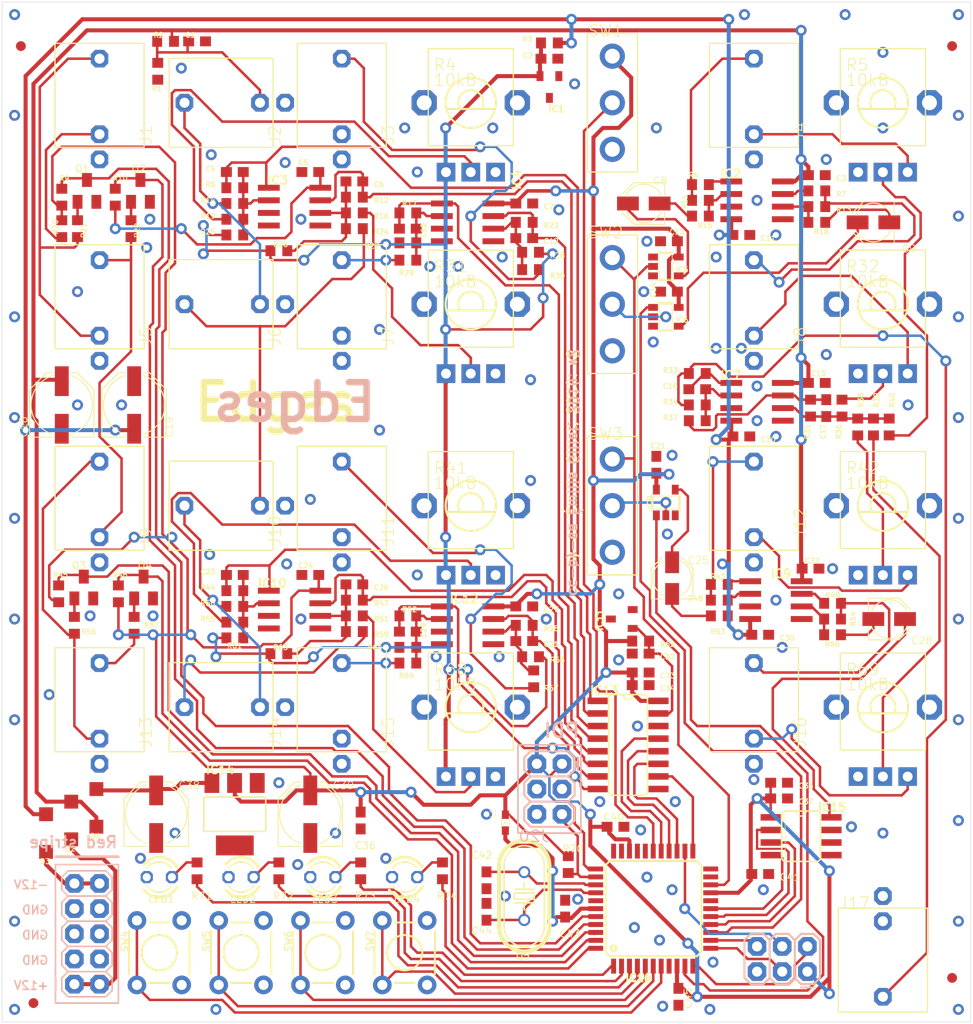
<source format=kicad_pcb>
(kicad_pcb (version 20211014) (generator pcbnew)
  (layers (0 "F.Cu" signal) (31 "B.Cu" signal) (34 "B.Paste" user) (35 "F.Paste" user) (36 "B.SilkS" user "B.Silkscreen") (37 "F.SilkS" user "F.Silkscreen") (38 "B.Mask" user) (39 "F.Mask" user) (44 "Edge.Cuts" user))
  (net 0 "")
  (net 1 "GND")
  (net 2 "+3V3")
  (net 3 "VCC")
  (net 4 "VEE")
  (net 5 "COARSE1")
  (net 6 "N$29")
  (net 7 "AREF")
  (net 8 "N$82")
  (net 9 "N$83")
  (net 10 "CHANNEL4")
  (net 11 "PDIDATA")
  (net 12 "PDICLK")
  (net 13 "ADC_SS")
  (net 14 "ADC_SCK")
  (net 15 "ADC_MISO")
  (net 16 "ADC_MOSI")
  (net 17 "CH4")
  (net 18 "CH1")
  (net 19 "CH2")
  (net 20 "CH3")
  (net 21 "DAC_SCK")
  (net 22 "DAC_MOSI")
  (net 23 "DAC_SS")
  (net 24 "CHANNEL2")
  (net 25 "CHANNEL3")
  (net 26 "GATE1")
  (net 27 "GATE2")
  (net 28 "GATE3")
  (net 29 "GATE4")
  (net 30 "N$1")
  (net 31 "GATE1_IN")
  (net 32 "N$2")
  (net 33 "GATE2_IN")
  (net 34 "N$3")
  (net 35 "N$4")
  (net 36 "GATE3_IN")
  (net 37 "GATE4_IN")
  (net 38 "N$5")
  (net 39 "N$6")
  (net 40 "N$7")
  (net 41 "N$8")
  (net 42 "GATE1_LED")
  (net 43 "GATE2_LED")
  (net 44 "GATE3_LED")
  (net 45 "GATE4_LED")
  (net 46 "CV1")
  (net 47 "FM1")
  (net 48 "N$11")
  (net 49 "CV2")
  (net 50 "FM2")
  (net 51 "COARSE2")
  (net 52 "N$15")
  (net 53 "N$18")
  (net 54 "CV3")
  (net 55 "FM3")
  (net 56 "COARSE3")
  (net 57 "CV4")
  (net 58 "FM4")
  (net 59 "COARSE4")
  (net 60 "N$20")
  (net 61 "N$22")
  (net 62 "N$23")
  (net 63 "N$25")
  (net 64 "N$26")
  (net 65 "N$27")
  (net 66 "N$28")
  (net 67 "N$30")
  (net 68 "N$31")
  (net 69 "N$32")
  (net 70 "N$33")
  (net 71 "N$34")
  (net 72 "CHANNEL2_BUFFERED")
  (net 73 "N$35")
  (net 74 "CHANNEL4_RETURN")
  (net 75 "N$42")
  (net 76 "N$36")
  (net 77 "N$37")
  (net 78 "MIX")
  (net 79 "N$40")
  (net 80 "N$43")
  (net 81 "N$44")
  (net 82 "CHANNEL1_BUFFERED")
  (net 83 "CHANNEL1_RETURN")
  (net 84 "N$19")
  (net 85 "CHANNEL1")
  (net 86 "CHANNEL3_BUFFERED")
  (net 87 "CHANNEL4_BUFFERED")
  (net 88 "CHANNEL2_RETURN")
  (net 89 "CHANNEL3_RETURN")
  (net 90 "SYNC_SWITCH")
  (net 91 "SW1")
  (net 92 "SW2")
  (net 93 "SW3")
  (net 94 "SW4")
  (net 95 "N$40000")
  (net 96 "N$21")
  (net 97 "N$24")
  (net 98 "N$41")
  (net 99 "N$48")
  (net 100 "SW_MIDI_LEARN")
  (net 101 "MIDI_IN")
  (net 102 "SW_MIDI_MODE")
  (net 103 "NES_TRIANGLE_CLK")
  (net 104 "N$39")
  (net 105 "N$46")
  (net 106 "N$38")
  (net 107 "N$47")
  (net 108 "N$49")
  (net 109 "N$50")
  (net 110 "N$45")
  (net 111 "N$9")
  (net 112 "N$13")
  (net 113 "CH5")
  (net 114 "CH6")
  (net 115 "CH7")
  (net 116 "CH8")
  (net 117 "AREF_-10")
  (net 118 "N$12")
  (footprint "edges_v20:ALPS_POT_VERTICAL_PS" (layer "F.Cu") (at 188.5161 124.6886 180)
    (fp_text reference "R69")
    (fp_text value "10kB")
  )
  (footprint "edges_v20:WQP_PJ_301M6" (layer "F.Cu") (at 133.9061 63.7286)
    (fp_text reference "J3")
    (fp_text value "PJ301_THONKICONN6" hide)
  )
  (footprint "edges_v20:C0603" (layer "F.Cu") (at 152.3211 114.5286)
    (fp_text reference "C27")
    (fp_text value "100n")
  )
  (footprint "edges_v20:SOD123" (layer "F.Cu") (at 106.6011 136.1186 -90)
    (fp_text reference "D2")
    (fp_text value "1N5819HW" hide)
  )
  (footprint "edges_v20:C0603" (layer "F.Cu") (at 156.4486 145.0086 90)
    (fp_text reference "C43")
    (fp_text value "100n")
  )
  (footprint "edges_v20:PANASONIC_D" (layer "F.Cu") (at 130.7311 135.4836 90)
    (fp_text reference "C39")
    (fp_text value "47u")
  )
  (footprint "edges_v20:R0603" (layer "F.Cu") (at 144.0661 141.1986 90)
    (fp_text reference "R74")
    (fp_text value "100")
  )
  (footprint "edges_v20:R0603" (layer "F.Cu") (at 170.1011 75.1586)
    (fp_text reference "R15")
    (fp_text value "10k")
  )
  (footprint "edges_v20:FIDUCIAL-1X2" (layer "F.Cu") (at 195.5011 58.0136)
    (fp_text reference "JP2" hide)
    (fp_text value "FIDUCIAL1X2" hide)
  )
  (footprint "edges_v20:R0603" (layer "F.Cu") (at 140.5736 120.2436)
    (fp_text reference "R66")
    (fp_text value "100k")
  )
  (footprint "edges_v20:C0603" (layer "F.Cu") (at 123.1111 70.7136 180)
    (fp_text reference "C4")
    (fp_text value "100p")
  )
  (footprint "edges_v20:R0603" (layer "F.Cu") (at 170.1011 73.5711 180)
    (fp_text reference "R11")
    (fp_text value "33k")
  )
  (footprint "edges_v20:R0603" (layer "F.Cu") (at 135.1761 115.4811 180)
    (fp_text reference "R51")
    (fp_text value "200k")
  )
  (footprint "edges_v20:WQP_PJ_301M6" (layer "F.Cu") (at 188.5161 149.4536 180)
    (fp_text reference "J17")
    (fp_text value "PJ301_THONKICONN6" hide)
  )
  (footprint "edges_v20:R0603" (layer "F.Cu") (at 181.2136 94.5261 90)
    (fp_text reference "R35")
    (fp_text value "33k")
  )
  (footprint "edges_v20:R0603" (layer "F.Cu") (at 111.0461 73.2536 -90)
    (fp_text reference "R10")
    (fp_text value "10k")
  )
  (footprint "edges_v20:C0603" (layer "F.Cu") (at 161.5286 136.7536)
    (fp_text reference "C40")
    (fp_text value "100n")
  )
  (footprint "edges_v20:SOT23-5" (layer "F.Cu") (at 166.6086 85.3186 -90)
    (fp_text reference "IC6")
    (fp_text value "74AHC1G86DBV")
  )
  (footprint "edges_v20:R0603" (layer "F.Cu") (at 169.7836 95.7961)
    (fp_text reference "R37")
    (fp_text value "100k")
  )
  (footprint "edges_v20:R0603" (layer "F.Cu") (at 107.2361 76.4286 -90)
    (fp_text reference "R21")
    (fp_text value "100k")
  )
  (footprint "edges_v20:C0603" (layer "F.Cu") (at 130.7311 70.7136 180)
    (fp_text reference "C5")
    (fp_text value "100n")
  )
  (footprint "edges_v20:ALPS_POT_VERTICAL_PS" (layer "F.Cu") (at 146.9236 104.3686 180)
    (fp_text reference "R41")
    (fp_text value "10kB")
  )
  (footprint "edges_v20:SOT23-BEC" (layer "F.Cu") (at 107.8711 112.6236)
    (fp_text reference "Q3")
    (fp_text value "MMBT3904")
  )
  (footprint "edges_v20:R0603" (layer "F.Cu") (at 181.8486 72.6186)
    (fp_text reference "R7")
    (fp_text value "1k")
  )
  (footprint "edges_v20:C0603" (layer "F.Cu") (at 148.5111 145.3261 -90)
    (fp_text reference "C44")
    (fp_text value "18p")
  )
  (footprint "edges_v20:TACTILE-PTH" (layer "F.Cu") (at 132.0011 149.4536 90)
    (fp_text reference "SW6")
    (fp_text value "" hide)
  )
  (footprint "edges_v20:R0603" (layer "F.Cu") (at 183.4361 115.7986)
    (fp_text reference "R54")
    (fp_text value "82k")
  )
  (footprint "edges_v20:C0603" (layer "F.Cu") (at 154.8611 59.2836)
    (fp_text reference "C2")
    (fp_text value "470n")
  )
  (footprint "edges_v20:WQP_PJ_301M6" (layer "F.Cu") (at 175.4986 124.6886)
    (fp_text reference "J16")
    (fp_text value "PJ301_THONKICONN6" hide)
  )
  (footprint "edges_v20:TQFP44" (layer "F.Cu") (at 165.3386 145.0086 90)
    (fp_text reference "IC16")
    (fp_text value "ATXMEGA32A4U-AU")
  )
  (footprint "edges_v20:R0603" (layer "F.Cu") (at 152.3211 75.7936)
    (fp_text reference "R23")
    (fp_text value "24.9k")
  )
  (footprint "edges_v20:R0603" (layer "F.Cu") (at 140.5736 74.8411 180)
    (fp_text reference "R17")
    (fp_text value "24.9k")
  )
  (footprint "edges_v20:R0603" (layer "F.Cu") (at 140.5736 79.6036)
    (fp_text reference "R29")
    (fp_text value "100k")
  )
  (footprint "edges_v20:DBZ_R-PDSO-G3" (layer "F.Cu") (at 162.1636 115.7986 90)
    (fp_text reference "IC11")
    (fp_text value "LM4040B25")
  )
  (footprint "edges_v20:SO08" (layer "F.Cu") (at 177.7211 113.8936 -90)
    (fp_text reference "IC9")
    (fp_text value "TL072D")
  )
  (footprint "edges_v20:PANASONIC_B" (layer "F.Cu") (at 164.3861 73.8886 180)
    (fp_text reference "C8")
    (fp_text value "10u")
  )
  (footprint "edges_v20:R0603" (layer "F.Cu") (at 172.0061 115.4811)
    (fp_text reference "R53")
    (fp_text value "10k")
  )
  (footprint "edges_v20:R0603" (layer "F.Cu") (at 127.5561 119.2911)
    (fp_text reference "R63")
    (fp_text value "200k")
  )
  (footprint "edges_v20:R0603" (layer "F.Cu") (at 135.1761 73.2536)
    (fp_text reference "R12")
    (fp_text value "24.9k")
  )
  (footprint "edges_v20:R0603" (layer "F.Cu") (at 152.9561 78.8099 180)
    (fp_text reference "R28")
    (fp_text value "200k")
  )
  (footprint "edges_v20:R0603" (layer "F.Cu") (at 135.1761 113.8936)
    (fp_text reference "R47")
    (fp_text value "24.9k")
  )
  (footprint "edges_v20:R0603" (layer "F.Cu") (at 112.6336 76.4286 -90)
    (fp_text reference "R22")
    (fp_text value "100k")
  )
  (footprint "edges_v20:C0603" (layer "F.Cu") (at 135.1761 71.6661)
    (fp_text reference "C6")
    (fp_text value "100p")
  )
  (footprint "edges_v20:R0603" (layer "F.Cu") (at 123.1111 75.4761)
    (fp_text reference "R19")
    (fp_text value "200k")
  )
  (footprint "edges_v20:C0603" (layer "F.Cu") (at 165.6561 100.2411 90)
    (fp_text reference "C21")
    (fp_text value "100n")
  )
  (footprint "edges_v20:R0603" (layer "F.Cu") (at 156.7661 140.5636 90)
    (fp_text reference "R70")
    (fp_text value "39k")
  )
  (footprint "edges_v20:R0603" (layer "F.Cu") (at 169.7836 91.0336 180)
    (fp_text reference "R33")
    (fp_text value "1k")
  )
  (footprint "edges_v20:C0603" (layer "F.Cu") (at 152.3211 77.3811)
    (fp_text reference "C12")
    (fp_text value "100p")
  )
  (footprint "edges_v20:R0603" (layer "F.Cu") (at 140.5736 118.6561)
    (fp_text reference "R64")
    (fp_text value "200k")
  )
  (footprint "edges_v20:ALPS_POT_VERTICAL_PS" (layer "F.Cu") (at 146.9236 84.0486 180)
    (fp_text reference "R31")
    (fp_text value "10kB")
  )
  (footprint "edges_v20:C0603" (layer "F.Cu") (at 152.3211 118.0211)
    (fp_text reference "C31")
    (fp_text value "100p")
  )
  (footprint "edges_v20:C0603" (layer "F.Cu") (at 169.7836 92.6211 180)
    (fp_text reference "C16")
    (fp_text value "18p")
  )
  (footprint "edges_v20:R0603" (layer "F.Cu") (at 170.1011 71.9836 180)
    (fp_text reference "R6")
    (fp_text value "1k")
  )
  (footprint "edges_v20:SOT23-BEC" (layer "F.Cu") (at 108.1886 72.6186)
    (fp_text reference "Q1")
    (fp_text value "MMBT3904")
  )
  (footprint "edges_v20:SOT23-BEC" (layer "F.Cu") (at 113.5861 72.6186)
    (fp_text reference "Q2")
    (fp_text value "MMBT3904" hide)
  )
  (footprint "edges_v20:R0603" (layer "F.Cu") (at 115.3323 60.5536 90)
    (fp_text reference "R1")
    (fp_text value "2k")
  )
  (footprint "edges_v20:C0603" (layer "F.Cu") (at 174.2286 77.0636 180)
    (fp_text reference "C11")
    (fp_text value "100n")
  )
  (footprint "edges_v20:WQP_PJ_301M6" (layer "F.Cu") (at 109.4586 84.0486)
    (fp_text reference "J5")
    (fp_text value "PJ301_THONKICONN6" hide)
  )
  (footprint "edges_v20:PANASONIC_D" (layer "F.Cu") (at 115.1736 135.4836 90)
    (fp_text reference "C38")
    (fp_text value "47u")
  )
  (footprint "edges_v20:ES_100SP1T6B11M2QEH_SMALL" (layer "F.Cu") (at 161.2111 84.0486 90)
    (fp_text reference "SW2")
    (fp_text value "" hide)
  )
  (footprint "edges_v20:DBZ_R-PDSO-G3" (layer "F.Cu") (at 154.8611 62.1411 180)
    (fp_text reference "IC1")
    (fp_text value "LM4040 10V")
  )
  (footprint "edges_v20:WQP_PJ_301M6" (layer "F.Cu") (at 133.9061 84.0486)
    (fp_text reference "J7")
    (fp_text value "PJ301_THONKICONN6" hide)
  )
  (footprint "edges_v20:R0603" (layer "F.Cu") (at 135.1761 76.4286 180)
    (fp_text reference "R24")
    (fp_text value "100k")
  )
  (footprint "edges_v20:PANASONIC_B" (layer "F.Cu") (at 167.2436 111.6711 90)
    (fp_text reference "C25")
    (fp_text value "10u")
  )
  (footprint "edges_v20:C0603" (layer "F.Cu") (at 182.8011 94.5261 90)
    (fp_text reference "C17")
    (fp_text value "18p")
  )
  (footprint "edges_v20:C0603" (layer "F.Cu") (at 167.8786 153.8986 -90)
    (fp_text reference "C45")
    (fp_text value "100n")
  )
  (footprint "edges_v20:ALPS_POT_VERTICAL_PS" (layer "F.Cu") (at 188.5161 104.3686 180)
    (fp_text reference "R42")
    (fp_text value "10kB")
  )
  (footprint "edges_v20:C0603" (layer "F.Cu") (at 135.8111 136.1186 -90)
    (fp_text reference "C36")
    (fp_text value "100n")
  )
  (footprint "edges_v20:R0603" (layer "F.Cu") (at 123.1111 72.3011 180)
    (fp_text reference "R8")
    (fp_text value "24.9k")
  )
  (footprint "edges_v20:ALPS_POT_VERTICAL_PS" (layer "F.Cu") (at 188.5161 63.7286 180)
    (fp_text reference "R5")
    (fp_text value "10kB")
  )
  (footprint "edges_v20:C0603" (layer "F.Cu") (at 119.3011 57.5373)
    (fp_text reference "C1")
    (fp_text value "470n")
  )
  (footprint "edges_v20:R0603" (layer "F.Cu") (at 111.3636 113.2586 -90)
    (fp_text reference "R46")
    (fp_text value "10k")
  )
  (footprint "edges_v20:C0603" (layer "F.Cu") (at 164.0686 122.4661)
    (fp_text reference "C34")
    (fp_text value "100n")
  )
  (footprint "edges_v20:R0603" (layer "F.Cu") (at 152.3211 116.4336)
    (fp_text reference "R58")
    (fp_text value "24.9k")
  )
  (footprint "edges_v20:C0603" (layer "F.Cu") (at 130.7311 111.3536 180)
    (fp_text reference "C24")
    (fp_text value "100n")
  )
  (footprint "edges_v20:FIDUCIAL-1X2" (layer "F.Cu") (at 195.5011 151.9936)
    (fp_text reference "JP3" hide)
    (fp_text value "FIDUCIAL1X2" hide)
  )
  (footprint "edges_v20:C0603" (layer "F.Cu") (at 178.0386 132.3086)
    (fp_text reference "C35")
    (fp_text value "1u")
  )
  (footprint "edges_v20:R0603" (layer "F.Cu") (at 135.1761 117.0686 180)
    (fp_text reference "R59")
    (fp_text value "100k")
  )
  (footprint "edges_v20:ES_100SP1T6B11M2QEH_SMALL" (layer "F.Cu") (at 161.2111 63.7286 -90)
    (fp_text reference "SW1")
    (fp_text value "" hide)
  )
  (footprint "edges_v20:WQP_PJ_301M6" (layer "F.Cu") (at 122.4761 124.6886 90)
    (fp_text reference "J14")
    (fp_text value "PJ301_THONKICONN6" hide)
  )
  (footprint "edges_v20:C0603" (layer "F.Cu") (at 148.5111 142.1511 90)
    (fp_text reference "C42")
    (fp_text value "18p")
  )
  (footprint "edges_v20:R0603" (layer "F.Cu") (at 172.0061 113.8936 180)
    (fp_text reference "R48")
    (fp_text value "33k")
  )
  (footprint "edges_v20:WQP_PJ_301M6" (layer "F.Cu") (at 133.9061 104.3686)
    (fp_text reference "J11")
    (fp_text value "PJ301_THONKICONN6" hide)
  )
  (footprint "edges_v20:TACTILE-PTH" (layer "F.Cu") (at 115.4911 149.4536 90)
    (fp_text reference "SW4")
    (fp_text value "" hide)
  )
  (footprint "edges_v20:SO08" (layer "F.Cu") (at 175.8161 73.5711 -90)
    (fp_text reference "IC2")
    (fp_text value "TL072D")
  )
  (footprint "edges_v20:SO08" (layer "F.Cu") (at 129.1436 114.8461 -90)
    (fp_text reference "IC10")
    (fp_text value "MCP6002")
  )
  (footprint "edges_v20:C0603" (layer "F.Cu") (at 181.8486 91.9861)
    (fp_text reference "C15")
    (fp_text value "100n")
  )
  (footprint "edges_v20:R0603" (layer "F.Cu") (at 183.4361 117.3861 180)
    (fp_text reference "R60")
    (fp_text value "10k")
  )
  (footprint "edges_v20:FIDUCIAL-1X2" (layer "F.Cu") (at 101.5211 58.0136)
    (fp_text reference "JP1" hide)
    (fp_text value "FIDUCIAL1X2" hide)
  )
  (footprint "edges_v20:TACTILE-PTH" (layer "F.Cu") (at 140.2561 149.4536 90)
    (fp_text reference "SW7")
    (fp_text value "" hide)
  )
  (footprint "edges_v20:SO08" (layer "F.Cu") (at 180.2611 137.7061 -90)
    (fp_text reference "IC15")
    (fp_text value "MCP4822")
  )
  (footprint "edges_v20:WQP_PJ_301M6" (layer "F.Cu") (at 109.4586 124.6886)
    (fp_text reference "J13")
    (fp_text value "PJ301_THONKICONN6" hide)
  )
  (footprint "edges_v20:R0603" (layer "F.Cu") (at 169.7836 94.2086 180)
    (fp_text reference "R34")
    (fp_text value "100k")
  )
  (footprint "edges_v20:WQP_PJ_301M6" (layer "F.Cu") (at 109.4586 104.3686)
    (fp_text reference "J9")
    (fp_text value "PJ301_THONKICONN6" hide)
  )
  (footprint "edges_v20:C0603" (layer "F.Cu") (at 174.2286 97.3836 180)
    (fp_text reference "C20")
    (fp_text value "100n")
  )
  (footprint "edges_v20:R0603" (layer "F.Cu") (at 135.1761 74.8411 180)
    (fp_text reference "R16")
    (fp_text value "200k")
  )
  (footprint "edges_v20:WQP_PJ_301M6" (layer "F.Cu") (at 122.4761 104.3686 90)
    (fp_text reference "J10")
    (fp_text value "PJ301_THONKICONN6" hide)
  )
  (footprint "edges_v20:WQP_PJ_301M6" (layer "F.Cu") (at 122.4761 63.7286 90)
    (fp_text reference "J2")
    (fp_text value "PJ301_THONKICONN6" hide)
  )
  (footprint "edges_v20:R0603" (layer "F.Cu") (at 123.1111 77.0636)
    (fp_text reference "R25")
    (fp_text value "200k")
  )
  (footprint "edges_v20:WQP_PJ_301M6" (layer "F.Cu") (at 175.4986 84.0486)
    (fp_text reference "J8")
    (fp_text value "PJ301_THONKICONN6" hide)
  )
  (footprint "edges_v20:LED3MM" (layer "F.Cu") (at 132.0011 141.8336 180)
    (fp_text reference "LED3")
    (fp_text value "")
  )
  (footprint "edges_v20:C0603" (layer "F.Cu") (at 140.5736 117.0686 180)
    (fp_text reference "C29")
    (fp_text value "100p")
  )
  (footprint "edges_v20:C0603" (layer "F.Cu") (at 135.1761 112.3061)
    (fp_text reference "C26")
    (fp_text value "100p")
  )
  (footprint "edges_v20:R0603" (layer "F.Cu") (at 185.9761 96.4311 90)
    (fp_text reference "R38")
    (fp_text value "100k")
  )
  (footprint "edges_v20:R0603" (layer "F.Cu") (at 135.8111 141.1986 90)
    (fp_text reference "R73")
    (fp_text value "100")
  )
  (footprint "edges_v20:R0603" (layer "F.Cu") (at 105.6486 73.2536 -90)
    (fp_text reference "R9")
    (fp_text value "10k")
  )
  (footprint "edges_v20:R0603" (layer "F.Cu") (at 172.0061 112.3061 180)
    (fp_text reference "R43")
    (fp_text value "1k")
  )
  (footprint "edges_v20:R0603" (layer "F.Cu") (at 116.1261 57.5373)
    (fp_text reference "R2")
    (fp_text value "10k")
  )
  (footprint "edges_v20:SO08" (layer "F.Cu") (at 129.1436 74.2061 -90)
    (fp_text reference "IC3")
    (fp_text value "MCP6002")
  )
  (footprint "edges_v20:R0603" (layer "F.Cu") (at 123.1111 116.1161)
    (fp_text reference "R55")
    (fp_text value "200k")
  )
  (footprint "edges_v20:R0603" (layer "F.Cu") (at 105.3311 113.2586 -90)
    (fp_text reference "R45")
    (fp_text value "10k")
  )
  (footprint "edges_v20:SO08" (layer "F.Cu") (at 146.6061 75.7936 -90)
    (fp_text reference "IC4")
    (fp_text value "MCP6002")
  )
  (footprint "edges_v20:WQP_PJ_301M6" (layer "F.Cu") (at 109.4586 63.7286)
    (fp_text reference "J1")
    (fp_text value "PJ301_THONKICONN6" hide)
  )
  (footprint "edges_v20:SOT23-5" (layer "F.Cu") (at 166.6086 104.0511)
    (fp_text reference "IC8")
    (fp_text value "74AHC1G86DBV")
  )
  (footprint "edges_v20:WQP_PJ_301M6" (layer "F.Cu") (at 175.4986 63.7286)
    (fp_text reference "J4")
    (fp_text value "PJ301_THONKICONN6" hide)
  )
  (footprint "edges_v20:C0603" (layer "F.Cu") (at 123.1111 111.3536 180)
    (fp_text reference "C23")
    (fp_text value "100p")
  )
  (footprint "edges_v20:R0603" (layer "F.Cu") (at 154.8611 57.6961 180)
    (fp_text reference "R3")
    (fp_text value "300")
  )
  (footprint "edges_v20:PANASONIC_B" (layer "F.Cu") (at 189.1511 115.7986)
    (fp_text reference "C28")
    (fp_text value "10u")
  )
  (footprint "edges_v20:WQP_PJ_301M6" (layer "F.Cu") (at 175.4986 104.3686)
    (fp_text reference "J12")
    (fp_text value "PJ301_THONKICONN6" hide)
  )
  (footprint "edges_v20:ALPS_POT_VERTICAL_PS" (layer "F.Cu") (at 146.9236 63.7286 180)
    (fp_text reference "R4")
    (fp_text value "10kB")
  )
  (footprint "edges_v20:R0603" (layer "F.Cu") (at 187.5636 96.4311 90)
    (fp_text reference "R39")
    (fp_text value "39k")
  )
  (footprint "edges_v20:R0603" (layer "F.Cu") (at 106.9186 116.4336 -90)
    (fp_text reference "R56")
    (fp_text value "100k")
  )
  (footprint "edges_v20:SOT223" (layer "F.Cu") (at 123.1111 135.4836 180)
    (fp_text reference "IC14")
    (fp_text value "LM1117-3.3")
  )
  (footprint "edges_v20:R0603" (layer "F.Cu") (at 164.0686 118.0211)
    (fp_text reference "R62")
    (fp_text value "1k")
  )
  (footprint "edges_v20:R0603" (layer "F.Cu") (at 153.2736 121.8311 90)
    (fp_text reference "R67")
    (fp_text value "100k")
  )
  (footprint "edges_v20:LED3MM" (layer "F.Cu") (at 140.2561 141.8336 180)
    (fp_text reference "LED4")
    (fp_text value "")
  )
  (footprint "edges_v20:ALPS_POT_VERTICAL_PS" (layer "F.Cu") (at 146.9236 124.6886 180)
    (fp_text reference "R68")
    (fp_text value "10kB")
  )
  (footprint "edges_v20:PANASONIC_D" (layer "F.Cu") (at 112.9511 94.2086 90)
    (fp_text reference "C19")
    (fp_text value "47u")
  )
  (footprint "edges_v20:C0603" (layer "F.Cu") (at 164.0686 121.1961)
    (fp_text reference "C33")
    (fp_text value "1u")
  )
  (footprint "edges_v20:PANASONIC_B" (layer "F.Cu") (at 187.5636 75.7936 180)
    (fp_text reference "C9")
    (fp_text value "10u")
  )
  (footprint "edges_v20:SO08" (layer "F.Cu") (at 146.6061 116.4336 -90)
    (fp_text reference "IC12")
    (fp_text value "MCP6002")
  )
  (footprint "edges_v20:R0603" (layer "F.Cu") (at 112.9511 116.4336 -90)
    (fp_text reference "R57")
    (fp_text value "100k")
  )
  (footprint "edges_v20:SO16" (layer "F.Cu") (at 162.7986 128.4986 -90)
    (fp_text reference "IC13")
    (fp_text value "MCP3208")
  )
  (footprint "edges_v20:R0603" (layer "F.Cu") (at 183.4361 114.2111)
    (fp_text reference "R49")
    (fp_text value "1k")
  )
  (footprint "edges_v20:PANASONIC_D" (layer "F.Cu") (at 105.6486 94.2086 90)
    (fp_text reference "C18")
    (fp_text value "47u")
  )
  (footprint "edges_v20:C0603" (layer "F.Cu") (at 181.8486 71.0311)
    (fp_text reference "C3")
    (fp_text value "100n")
  )
  (footprint "edges_v20:TACTILE-PTH" (layer "F.Cu") (at 123.7461 149.4536 90)
    (fp_text reference "SW5")
    (fp_text value "" hide)
  )
  (footprint "edges_v20:R0603" (layer "F.Cu") (at 123.1111 112.9411 180)
    (fp_text reference "R44")
    (fp_text value "24.9k")
  )
  (footprint "edges_v20:SOT23-BEC" (layer "F.Cu") (at 113.9036 112.6236)
    (fp_text reference "Q4")
    (fp_text value "MMBT3904" hide)
  )
  (footprint "edges_v20:R0603" (layer "F.Cu") (at 119.3011 141.1986 90)
    (fp_text reference "R71")
    (fp_text value "100")
  )
  (footprint "edges_v20:R0603" (layer "F.Cu") (at 152.9561 119.6086 180)
    (fp_text reference "R65")
    (fp_text value "200k")
  )
  (footprint "edges_v20:R0603" (layer "F.Cu") (at 123.1111 73.8886)
    (fp_text reference "R14")
    (fp_text value "100k")
  )
  (footprint "edges_v20:R0603" (layer "F.Cu") (at 105.6486 76.4286 -90)
    (fp_text reference "R20")
    (fp_text value "1k")
  )
  (footprint "edges_v20:HC49U70" (layer "F.Cu") (at 152.3211 143.7386 90)
    (fp_text reference "Q5")
    (fp_text value "8MHz")
  )
  (footprint "edges_v20:SOT23-5" (layer "F.Cu") (at 166.6086 80.2386 -90)
    (fp_text reference "IC5")
    (fp_text value "74AHC1G125DBV")
  )
  (footprint "edges_v20:C0603" (layer "F.Cu") (at 176.1336 141.5161)
    (fp_text reference "C41")
    (fp_text value "100n")
  )
  (footprint "edges_v20:ALPS_POT_VERTICAL_PS" (layer "F.Cu") (at 188.5161 84.0486 180)
    (fp_text reference "R32")
    (fp_text value "10kB")
  )
  (footprint "edges_v20:R0603" (layer "F.Cu") (at 152.9561 80.5561 180)
    (fp_text reference "R30")
    (fp_text value "100k")
  )
  (footprint "edges_v20:ES_100SP1T6B11M2QEH_SMALL" (layer "F.Cu") (at 161.2111 104.3686 90)
    (fp_text reference "SW3")
    (fp_text value "" hide)
  )
  (footprint "edges_v20:C0603" (layer "F.Cu") (at 140.5736 76.4286 180)
    (fp_text reference "C10")
    (fp_text value "100p")
  )
  (footprint "edges_v20:0603" (layer "F.Cu") (at 150.4161 136.4361 -90)
    (fp_text reference "L1")
    (fp_text value "")
  )
  (footprint "edges_v20:LED3MM" (layer "F.Cu") (at 123.7461 141.8336 180)
    (fp_text reference "LED2")
    (fp_text value "")
  )
  (footprint "edges_v20:R0603" (layer "F.Cu") (at 140.5736 77.8573)
    (fp_text reference "R27")
    (fp_text value "200k")
  )
  (footprint "edges_v20:WQP_PJ_301M6" (layer "F.Cu") (at 133.9061 124.6886)
    (fp_text reference "J15")
    (fp_text value "PJ301_THONKICONN6" hide)
  )
  (footprint "edges_v20:WQP_PJ_301M6" (layer "F.Cu") (at 122.4761 84.0486 90)
    (fp_text reference "J6")
    (fp_text value "PJ301_THONKICONN6" hide)
  )
  (footprint "edges_v20:C0603" (layer "F.Cu") (at 166.9261 77.6986 180)
    (fp_text reference "C13")
    (fp_text value "100n")
  )
  (footprint "edges_v20:R0603" (layer "F.Cu") (at 181.8486 74.2061)
    (fp_text reference "R13")
    (fp_text value "33k")
  )
  (footprint "edges_v20:R0603" (layer "F.Cu") (at 123.1111 114.5286)
    (fp_text reference "R50")
    (fp_text value "100k")
  )
  (footprint "edges_v20:R0603" (layer "F.Cu") (at 181.8486 75.7936 180)
    (fp_text reference "R18")
    (fp_text value "10k")
  )
  (footprint "edges_v20:R0603" (layer "F.Cu") (at 123.1111 117.7036)
    (fp_text reference "R61")
    (fp_text value "200k")
  )
  (footprint "edges_v20:R0603" (layer "F.Cu") (at 184.3886 94.5261 -90)
    (fp_text reference "R36")
    (fp_text value "100k")
  )
  (footprint "edges_v20:C0603" (layer "F.Cu") (at 166.9261 82.7786 180)
    (fp_text reference "C14")
    (fp_text value "100n" hide)
  )
  (footprint "edges_v20:C0603" (layer "F.Cu") (at 178.0386 133.8961)
    (fp_text reference "C37")
    (fp_text value "100n")
  )
  (footprint "edges_v20:SOD123" (layer "F.Cu") (at 104.0611 137.3886 90)
    (fp_text reference "D3")
    (fp_text value "1N5819HW")
  )
  (footprint "edges_v20:FIDUCIAL-1X2" (layer "F.Cu") (at 102.7911 154.5336)
    (fp_text reference "JP4" hide)
    (fp_text value "FIDUCIAL1X2" hide)
  )
  (footprint "edges_v20:R0603" (layer "F.Cu") (at 127.5561 141.1986 90)
    (fp_text reference "R72")
    (fp_text value "100")
  )
  (footprint "edges_v20:C0603" (layer "F.Cu") (at 152.3211 73.8886)
    (fp_text reference "C7")
    (fp_text value "100n")
  )
  (footprint "edges_v20:R0603" (layer "F.Cu") (at 189.1511 96.4311 90)
    (fp_text reference "R40")
    (fp_text value "100k")
  )
  (footprint "edges_v20:SOD123" (layer "F.Cu") (at 109.1411 134.8486 -90)
    (fp_text reference "D1")
    (fp_text value "1N5819HW" hide)
  )
  (footprint "edges_v20:C0603" (layer "F.Cu") (at 181.2136 110.7186)
    (fp_text reference "C22")
    (fp_text value "100n")
  )
  (footprint "edges_v20:C0603" (layer "F.Cu") (at 176.1336 117.3861 180)
    (fp_text reference "C30")
    (fp_text value "100n")
  )
  (footprint "edges_v20:R0603" (layer "F.Cu") (at 140.5736 115.4811 180)
    (fp_text reference "R52")
    (fp_text value "24.9k")
  )
  (footprint "edges_v20:C0603" (layer "F.Cu") (at 164.0686 119.2911 180)
    (fp_text reference "C32")
    (fp_text value "470n")
  )
  (footprint "edges_v20:R0603" (layer "F.Cu") (at 127.5561 78.6511)
    (fp_text reference "R26")
    (fp_text value "200k")
  )
  (footprint "edges_v20:LED3MM" (layer "F.Cu") (at 115.4911 141.8336 180)
    (fp_text reference "LED1")
    (fp_text value "")
  )
  (footprint "edges_v20:SO08" (layer "F.Cu") (at 175.8161 93.8911 -90)
    (fp_text reference "IC7")
    (fp_text value "TL072D")
  )
  (footprint "edges_v20:2X3" (layer "B.Cu") (at 156.1311 130.4036 -90)
    (fp_text reference "J20")
    (fp_text value "")
  )
  (footprint "edges_v20:AVR_ICSP" (layer "B.Cu") (at 108.1886 147.5486)
    (fp_text reference "J19" hide)
    (fp_text value "M05X2PTH" hide)
  )
  (footprint "edges_v20:2X3" (layer "B.Cu") (at 180.8961 151.3586 180)
    (fp_text reference "J18" hide)
    (fp_text value "")
  )
  (gr_line (start 158.0361 128.4986) (end 151.6861 128.4986) (layer "B.SilkS") (width 0.1524))
  (gr_line (start 151.6861 128.4986) (end 151.6861 137.3886) (layer "B.SilkS") (width 0.1524))
  (gr_line (start 105.0136 140.5636) (end 111.3636 140.5636) (layer "B.SilkS") (width 0.1524))
  (gr_line (start 151.6861 137.3886) (end 158.0361 137.3886) (layer "B.SilkS") (width 0.1524))
  (gr_line (start 105.0136 139.7699) (end 111.3636 139.7699) (layer "B.SilkS") (width 0.254))
  (gr_line (start 105.0136 140.5636) (end 105.0136 154.5336) (layer "B.SilkS") (width 0.1524))
  (gr_line (start 111.3636 154.5336) (end 111.3636 140.5636) (layer "B.SilkS") (width 0.1524))
  (gr_line (start 158.0361 137.3886) (end 158.0361 128.4986) (layer "B.SilkS") (width 0.1524))
  (gr_line (start 105.0136 154.5336) (end 111.3636 154.5336) (layer "B.SilkS") (width 0.1524))
  (gr_line (start 197.3861 156.4386) (end 197.3861 53.5686) (layer "Edge.Cuts") (width 0.05))
  (gr_line (start 99.6161 53.5686) (end 99.6161 156.4386) (layer "Edge.Cuts") (width 0.05))
  (gr_line (start 99.6161 156.4386) (end 197.3861 156.4386) (layer "Edge.Cuts") (width 0.05))
  (gr_line (start 197.3861 53.5686) (end 99.6161 53.5686) (layer "Edge.Cuts") (width 0.05))
  (gr_text "+12V" (at 104.3786 153.2636) (layer "B.SilkS") (effects (font (size 0.8636 0.8636) (thickness 0.1524)) (justify left bottom mirror)))
  (gr_text "GND" (at 104.3786 150.7236) (layer "B.SilkS") (effects (font (size 0.8636 0.8636) (thickness 0.1524)) (justify left bottom mirror)))
  (gr_text "-12V" (at 104.3787 143.1036) (layer "B.SilkS") (effects (font (size 0.8636 0.8636) (thickness 0.1524)) (justify left bottom mirror)))
  (gr_text "GND" (at 104.3786 145.6436) (layer "B.SilkS") (effects (font (size 0.8636 0.8636) (thickness 0.1524)) (justify left bottom mirror)))
  (gr_text "Edges" (at 137.7161 96.1136) (layer "B.SilkS") (effects (font (size 3.71348 3.71348) (thickness 0.65532)) (justify left bottom mirror)))
  (gr_text "Red stripe" (at 111.3635 138.976) (layer "B.SilkS") (effects (font (size 1.14427 1.14427) (thickness 0.20193)) (justify left bottom mirror)))
  (gr_text "GND" (at 104.3786 148.1836) (layer "B.SilkS") (effects (font (size 0.8636 0.8636) (thickness 0.1524)) (justify left bottom mirror)))
  (gr_text "cc-by-sa Émilie Gillet, 2014. v2" (at 156.7661 113.5761 -90) (layer "B.SilkS") (effects (font (size 0.97155 0.97155) (thickness 0.17145)) (justify left bottom mirror)))
  (gr_text "PDI" (at 158.0361 127.8636) (layer "B.SilkS") (effects (font (size 1.42494 1.42494) (thickness 0.25146)) (justify left bottom mirror)))
  (gr_text "cc-by-sa Émilie Gillet, 2014. v2" (at 157.7186 113.5761 90) (layer "F.SilkS") (effects (font (size 0.97155 0.97155) (thickness 0.17145)) (justify left bottom)))
  (gr_text "Edges" (at 118.6661 96.1136) (layer "F.SilkS") (effects (font (size 3.71348 3.71348) (thickness 0.65532)) (justify left bottom)))
  (segment (start 154.2261 115.5836) (end 154.2261 115.7986) (width 0.4064) (layer "F.Cu") (net 1))
  (via (at 120.7298 68.9674) (size 1.108) (drill 0.6) (layers "F.Cu" "B.Cu") (net 1))
  (via (at 141.5261 70.7136) (size 1.108) (drill 0.6) (layers "F.Cu" "B.Cu") (net 1))
  (via (at 100.8861 105.6386) (size 1.108) (drill 0.6) (layers "F.Cu" "B.Cu") (net 1))
  (via (at 191.0561 94.2086) (size 1.108) (drill 0.6) (layers "F.Cu" "B.Cu") (net 1))
  (via (at 152.9561 101.8286) (size 1.108) (drill 0.6) (layers "F.Cu" "B.Cu") (net 1))
  (via (at 157.4011 61.8236) (size 1.108) (drill 0.6) (layers "F.Cu" "B.Cu") (net 1))
  (via (at 137.7161 86.5886) (size 1.108) (drill 0.6) (layers "F.Cu" "B.Cu") (net 1))
  (via (at 120.571 109.2899) (size 1.108) (drill 0.6) (layers "F.Cu" "B.Cu") (net 1))
  (via (at 175.8161 92.3036) (size 1.108) (drill 0.6) (layers "F.Cu" "B.Cu") (net 1))
  (via (at 196.1361 105.6386) (size 1.108) (drill 0.6) (layers "F.Cu" "B.Cu") (net 1))
  (via (at 149.7811 119.6086) (size 1.108) (drill 0.6) (layers "F.Cu" "B.Cu") (net 1))
  (via (at 196.1361 75.1586) (size 1.108) (drill 0.6) (layers "F.Cu" "B.Cu") (net 1))
  (via (at 148.5111 135.4836) (size 1.108) (drill 0.6) (layers "F.Cu" "B.Cu") (net 1))
  (via (at 164.7036 141.8336) (size 1.108) (drill 0.6) (layers "F.Cu" "B.Cu") (net 1))
  (via (at 163.7511 126.5936) (size 1.108) (drill 0.6) (layers "F.Cu" "B.Cu") (net 1))
  (via (at 129.7786 115.7986) (size 1.108) (drill 0.6) (layers "F.Cu" "B.Cu") (net 1))
  (via (at 100.8861 155.1686) (size 1.108) (drill 0.6) (layers "F.Cu" "B.Cu") (net 1))
  (via (at 176.4511 143.1036) (size 1.108) (drill 0.6) (layers "F.Cu" "B.Cu") (net 1))
  (via (at 188.5161 137.3886) (size 1.108) (drill 0.6) (layers "F.Cu" "B.Cu") (net 1))
  (via (at 175.4986 131.9911) (size 1.108) (drill 0.6) (layers "F.Cu" "B.Cu") (net 1))
  (via (at 171.0536 155.1686) (size 1.108) (drill 0.6) (layers "F.Cu" "B.Cu") (net 1))
  (via (at 100.8861 54.8386) (size 1.108) (drill 0.6) (layers "F.Cu" "B.Cu") (net 1))
  (via (at 167.2436 143.1036) (size 1.108) (drill 0.6) (layers "F.Cu" "B.Cu") (net 1))
  (via (at 129.7786 75.4761) (size 1.108) (drill 0.6) (layers "F.Cu" "B.Cu") (net 1))
  (via (at 164.3861 82.7786) (size 1.108) (drill 0.6) (layers "F.Cu" "B.Cu") (net 1))
  (via (at 159.9411 134.2136) (size 1.108) (drill 0.6) (layers "F.Cu" "B.Cu") (net 1))
  (via (at 100.8861 95.4786) (size 1.108) (drill 0.6) (layers "F.Cu" "B.Cu") (net 1))
  (via (at 164.7036 77.6986) (size 1.108) (drill 0.6) (layers "F.Cu" "B.Cu") (net 1))
  (via (at 171.6886 88.4936) (size 1.108) (drill 0.6) (layers "F.Cu" "B.Cu") (net 1))
  (via (at 133.2711 137.3886) (size 1.108) (drill 0.6) (layers "F.Cu" "B.Cu") (net 1))
  (via (at 174.5461 54.8386) (size 1.108) (drill 0.6) (layers "F.Cu" "B.Cu") (net 1))
  (via (at 128.3499 110.2424) (size 1.108) (drill 0.6) (layers "F.Cu" "B.Cu") (net 1))
  (via (at 188.5161 66.2686) (size 1.108) (drill 0.6) (layers "F.Cu" "B.Cu") (net 1))
  (via (at 175.8161 95.7961) (size 1.108) (drill 0.6) (layers "F.Cu" "B.Cu") (net 1))
  (via (at 196.1361 136.1186) (size 1.108) (drill 0.6) (layers "F.Cu" "B.Cu") (net 1))
  (via (at 137.7161 96.7486) (size 1.108) (drill 0.6) (layers "F.Cu" "B.Cu") (net 1))
  (via (at 178.3561 118.6561) (size 1.108) (drill 0.6) (layers "F.Cu" "B.Cu") (net 1))
  (via (at 188.5161 58.6486) (size 1.108) (drill 0.6) (layers "F.Cu" "B.Cu") (net 1))
  (via (at 166.7674 107.2261) (size 1.108) (drill 0.6) (layers "F.Cu" "B.Cu") (net 1))
  (via (at 100.8861 64.9986) (size 1.108) (drill 0.6) (layers "F.Cu" "B.Cu") (net 1))
  (via (at 157.7186 144.0561) (size 1.108) (drill 0.6) (layers "F.Cu" "B.Cu") (net 1))
  (via (at 149.1461 66.2686) (size 1.108) (drill 0.6) (layers "F.Cu" "B.Cu") (net 1))
  (via (at 127.5561 132.3086) (size 1.108) (drill 0.6) (layers "F.Cu" "B.Cu") (net 1))
  (via (at 155.8136 74.5236) (size 1.108) (drill 0.6) (layers "F.Cu" "B.Cu") (net 1))
  (via (at 130.7311 103.7336) (size 1.108) (drill 0.6) (layers "F.Cu" "B.Cu") (net 1))
  (via (at 171.6886 79.2861) (size 1.108) (drill 0.6) (layers "F.Cu" "B.Cu") (net 1))
  (via (at 196.1361 155.1686) (size 1.108) (drill 0.6) (layers "F.Cu" "B.Cu") (net 1))
  (via (at 111.6811 94.2086) (size 1.108) (drill 0.6) (layers "F.Cu" "B.Cu") (net 1))
  (via (at 171.3711 150.4061) (size 1.108) (drill 0.6) (layers "F.Cu" "B.Cu") (net 1))
  (via (at 117.0786 137.3886) (size 1.108) (drill 0.6) (layers "F.Cu" "B.Cu") (net 1))
  (via (at 177.7211 77.0636) (size 1.108) (drill 0.6) (layers "F.Cu" "B.Cu") (net 1))
  (via (at 113.5861 139.9286) (size 1.108) (drill 0.6) (layers "F.Cu" "B.Cu") (net 1))
  (via (at 150.4161 143.7386) (size 1.108) (drill 0.6) (layers "F.Cu" "B.Cu") (net 1))
  (via (at 141.5261 111.3536) (size 1.108) (drill 0.6) (layers "F.Cu" "B.Cu") (net 1))
  (via (at 117.7136 60.2361) (size 1.108) (drill 0.6) (layers "F.Cu" "B.Cu") (net 1))
  (via (at 175.8161 73.5711) (size 1.108) (drill 0.6) (layers "F.Cu" "B.Cu") (net 1))
  (via (at 152.9561 91.6686) (size 1.108) (drill 0.6) (layers "F.Cu" "B.Cu") (net 1))
  (via (at 196.1361 125.9586) (size 1.108) (drill 0.6) (layers "F.Cu" "B.Cu") (net 1))
  (via (at 100.8861 85.3186) (size 1.108) (drill 0.6) (layers "F.Cu" "B.Cu") (net 1))
  (via (at 196.1361 85.3186) (size 1.108) (drill 0.6) (layers "F.Cu" "B.Cu") (net 1))
  (via (at 196.1361 64.9986) (size 1.108) (drill 0.6) (layers "F.Cu" "B.Cu") (net 1))
  (via (at 196.1361 146.2786) (size 1.108) (drill 0.6) (layers "F.Cu" "B.Cu") (net 1))
  (via (at 150.0986 79.2861) (size 1.108) (drill 0.6) (layers "F.Cu" "B.Cu") (net 1))
  (via (at 107.2361 82.7786) (size 1.108) (drill 0.6) (layers "F.Cu" "B.Cu") (net 1))
  (via (at 154.5436 115.7986) (size 1.108) (drill 0.6) (layers "F.Cu" "B.Cu") (net 1))
  (via (at 107.2361 94.2086) (size 1.108) (drill 0.6) (layers "F.Cu" "B.Cu") (net 1))
  (via (at 196.1361 95.4786) (size 1.108) (drill 0.6) (layers "F.Cu" "B.Cu") (net 1))
  (via (at 185.3411 136.7536) (size 1.108) (drill 0.6) (layers "F.Cu" "B.Cu") (net 1))
  (via (at 161.8461 119.9261) (size 1.108) (drill 0.6) (layers "F.Cu" "B.Cu") (net 1))
  (via (at 161.8461 113.2586) (size 1.108) (drill 0.6) (layers "F.Cu" "B.Cu") (net 1))
  (via (at 167.2436 99.2886) (size 1.108) (drill 0.6) (layers "F.Cu" "B.Cu") (net 1))
  (via (at 163.4336 146.9136) (size 1.108) (drill 0.6) (layers "F.Cu" "B.Cu") (net 1))
  (via (at 165.6561 66.2686) (size 1.108) (drill 0.6) (layers "F.Cu" "B.Cu") (net 1))
  (via (at 182.8011 89.1286) (size 1.108) (drill 0.6) (layers "F.Cu" "B.Cu") (net 1))
  (via (at 108.5061 115.4811) (size 1.108) (drill 0.6) (layers "F.Cu" "B.Cu") (net 1))
  (via (at 104.3786 123.4186) (size 1.108) (drill 0.6) (layers "F.Cu" "B.Cu") (net 1))
  (via (at 114.5386 75.4761) (size 1.108) (drill 0.6) (layers "F.Cu" "B.Cu") (net 1))
  (via (at 167.5611 134.2136) (size 1.108) (drill 0.6) (layers "F.Cu" "B.Cu") (net 1))
  (via (at 138.3511 139.9286) (size 1.108) (drill 0.6) (layers "F.Cu" "B.Cu") (net 1))
  (via (at 174.2286 88.4936) (size 1.108) (drill 0.6) (layers "F.Cu" "B.Cu") (net 1))
  (via (at 128.1911 69.7611) (size 1.108) (drill 0.6) (layers "F.Cu" "B.Cu") (net 1))
  (via (at 165.3386 87.8586) (size 1.108) (drill 0.6) (layers "F.Cu" "B.Cu") (net 1))
  (via (at 142.7961 80.2386) (size 1.108) (drill 0.6) (layers "F.Cu" "B.Cu") (net 1))
  (via (at 145.6536 80.2386) (size 1.108) (drill 0.6) (layers "F.Cu" "B.Cu") (net 1))
  (via (at 184.7061 54.8386) (size 1.108) (drill 0.6) (layers "F.Cu" "B.Cu") (net 1))
  (via (at 100.8861 146.2786) (size 1.108) (drill 0.6) (layers "F.Cu" "B.Cu") (net 1))
  (via (at 129.4611 140.5636) (size 1.108) (drill 0.6) (layers "F.Cu" "B.Cu") (net 1))
  (via (at 100.8861 125.9586) (size 1.108) (drill 0.6) (layers "F.Cu" "B.Cu") (net 1))
  (via (at 100.8861 115.7986) (size 1.108) (drill 0.6) (layers "F.Cu" "B.Cu") (net 1))
  (via (at 143.4311 119.6086) (size 1.108) (drill 0.6) (layers "F.Cu" "B.Cu") (net 1))
  (via (at 165.9736 148.1836) (size 1.108) (drill 0.6) (layers "F.Cu" "B.Cu") (net 1))
  (via (at 183.4361 110.7186) (size 1.108) (drill 0.6) (layers "F.Cu" "B.Cu") (net 1))
  (via (at 182.8011 69.4436) (size 1.108) (drill 0.6) (layers "F.Cu" "B.Cu") (net 1))
  (via (at 177.7211 97.3836) (size 1.108) (drill 0.6) (layers "F.Cu" "B.Cu") (net 1))
  (via (at 177.7211 113.8936) (size 1.108) (drill 0.6) (layers "F.Cu" "B.Cu") (net 1))
  (via (at 121.2061 155.1686) (size 1.108) (drill 0.6) (layers "F.Cu" "B.Cu") (net 1))
  (via (at 140.2561 66.2686) (size 1.108) (drill 0.6) (layers "F.Cu" "B.Cu") (net 1))
  (via (at 114.2211 78.3336) (size 1.108) (drill 0.6) (layers "F.Cu" "B.Cu") (net 1))
  (via (at 166.2911 154.8511) (size 1.108) (drill 0.6) (layers "F.Cu" "B.Cu") (net 1))
  (via (at 114.8561 115.4811) (size 1.108) (drill 0.6) (layers "F.Cu" "B.Cu") (net 1))
  (via (at 196.1361 115.7986) (size 1.108) (drill 0.6) (layers "F.Cu" "B.Cu") (net 1))
  (via (at 196.1361 54.8386) (size 1.108) (drill 0.6) (layers "F.Cu" "B.Cu") (net 1))
  (via (at 164.0686 137.0711) (size 1.108) (drill 0.6) (layers "F.Cu" "B.Cu") (net 1))
  (segment (start 117.7136 76.4286) (end 119.3011 78.0161) (width 0.254) (layer "F.Cu") (net 2))
  (segment (start 167.7761 77.6986) (end 167.9086 77.8311) (width 0.4064) (layer "F.Cu") (net 2))
  (segment (start 116.4436 107.8611) (end 118.3486 109.7661) (width 0.254) (layer "F.Cu") (net 2))
  (segment (start 152.6386 72.6186) (end 151.4711 73.7861) (width 0.3556) (layer "F.Cu") (net 2))
  (segment (start 175.1811 142.1511) (end 173.9236 143.4086) (width 0.4064) (layer "F.Cu") (net 2))
  (segment (start 105.5461 74.2061) (end 105.6486 74.2061) (width 0.254) (layer "F.Cu") (net 2))
  (segment (start 105.1161 113.8936) (end 105.3311 114.1086) (width 0.254) (layer "F.Cu") (net 2))
  (segment (start 128.8261 113.6786) (end 129.5636 112.9411) (width 0.254) (layer "F.Cu") (net 2))
  (segment (start 169.7836 153.8986) (end 169.1486 153.8986) (width 0.4064) (layer "F.Cu") (net 2))
  (segment (start 162.7986 138.0236) (end 162.9386 138.1636) (width 0.4064) (layer "F.Cu") (net 2))
  (segment (start 166.9261 76.4286) (end 167.8786 77.3811) (width 0.4064) (layer "F.Cu") (net 2))
  (segment (start 117.0786 76.4286) (end 117.7136 76.4286) (width 0.254) (layer "F.Cu") (net 2))
  (segment (start 128.1911 77.3811) (end 128.8261 76.7461) (width 0.254) (layer "F.Cu") (net 2))
  (segment (start 119.3011 78.0161) (end 124.6986 78.0161) (width 0.254) (layer "F.Cu") (net 2))
  (segment (start 104.6961 73.5711) (end 105.3311 74.2061) (width 0.254) (layer "F.Cu") (net 2))
  (segment (start 159.9411 110.4011) (end 159.3061 109.7661) (width 0.4064) (layer "F.Cu") (net 2))
  (segment (start 175.8161 133.8961) (end 177.1886 133.8961) (width 0.4064) (layer "F.Cu") (net 2))
  (segment (start 167.9086 77.8311) (end 167.9086 79.2886) (width 0.4064) (layer "F.Cu") (net 2))
  (segment (start 125.6511 118.6561) (end 125.9686 118.3386) (width 0.254) (layer "F.Cu") (net 2))
  (segment (start 131.5811 112.7786) (end 131.5811 111.3536) (width 0.254) (layer "F.Cu") (net 2))
  (segment (start 151.4711 73.7861) (end 151.4711 73.8886) (width 0.3556) (layer "F.Cu") (net 2))
  (segment (start 131.7436 112.9411) (end 131.5811 112.7786) (width 0.254) (layer "F.Cu") (net 2))
  (segment (start 117.0786 76.4286) (end 117.0786 69.7611) (width 0.254) (layer "F.Cu") (net 2))
  (segment (start 111.3636 117.3861) (end 111.3636 114.1086) (width 0.254) (layer "F.Cu") (net 2))
  (segment (start 118.6661 117.3861) (end 119.9361 118.6561) (width 0.254) (layer "F.Cu") (net 2))
  (segment (start 115.1736 125.6411) (end 120.2536 130.7211) (width 0.254) (layer "F.Cu") (net 2))
  (segment (start 129.3211 133.0836) (end 128.1911 134.2136) (width 0.4064) (layer "F.Cu") (net 2))
  (segment (start 165.6561 101.0911) (end 165.6561 102.7486) (width 0.4064) (layer "F.Cu") (net 2))
  (segment (start 159.3061 76.4286) (end 166.9261 76.4286) (width 0.4064) (layer "F.Cu") (net 2))
  (segment (start 167.9086 82.9111) (end 167.9086 84.3686) (width 0.4064) (layer "F.Cu") (net 2))
  (segment (start 124.6986 78.0161) (end 125.3336 77.3811) (width 0.254) (layer "F.Cu") (net 2))
  (segment (start 163.2186 121.1961) (end 163.2186 122.4661) (width 0.4064) (layer "F.Cu") (net 2))
  (segment (start 169.1486 153.8986) (end 168.2986 153.0486) (width 0.4064) (layer "F.Cu") (net 2))
  (segment (start 158.9886 135.4836) (end 158.9886 136.7536) (width 0.4064) (layer "F.Cu") (net 2))
  (segment (start 120.2536 130.7211) (end 130.0961 130.7211) (width 0.254) (layer "F.Cu") (net 2))
  (segment (start 177.1886 133.8961) (end 177.1886 132.3086) (width 0.254) (layer "F.Cu") (net 2))
  (segment (start 160.5761 117.0686) (end 159.9411 116.4336) (width 0.4064) (layer "F.Cu") (net 2))
  (segment (start 115.1736 117.7036) (end 115.1736 125.6411) (width 0.254) (layer "F.Cu") (net 2))
  (segment (start 161.2111 59.2836) (end 161.2111 59.0296) (width 0.4064) (layer "F.Cu") (net 2))
  (segment (start 130.7311 133.0836) (end 135.6336 133.0836) (width 0.4064) (layer "F.Cu") (net 2))
  (segment (start 158.9886 138.6586) (end 168.8311 148.5011) (width 0.4064) (layer "F.Cu") (net 2))
  (segment (start 116.7611 107.5436) (end 116.4436 107.8611) (width 0.254) (layer "F.Cu") (net 2))
  (segment (start 152.6386 113.2586) (end 151.6861 114.2111) (width 0.4064) (layer "F.Cu") (net 2))
  (segment (start 105.5461 74.2061) (end 105.6486 74.1036) (width 0.254) (layer "F.Cu") (net 2))
  (segment (start 131.7436 72.3011) (end 131.7436 70.8761) (width 0.254) (layer "F.Cu") (net 2))
  (segment (start 155.4961 72.6186) (end 152.6386 72.6186) (width 0.3556) (layer "F.Cu") (net 2))
  (segment (start 125.9686 118.3386) (end 127.8736 118.3386) (width 0.254) (layer "F.Cu") (net 2))
  (segment (start 161.8461 66.2686) (end 163.1161 64.9986) (width 0.4064) (layer "F.Cu") (net 2))
  (segment (start 166.9261 79.6036) (end 166.9261 81.8261) (width 0.4064) (layer "F.Cu") (net 2))
  (segment (start 115.8086 107.2261) (end 115.8086 86.9061) (width 0.254) (layer "F.Cu") (net 2))
  (segment (start 105.6486 68.1736) (end 104.6961 69.1261) (width 0.254) (layer "F.Cu") (net 2))
  (segment (start 150.4161 135.1661) (end 152.6386 137.3886) (width 0.254) (layer "F.Cu") (net 2))
  (segment (start 105.3311 74.2061) (end 105.5461 74.2061) (width 0.254) (layer "F.Cu") (net 2))
  (segment (start 160.5761 118.0211) (end 163.2186 118.0211) (width 0.4064) (layer "F.Cu") (net 2))
  (segment (start 159.3061 109.7661) (end 159.3061 101.8286) (width 0.4064) (layer "F.Cu") (net 2))
  (segment (start 123.1111 132.3594) (end 123.0857 132.334) (width 0.4064) (layer "F.Cu") (net 2))
  (segment (start 167.2436 79.2861) (end 166.9261 79.6036) (width 0.4064) (layer "F.Cu") (net 2))
  (segment (start 160.6786 136.7536) (end 160.8936 136.9686) (width 0.4064) (layer "F.Cu") (net 2))
  (segment (start 166.9261 101.1936) (end 165.7586 101.1936) (width 0.4064) (layer "F.Cu") (net 2))
  (segment (start 125.3336 77.3811) (end 128.1911 77.3811) (width 0.254) (layer "F.Cu") (net 2))
  (segment (start 116.1261 86.5886) (end 116.1261 80.8736) (width 0.254) (layer "F.Cu") (net 2))
  (segment (start 150.4161 133.5786) (end 153.5911 130.4036) (width 0.4064) (layer "F.Cu") (net 2))
  (segment (start 183.1186 151.9936) (end 183.1186 153.5811) (width 0.4064) (layer "F.Cu") (net 2))
  (segment (start 104.3786 113.5761) (end 104.3786 110.4011) (width 0.254) (layer "F.Cu") (net 2))
  (segment (start 167.7761 82.7786) (end 167.9086 82.9111) (width 0.4064) (layer "F.Cu") (net 2))
  (segment (start 105.9661 108.8136) (end 111.6811 108.8136) (width 0.254) (layer "F.Cu") (net 2))
  (segment (start 161.5286 138.0236) (end 162.7986 138.0236) (width 0.4064) (layer "F.Cu") (net 2))
  (segment (start 119.9361 118.6561) (end 125.6511 118.6561) (width 0.254) (layer "F.Cu") (net 2))
  (segment (start 115.8086 86.9061) (end 116.1261 86.5886) (width 0.254) (layer "F.Cu") (net 2))
  (segment (start 127.8736 118.3386) (end 128.8261 117.3861) (width 0.254) (layer "F.Cu") (net 2))
  (segment (start 160.5761 121.1961) (end 160.5761 118.0211) (width 0.4064) (layer "F.Cu") (net 2))
  (segment (start 128.1911 134.2136) (end 123.7461 134.2136) (width 0.4064) (layer "F.Cu") (net 2))
  (segment (start 130.7311 133.0836) (end 129.3211 133.0836) (width 0.4064) (layer "F.Cu") (net 2))
  (segment (start 150.4161 135.1661) (end 150.4161 135.5361) (width 0.4064) (layer "F.Cu") (net 2))
  (segment (start 117.0786 69.7611) (end 115.4911 68.1736) (width 0.254) (layer "F.Cu") (net 2))
  (segment (start 152.6386 137.3886) (end 154.2261 137.3886) (width 0.254) (layer "F.Cu") (net 2))
  (segment (start 175.1811 134.5311) (end 175.1811 141.4136) (width 0.4064) (layer "F.Cu") (net 2))
  (segment (start 129.5636 112.9411) (end 131.7436 112.9411) (width 0.254) (layer "F.Cu") (net 2))
  (segment (start 116.4436 107.8611) (end 115.8086 107.2261) (width 0.254) (layer "F.Cu") (net 2))
  (segment (start 156.5511 139.7136) (end 156.7661 139.7136) (width 0.254) (layer "F.Cu") (net 2))
  (segment (start 123.1111 133.5786) (end 123.1111 132.3594) (width 0.4064) (layer "F.Cu") (net 2))
  (segment (start 166.9261 81.8261) (end 167.7761 82.6761) (width 0.4064) (layer "F.Cu") (net 2))
  (segment (start 160.5761 118.0211) (end 160.5761 117.0686) (width 0.4064) (layer "F.Cu") (net 2))
  (segment (start 183.1186 151.9936) (end 183.1186 141.1986) (width 0.4064) (layer "F.Cu") (net 2))
  (segment (start 168.2986 153.0486) (end 167.8786 153.0486) (width 0.4064) (layer "F.Cu") (net 2))
  (segment (start 131.7436 70.8761) (end 131.5811 70.7136) (width 0.254) (layer "F.Cu") (net 2))
  (segment (start 116.1261 80.8736) (end 117.0786 79.9211) (width 0.254) (layer "F.Cu") (net 2))
  (segment (start 159.9411 116.4336) (end 159.9411 112.3061) (width 0.4064) (layer "F.Cu") (net 2))
  (segment (start 167.7386 152.9086) (end 167.7386 150.8086) (width 0.4064) (layer "F.Cu") (net 2))
  (segment (start 115.4911 68.1736) (end 105.6486 68.1736) (width 0.254) (layer "F.Cu") (net 2))
  (segment (start 167.8786 77.3811) (end 167.8786 77.5961) (width 0.4064) (layer "F.Cu") (net 2))
  (segment (start 165.7586 101.1936) (end 165.6561 101.0911) (width 0.4064) (layer "F.Cu") (net 2))
  (segment (start 131.5811 111.3536) (end 131.3661 111.1386) (width 0.254) (layer "F.Cu") (net 2))
  (segment (start 169.7836 153.8986) (end 181.2136 153.8986) (width 0.4064) (layer "F.Cu") (net 2))
  (segment (start 151.4711 114.4261) (end 151.4711 114.5286) (width 0.4064) (layer "F.Cu") (net 2))
  (segment (start 128.8261 117.3861) (end 128.8261 113.6786) (width 0.254) (layer "F.Cu") (net 2))
  (segment (start 151.4711 73.8886) (end 149.2061 73.8886) (width 0.4064) (layer "F.Cu") (net 2))
  (segment (start 159.9411 112.3061) (end 159.9411 110.4011) (width 0.4064) (layer "F.Cu") (net 2))
  (segment (start 160.2586 66.2686) (end 161.8461 66.2686) (width 0.4064) (layer "F.Cu") (net 2))
  (segment (start 104.6961 113.8936) (end 105.1161 113.8936) (width 0.254) (layer "F.Cu") (net 2))
  (segment (start 114.8561 117.3861) (end 115.1736 117.7036) (width 0.254) (layer "F.Cu") (net 2))
  (segment (start 171.1386 143.4086) (end 171.1261 143.4211) (width 0.4064) (layer "F.Cu") (net 2))
  (segment (start 130.7311 131.3561) (end 130.7311 133.0836) (width 0.254) (layer "F.Cu") (net 2))
  (segment (start 160.8936 137.3886) (end 161.5286 138.0236) (width 0.4064) (layer "F.Cu") (net 2))
  (segment (start 160.8936 136.9686) (end 160.8936 137.3886) (width 0.4064) (layer "F.Cu") (net 2))
  (segment (start 162.9386 138.1636) (end 162.9386 139.2086) (width 0.4064) (layer "F.Cu") (net 2))
  (segment (start 158.9886 136.7536) (end 160.6786 136.7536) (width 0.4064) (layer "F.Cu") (net 2))
  (segment (start 160.5761 121.1961) (end 163.2186 121.1961) (width 0.4064) (layer "F.Cu") (net 2))
  (segment (start 153.5911 113.2586) (end 152.6386 113.2586) (width 0.4064) (layer "F.Cu") (net 2))
  (segment (start 167.9061 79.2861) (end 167.2436 79.2861) (width 0.4064) (layer "F.Cu") (net 2))
  (segment (start 130.0961 130.7211) (end 130.7311 131.3561) (width 0.254) (layer "F.Cu") (net 2))
  (segment (start 151.4711 114.5286) (end 149.2061 114.5286) (width 0.4064) (layer "F.Cu") (net 2))
  (segment (start 128.8261 73.8886) (end 130.4136 72.3011) (width 0.254) (layer "F.Cu") (net 2))
  (segment (start 105.6486 74.2061) (end 105.6486 75.5786) (width 0.254) (layer "F.Cu") (net 2))
  (segment (start 175.8161 133.8961) (end 175.1811 134.5311) (width 0.4064) (layer "F.Cu") (net 2))
  (segment (start 164.0686 124.0536) (end 165.872 124.0536) (width 0.4064) (layer "F.Cu") (net 2))
  (segment (start 167.9086 79.2886) (end 167.9061 79.2861) (width 0.4064) (layer "F.Cu") (net 2))
  (segment (start 151.6861 114.2111) (end 151.6861 114.4261) (width 0.3556) (layer "F.Cu") (net 2))
  (segment (start 181.2136 153.8986) (end 183.1186 151.9936) (width 0.4064) (layer "F.Cu") (net 2))
  (segment (start 177.1886 133.8961) (end 177.1886 135.8002) (width 0.254) (layer "F.Cu") (net 2))
  (segment (start 175.1811 141.4136) (end 175.2836 141.5161) (width 0.4064) (layer "F.Cu") (net 2))
  (segment (start 135.8111 133.2611) (end 135.8111 135.2686) (width 0.4064) (layer "F.Cu") (net 2))
  (segment (start 167.8786 153.0486) (end 168.0936 153.2636) (width 0.4064) (layer "F.Cu") (net 2))
  (segment (start 163.2186 122.4661) (end 163.2186 123.2036) (width 0.4064) (layer "F.Cu") (net 2))
  (segment (start 163.1161 61.1886) (end 161.2111 59.2836) (width 0.4064) (layer "F.Cu") (net 2))
  (segment (start 175.1811 141.6186) (end 175.1811 142.1511) (width 0.4064) (layer "F.Cu") (net 2))
  (segment (start 159.3061 101.8286) (end 159.3061 76.4286) (width 0.4064) (layer "F.Cu") (net 2))
  (segment (start 111.0461 76.4286) (end 111.0461 74.1036) (width 0.254) (layer "F.Cu") (net 2))
  (segment (start 159.3061 72.6186) (end 159.3061 67.2211) (width 0.4064) (layer "F.Cu") (net 2))
  (segment (start 104.6961 69.1261) (end 104.6961 73.5711) (width 0.254) (layer "F.Cu") (net 2))
  (segment (start 142.1611 134.5311) (end 146.9236 134.5311) (width 0.4064) (layer "F.Cu") (net 2))
  (segment (start 146.9236 134.5311) (end 147.8761 133.5786) (width 0.4064) (layer "F.Cu") (net 2))
  (segment (start 104.3786 110.4011) (end 105.9661 108.8136) (width 0.254) (layer "F.Cu") (net 2))
  (segment (start 173.9236 143.4086) (end 171.1386 143.4086) (width 0.4064) (layer "F.Cu") (net 2))
  (segment (start 150.4161 133.5786) (end 150.4161 135.1661) (width 0.4064) (layer "F.Cu") (net 2))
  (segment (start 163.1161 64.9986) (end 163.1161 61.1886) (width 0.4064) (layer "F.Cu") (net 2))
  (segment (start 118.3486 117.0686) (end 118.6661 117.3861) (width 0.254) (layer "F.Cu") (net 2))
  (segment (start 104.3786 113.5761) (end 104.6961 113.8936) (width 0.254) (layer "F.Cu") (net 2))
  (segment (start 154.2261 137.3886) (end 156.5511 139.7136) (width 0.254) (layer "F.Cu") (net 2))
  (segment (start 167.8786 153.0486) (end 167.7386 152.9086) (width 0.4064) (layer "F.Cu") (net 2))
  (segment (start 151.6861 114.2111) (end 151.4711 114.4261) (width 0.4064) (layer "F.Cu") (net 2))
  (segment (start 128.8261 76.7461) (end 128.8261 73.8886) (width 0.254) (layer "F.Cu") (net 2))
  (segment (start 111.6811 108.8136) (end 112.9511 107.5436) (width 0.254) (layer "F.Cu") (net 2))
  (segment (start 167.8786 77.5961) (end 167.7761 77.6986) (width 0.4064) (layer "F.Cu") (net 2))
  (segment (start 131.5811 111.3536) (end 131.7436 111.5161) (width 0.254) (layer "F.Cu") (net 2))
  (segment (start 165.6561 102.7486) (end 165.6586 102.7511) (width 0.4064) (layer "F.Cu") (net 2))
  (segment (start 140.8911 133.2611) (end 142.1611 134.5311) (width 0.4064) (layer "F.Cu") (net 2))
  (segment (start 163.2186 123.2036) (end 164.0686 124.0536) (width 0.4064) (layer "F.Cu") (net 2))
  (segment (start 118.3486 109.7661) (end 118.3486 117.0686) (width 0.254) (layer "F.Cu") (net 2))
  (segment (start 159.3061 76.4286) (end 159.3061 72.6186) (width 0.4064) (layer "F.Cu") (net 2))
  (segment (start 158.9886 136.7536) (end 158.9886 138.6586) (width 0.4064) (layer "F.Cu") (net 2))
  (segment (start 130.4136 72.3011) (end 131.7436 72.3011) (width 0.254) (layer "F.Cu") (net 2))
  (segment (start 123.7461 134.2136) (end 123.1111 133.5786) (width 0.4064) (layer "F.Cu") (net 2))
  (segment (start 147.8761 133.5786) (end 150.4161 133.5786) (width 0.4064) (layer "F.Cu") (net 2))
  (segment (start 167.7761 82.6761) (end 167.7761 82.7786) (width 0.4064) (layer "F.Cu") (net 2))
  (segment (start 135.6336 133.0836) (end 135.8111 133.2611) (width 0.4064) (layer "F.Cu") (net 2))
  (segment (start 117.0786 79.9211) (end 117.0786 76.4286) (width 0.254) (layer "F.Cu") (net 2))
  (segment (start 175.2836 141.5161) (end 175.1811 141.6186) (width 0.4064) (layer "F.Cu") (net 2))
  (segment (start 159.3061 67.2211) (end 160.2586 66.2686) (width 0.4064) (layer "F.Cu") (net 2))
  (segment (start 177.1886 135.8002) (end 177.1877 135.8011) (width 0.254) (layer "F.Cu") (net 2))
  (via (at 169.7836 153.8986) (size 1.108) (drill 0.6) (layers "F.Cu" "B.Cu") (net 2))
  (via (at 183.1186 141.1986) (size 1.108) (drill 0.6) (layers "F.Cu" "B.Cu") (net 2))
  (via (at 116.7611 107.5436) (size 1.108) (drill 0.6) (layers "F.Cu" "B.Cu") (net 2))
  (via (at 114.8561 117.3861) (size 1.108) (drill 0.6) (layers "F.Cu" "B.Cu") (net 2))
  (via (at 111.0461 76.4286) (size 1.108) (drill 0.6) (layers "F.Cu" "B.Cu") (net 2))
  (via (at 153.5911 113.2586) (size 1.108) (drill 0.6) (layers "F.Cu" "B.Cu") (net 2))
  (via (at 118.6661 117.3861) (size 1.108) (drill 0.6) (layers "F.Cu" "B.Cu") (net 2))
  (via (at 112.9511 107.5436) (size 1.108) (drill 0.6) (layers "F.Cu" "B.Cu") (net 2))
  (via (at 160.5761 121.1961) (size 1.108) (drill 0.6) (layers "F.Cu" "B.Cu") (net 2))
  (via (at 159.3061 72.6186) (size 1.108) (drill 0.6) (layers "F.Cu" "B.Cu") (net 2))
  (via (at 175.8161 133.8961) (size 1.108) (drill 0.6) (layers "F.Cu" "B.Cu") (net 2))
  (via (at 111.3636 117.3861) (size 1.108) (drill 0.6) (layers "F.Cu" "B.Cu") (net 2))
  (via (at 159.3061 101.8286) (size 1.108) (drill 0.6) (layers "F.Cu" "B.Cu") (net 2))
  (via (at 159.9411 112.3061) (size 1.108) (drill 0.6) (layers "F.Cu" "B.Cu") (net 2))
  (via (at 135.8111 133.2611) (size 1.108) (drill 0.6) (layers "F.Cu" "B.Cu") (net 2))
  (via (at 155.4961 72.6186) (size 1.108) (drill 0.6) (layers "F.Cu" "B.Cu") (net 2))
  (via (at 140.8911 133.2611) (size 1.108) (drill 0.6) (layers "F.Cu" "B.Cu") (net 2))
  (via (at 158.9886 135.4836) (size 1.108) (drill 0.6) (layers "F.Cu" "B.Cu") (net 2))
  (via (at 117.7136 76.4286) (size 1.108) (drill 0.6) (layers "F.Cu" "B.Cu") (net 2))
  (via (at 183.1186 153.5811) (size 1.108) (drill 0.6) (layers "F.Cu" "B.Cu") (net 2))
  (via (at 168.8311 148.5011) (size 1.108) (drill 0.6) (layers "F.Cu" "B.Cu") (net 2))
  (via (at 166.9261 101.1936) (size 1.108) (drill 0.6) (layers "F.Cu" "B.Cu") (net 2))
  (segment (start 183.1186 153.5811) (end 180.8961 151.3586) (width 0.4064) (layer "B.Cu") (net 2))
  (segment (start 163.4336 101.8286) (end 164.0686 101.1936) (width 0.4064) (layer "B.Cu") (net 2))
  (segment (start 159.3061 72.6186) (end 155.4961 72.6186) (width 0.3556) (layer "B.Cu") (net 2))
  (segment (start 153.5911 130.4036) (end 153.5911 128.1811) (width 0.4064) (layer "B.Cu") (net 2))
  (segment (start 183.1186 141.1986) (end 175.8161 133.8961) (width 0.4064) (layer "B.Cu") (net 2))
  (segment (start 154.8611 131.6736) (end 154.8611 133.5786) (width 0.254) (layer "B.Cu") (net 2))
  (segment (start 153.5911 128.1811) (end 160.5761 121.1961) (width 0.4064) (layer "B.Cu") (net 2))
  (segment (start 117.7136 76.4286) (end 111.0461 76.4286) (width 0.254) (layer "B.Cu") (net 2))
  (segment (start 135.8111 133.2611) (end 140.8911 133.2611) (width 0.4064) (layer "B.Cu") (net 2))
  (segment (start 155.4961 134.2136) (end 157.7186 134.2136) (width 0.254) (layer "B.Cu") (net 2))
  (segment (start 169.7836 149.4536) (end 169.7836 153.8986) (width 0.4064) (layer "B.Cu") (net 2))
  (segment (start 164.0686 101.1936) (end 166.9261 101.1936) (width 0.4064) (layer "B.Cu") (net 2))
  (segment (start 158.9886 113.2586) (end 153.5911 113.2586) (width 0.3556) (layer "B.Cu") (net 2))
  (segment (start 114.8561 117.3861) (end 111.3636 117.3861) (width 0.254) (layer "B.Cu") (net 2))
  (segment (start 159.3061 101.8286) (end 163.4336 101.8286) (width 0.4064) (layer "B.Cu") (net 2))
  (segment (start 153.5911 130.4036) (end 154.8611 131.6736) (width 0.254) (layer "B.Cu") (net 2))
  (segment (start 154.8611 133.5786) (end 155.4961 134.2136) (width 0.254) (layer "B.Cu") (net 2))
  (segment (start 159.9411 112.3061) (end 158.9886 113.2586) (width 0.3556) (layer "B.Cu") (net 2))
  (segment (start 157.7186 134.2136) (end 158.9886 135.4836) (width 0.254) (layer "B.Cu") (net 2))
  (segment (start 112.9511 107.5436) (end 116.7611 107.5436) (width 0.254) (layer "B.Cu") (net 2))
  (segment (start 118.6661 117.3861) (end 114.8561 117.3861) (width 0.254) (layer "B.Cu") (net 2))
  (segment (start 168.8311 148.5011) (end 169.7836 149.4536) (width 0.4064) (layer "B.Cu") (net 2))
  (segment (start 180.2611 97.7011) (end 180.2611 110.0836) (width 0.4064) (layer "F.Cu") (net 3))
  (segment (start 180.9986 70.1811) (end 180.9986 71.0311) (width 0.4064) (layer "F.Cu") (net 3))
  (segment (start 116.7611 57.3786) (end 116.8174 57.3786) (width 0.254) (layer "F.Cu") (net 3))
  (segment (start 103.1086 95.7961) (end 102.7911 95.4786) (width 0.4064) (layer "F.Cu") (net 3))
  (segment (start 116.7611 56.4261) (end 116.7611 57.3786) (width 0.254) (layer "F.Cu") (net 3))
  (segment (start 105.6486 91.8086) (end 106.1436 91.8086) (width 0.4064) (layer "F.Cu") (net 3))
  (segment (start 103.1086 133.2611) (end 103.1086 95.7961) (width 0.4064) (layer "F.Cu") (net 3))
  (segment (start 180.2611 71.0311) (end 179.6261 71.6661) (width 0.4064) (layer "F.Cu") (net 3))
  (segment (start 102.7911 95.4786) (end 102.7911 91.6686) (width 0.4064) (layer "F.Cu") (net 3))
  (segment (start 180.2611 69.4436) (end 180.9986 70.1811) (width 0.4064) (layer "F.Cu") (net 3))
  (segment (start 180.2611 110.0836) (end 180.3636 110.1861) (width 0.4064) (layer "F.Cu") (net 3))
  (segment (start 105.5086 91.6686) (end 105.6486 91.8086) (width 0.4064) (layer "F.Cu") (net 3))
  (segment (start 116.8174 57.3786) (end 116.9761 57.5373) (width 0.254) (layer "F.Cu") (net 3))
  (segment (start 180.3636 110.1861) (end 180.3636 110.7186) (width 0.4064) (layer "F.Cu") (net 3))
  (segment (start 104.0661 134.2186) (end 103.1086 133.2611) (width 0.4064) (layer "F.Cu") (net 3))
  (segment (start 109.1411 135.8011) (end 109.1411 136.7486) (width 0.4064) (layer "F.Cu") (net 3))
  (segment (start 106.6011 134.2186) (end 107.5586 134.2186) (width 0.4064) (layer "F.Cu") (net 3))
  (segment (start 102.7911 91.6686) (end 102.7911 61.8236) (width 0.4064) (layer "F.Cu") (net 3))
  (segment (start 180.3636 111.9461) (end 180.3211 111.9886) (width 0.4064) (layer "F.Cu") (net 3))
  (segment (start 179.6261 71.6661) (end 178.4161 71.6661) (width 0.4064) (layer "F.Cu") (net 3))
  (segment (start 180.3636 110.7186) (end 180.3636 111.9461) (width 0.4064) (layer "F.Cu") (net 3))
  (segment (start 102.7911 91.6686) (end 105.5086 91.6686) (width 0.4064) (layer "F.Cu") (net 3))
  (segment (start 180.9986 71.0311) (end 180.2611 71.0311) (width 0.4064) (layer "F.Cu") (net 3))
  (segment (start 180.9986 90.1836) (end 180.9986 91.9861) (width 0.4064) (layer "F.Cu") (net 3))
  (segment (start 102.7911 61.8236) (end 108.1886 56.4261) (width 0.4064) (layer "F.Cu") (net 3))
  (segment (start 116.7611 57.3786) (end 116.7611 57.4811) (width 0.254) (layer "F.Cu") (net 3))
  (segment (start 108.1886 56.4261) (end 116.7611 56.4261) (width 0.4064) (layer "F.Cu") (net 3))
  (segment (start 180.2611 89.4461) (end 180.9986 90.1836) (width 0.4064) (layer "F.Cu") (net 3))
  (segment (start 107.5586 134.2186) (end 109.1411 135.8011) (width 0.4064) (layer "F.Cu") (net 3))
  (segment (start 116.7611 56.4261) (end 180.2611 56.4261) (width 0.4064) (layer "F.Cu") (net 3))
  (segment (start 180.9986 91.9861) (end 178.4161 91.9861) (width 0.4064) (layer "F.Cu") (net 3))
  (segment (start 104.0661 134.2186) (end 106.6011 134.2186) (width 0.4064) (layer "F.Cu") (net 3))
  (via (at 180.2611 89.4461) (size 1.108) (drill 0.6) (layers "F.Cu" "B.Cu") (net 3))
  (via (at 180.2611 69.4436) (size 1.108) (drill 0.6) (layers "F.Cu" "B.Cu") (net 3))
  (via (at 180.2611 97.7011) (size 1.108) (drill 0.6) (layers "F.Cu" "B.Cu") (net 3))
  (via (at 180.2611 56.4261) (size 1.108) (drill 0.6) (layers "F.Cu" "B.Cu") (net 3))
  (segment (start 180.2611 89.4461) (end 180.2611 97.7011) (width 0.4064) (layer "B.Cu") (net 3))
  (segment (start 180.2611 56.4261) (end 180.2611 69.4436) (width 0.4064) (layer "B.Cu") (net 3))
  (segment (start 180.2611 69.4436) (end 180.2611 89.4461) (width 0.4064) (layer "B.Cu") (net 3))
  (segment (start 101.9973 61.0299) (end 107.7124 55.3148) (width 0.4064) (layer "F.Cu") (net 4))
  (segment (start 101.9973 134.6898) (end 102.7961 135.4886) (width 0.4064) (layer "F.Cu") (net 4))
  (segment (start 172.9586 110.2423) (end 172.3236 110.2423) (width 0.4064) (layer "F.Cu") (net 4))
  (segment (start 174.9586 117.3861) (end 175.1211 117.2236) (width 0.4064) (layer "F.Cu") (net 4))
  (segment (start 157.0836 57.6961) (end 155.7111 57.6961) (width 0.4064) (layer "F.Cu") (net 4))
  (segment (start 172.9586 97.7011) (end 172.9586 110.2423) (width 0.4064) (layer "F.Cu") (net 4))
  (segment (start 172.9586 97.7011) (end 173.2761 97.3836) (width 0.4064) (layer "F.Cu") (net 4))
  (segment (start 157.0837 55.3149) (end 172.9586 55.3149) (width 0.4064) (layer "F.Cu") (net 4))
  (segment (start 172.0061 77.0636) (end 173.3786 77.0636) (width 0.4064) (layer "F.Cu") (net 4))
  (segment (start 111.0461 96.7486) (end 112.8111 96.7486) (width 0.4064) (layer "F.Cu") (net 4))
  (segment (start 175.1211 117.2236) (end 175.2836 117.3861) (width 0.4064) (layer "F.Cu") (net 4))
  (segment (start 173.3786 97.3836) (end 173.2161 97.2211) (width 0.4064) (layer "F.Cu") (net 4))
  (segment (start 107.7124 55.3148) (end 157.0836 55.3148) (width 0.4064) (layer "F.Cu") (net 4))
  (segment (start 112.8111 96.7486) (end 112.9511 96.6086) (width 0.4064) (layer "F.Cu") (net 4))
  (segment (start 173.9111 117.3861) (end 174.9586 117.3861) (width 0.4064) (layer "F.Cu") (net 4))
  (segment (start 157.0836 55.3148) (end 157.0837 55.3149) (width 0.4064) (layer "F.Cu") (net 4))
  (segment (start 175.1211 117.2236) (end 175.1211 115.7986) (width 0.4064) (layer "F.Cu") (net 4))
  (segment (start 101.9973 96.7486) (end 101.9973 61.0299) (width 0.4064) (layer "F.Cu") (net 4))
  (segment (start 171.6886 97.7011) (end 172.9586 97.7011) (width 0.4064) (layer "F.Cu") (net 4))
  (segment (start 173.2161 76.9011) (end 173.2161 75.4761) (width 0.4064) (layer "F.Cu") (net 4))
  (segment (start 101.9973 134.6898) (end 101.9973 96.7486) (width 0.4064) (layer "F.Cu") (net 4))
  (segment (start 173.2761 97.3836) (end 173.3786 97.3836) (width 0.4064) (layer "F.Cu") (net 4))
  (segment (start 173.2161 97.2211) (end 173.2161 95.7961) (width 0.4064) (layer "F.Cu") (net 4))
  (segment (start 102.7961 135.4886) (end 104.0611 135.4886) (width 0.4064) (layer "F.Cu") (net 4))
  (segment (start 173.3786 77.0636) (end 173.2161 76.9011) (width 0.4064) (layer "F.Cu") (net 4))
  (via (at 171.6886 97.7011) (size 1.108) (drill 0.6) (layers "F.Cu" "B.Cu") (net 4))
  (via (at 172.0061 77.0636) (size 1.108) (drill 0.6) (layers "F.Cu" "B.Cu") (net 4))
  (via (at 101.9973 96.7486) (size 1.108) (drill 0.6) (layers "F.Cu" "B.Cu") (net 4))
  (via (at 172.9586 55.3149) (size 1.108) (drill 0.6) (layers "F.Cu" "B.Cu") (net 4))
  (via (at 173.9111 117.3861) (size 1.108) (drill 0.6) (layers "F.Cu" "B.Cu") (net 4))
  (via (at 172.3236 110.2423) (size 1.108) (drill 0.6) (layers "F.Cu" "B.Cu") (net 4))
  (via (at 157.0836 57.6961) (size 1.108) (drill 0.6) (layers "F.Cu" "B.Cu") (net 4))
  (via (at 157.0836 55.3148) (size 1.108) (drill 0.6) (layers "F.Cu" "B.Cu") (net 4))
  (via (at 111.0461 96.7486) (size 1.108) (drill 0.6) (layers "F.Cu" "B.Cu") (net 4))
  (segment (start 172.9586 77.0636) (end 172.9586 96.4311) (width 0.4064) (layer "B.Cu") (net 4))
  (segment (start 157.0836 55.3148) (end 157.0836 57.6961) (width 0.4064) (layer "B.Cu") (net 4))
  (segment (start 101.9973 96.7486) (end 111.0461 96.7486) (width 0.4064) (layer "B.Cu") (net 4))
  (segment (start 172.3236 110.2423) (end 172.9586 110.2423) (width 0.4064) (layer "B.Cu") (net 4))
  (segment (start 172.9586 116.4336) (end 173.9111 117.3861) (width 0.4064) (layer "B.Cu") (net 4))
  (segment (start 172.9586 55.3149) (end 172.9586 77.0636) (width 0.4064) (layer "B.Cu") (net 4))
  (segment (start 172.9586 77.0636) (end 172.0061 77.0636) (width 0.4064) (layer "B.Cu") (net 4))
  (segment (start 172.9586 110.2423) (end 172.9586 116.4336) (width 0.4064) (layer "B.Cu") (net 4))
  (segment (start 172.9586 96.4311) (end 171.6886 97.7011) (width 0.4064) (layer "B.Cu") (net 4))
  (segment (start 138.6686 69.1261) (end 146.2886 69.1261) (width 0.254) (layer "F.Cu") (net 5))
  (segment (start 122.2611 75.4761) (end 120.8886 75.4761) (width 0.254) (layer "F.Cu") (net 5))
  (segment (start 146.9236 69.7611) (end 146.9236 70.7286) (width 0.254) (layer "F.Cu") (net 5))
  (segment (start 118.6661 62.4586) (end 121.8411 65.6336) (width 0.254) (layer "F.Cu") (net 5))
  (segment (start 120.8886 75.4761) (end 118.9836 73.5711) (width 0.254) (layer "F.Cu") (net 5))
  (segment (start 118.9836 73.5711) (end 118.9836 68.1736) (width 0.254) (layer "F.Cu") (net 5))
  (segment (start 146.2886 69.1261) (end 146.9236 69.7611) (width 0.254) (layer "F.Cu") (net 5))
  (segment (start 118.9836 68.1736) (end 116.7611 65.9511) (width 0.254) (layer "F.Cu") (net 5))
  (segment (start 135.1761 65.6336) (end 138.6686 69.1261) (width 0.254) (layer "F.Cu") (net 5))
  (segment (start 116.7611 62.7761) (end 117.0786 62.4586) (width 0.254) (layer "F.Cu") (net 5))
  (segment (start 121.8411 65.6336) (end 135.1761 65.6336) (width 0.254) (layer "F.Cu") (net 5))
  (segment (start 116.7611 65.9511) (end 116.7611 62.7761) (width 0.254) (layer "F.Cu") (net 5))
  (segment (start 117.0786 62.4586) (end 118.6661 62.4586) (width 0.254) (layer "F.Cu") (net 5))
  (segment (start 152.1061 78.8099) (end 152.0036 78.7074) (width 0.254) (layer "F.Cu") (net 6))
  (segment (start 151.4711 75.7936) (end 151.0511 75.7936) (width 0.254) (layer "F.Cu") (net 6))
  (segment (start 151.0511 75.7936) (end 150.4161 76.4286) (width 0.254) (layer "F.Cu") (net 6))
  (segment (start 152.1061 80.5561) (end 152.1061 78.8099) (width 0.254) (layer "F.Cu") (net 6))
  (segment (start 151.4711 77.3811) (end 151.4711 75.7936) (width 0.254) (layer "F.Cu") (net 6))
  (segment (start 152.0036 78.3336) (end 151.4711 77.8011) (width 0.254) (layer "F.Cu") (net 6))
  (segment (start 152.0036 78.7074) (end 152.0036 78.3336) (width 0.254) (layer "F.Cu") (net 6))
  (segment (start 150.4161 76.4286) (end 149.2061 76.4286) (width 0.254) (layer "F.Cu") (net 6))
  (segment (start 151.4711 77.8011) (end 151.4711 77.3811) (width 0.254) (layer "F.Cu") (net 6))
  (segment (start 166.9261 125.3236) (end 167.2436 125.0061) (width 0.254) (layer "F.Cu") (net 7))
  (segment (start 164.9186 118.0211) (end 164.7036 117.8061) (width 0.254) (layer "F.Cu") (net 7))
  (segment (start 163.7486 116.7486) (end 163.2636 116.7486) (width 0.254) (layer "F.Cu") (net 7))
  (segment (start 167.2436 125.0061) (end 167.2436 120.5611) (width 0.254) (layer "F.Cu") (net 7))
  (segment (start 164.7036 117.7036) (end 163.7486 116.7486) (width 0.254) (layer "F.Cu") (net 7))
  (segment (start 164.7036 117.8061) (end 164.7036 117.7036) (width 0.254) (layer "F.Cu") (net 7))
  (segment (start 165.872 125.3236) (end 166.9261 125.3236) (width 0.254) (layer "F.Cu") (net 7))
  (segment (start 167.2436 120.5611) (end 165.9736 119.2911) (width 0.254) (layer "F.Cu") (net 7))
  (segment (start 164.9186 119.2911) (end 164.9186 118.0211) (width 0.254) (layer "F.Cu") (net 7))
  (segment (start 165.9736 119.2911) (end 164.9186 119.2911) (width 0.254) (layer "F.Cu") (net 7))
  (segment (start 154.2261 143.1036) (end 158.0361 143.1036) (width 0.254) (layer "F.Cu") (net 8))
  (segment (start 158.0361 143.1036) (end 158.3536 143.4211) (width 0.254) (layer "F.Cu") (net 8))
  (segment (start 159.5261 143.4211) (end 159.5386 143.4086) (width 0.254) (layer "F.Cu") (net 8))
  (segment (start 148.5356 146.1516) (end 152.3211 146.1516) (width 0.254) (layer "F.Cu") (net 8))
  (segment (start 152.3211 145.0086) (end 154.2261 143.1036) (width 0.254) (layer "F.Cu") (net 8))
  (segment (start 148.5111 146.1761) (end 148.5356 146.1516) (width 0.254) (layer "F.Cu") (net 8))
  (segment (start 152.3211 146.1516) (end 152.3211 145.0086) (width 0.254) (layer "F.Cu") (net 8))
  (segment (start 158.3536 143.4211) (end 159.5261 143.4211) (width 0.254) (layer "F.Cu") (net 8))
  (segment (start 152.2966 141.3011) (end 152.3211 141.3256) (width 0.254) (layer "F.Cu") (net 9))
  (segment (start 158.3536 142.4686) (end 158.4936 142.6086) (width 0.254) (layer "F.Cu") (net 9))
  (segment (start 152.3211 141.3256) (end 152.4481 141.3256) (width 0.254) (layer "F.Cu") (net 9))
  (segment (start 158.4936 142.6086) (end 159.5386 142.6086) (width 0.254) (layer "F.Cu") (net 9))
  (segment (start 153.5911 142.4686) (end 158.3536 142.4686) (width 0.254) (layer "F.Cu") (net 9))
  (segment (start 152.4481 141.3256) (end 153.5911 142.4686) (width 0.254) (layer "F.Cu") (net 9))
  (segment (start 148.5111 141.3011) (end 152.2966 141.3011) (width 0.254) (layer "F.Cu") (net 9))
  (segment (start 181.5311 132.9436) (end 181.5311 131.0386) (width 0.254) (layer "F.Cu") (net 10))
  (segment (start 190.7511 117.3736) (end 190.7511 115.7986) (width 0.254) (layer "F.Cu") (net 10))
  (segment (start 183.1186 135.5852) (end 183.1186 134.5311) (width 0.254) (layer "F.Cu") (net 10))
  (segment (start 183.1186 134.5311) (end 181.5311 132.9436) (width 0.254) (layer "F.Cu") (net 10))
  (segment (start 181.5311 131.0386) (end 177.4036 126.9111) (width 0.254) (layer "F.Cu") (net 10))
  (segment (start 178.3561 121.8311) (end 186.2936 121.8311) (width 0.254) (layer "F.Cu") (net 10))
  (segment (start 183.3345 135.8011) (end 183.1186 135.5852) (width 0.254) (layer "F.Cu") (net 10))
  (segment (start 177.4036 122.7836) (end 178.3561 121.8311) (width 0.254) (layer "F.Cu") (net 10))
  (segment (start 177.4036 126.9111) (end 177.4036 122.7836) (width 0.254) (layer "F.Cu") (net 10))
  (segment (start 186.2936 121.8311) (end 190.7511 117.3736) (width 0.254) (layer "F.Cu") (net 10))
  (segment (start 154.8611 131.6736) (end 156.1311 130.4036) (width 0.254) (layer "F.Cu") (net 11))
  (segment (start 155.4961 134.2136) (end 154.8611 133.5786) (width 0.254) (layer "F.Cu") (net 11))
  (segment (start 157.4011 136.4361) (end 157.4011 134.8486) (width 0.254) (layer "F.Cu") (net 11))
  (segment (start 158.7986 141.0086) (end 158.3536 140.5636) (width 0.254) (layer "F.Cu") (net 11))
  (segment (start 159.5386 141.0086) (end 159.6236 140.9236) (width 0.254) (layer "F.Cu") (net 11))
  (segment (start 159.5386 141.0086) (end 158.7986 141.0086) (width 0.254) (layer "F.Cu") (net 11))
  (segment (start 158.3536 137.3886) (end 157.4011 136.4361) (width 0.254) (layer "F.Cu") (net 11))
  (segment (start 158.3536 140.5636) (end 158.3536 137.3886) (width 0.254) (layer "F.Cu") (net 11))
  (segment (start 156.7661 134.2136) (end 155.4961 134.2136) (width 0.254) (layer "F.Cu") (net 11))
  (segment (start 157.4011 134.8486) (end 156.7661 134.2136) (width 0.254) (layer "F.Cu") (net 11))
  (segment (start 154.8611 133.5786) (end 154.8611 131.6736) (width 0.254) (layer "F.Cu") (net 11))
  (segment (start 157.7186 141.5161) (end 158.0111 141.8086) (width 0.254) (layer "F.Cu") (net 12))
  (segment (start 157.7186 137.7061) (end 156.1311 136.1186) (width 0.254) (layer "F.Cu") (net 12))
  (segment (start 156.7661 141.4136) (end 156.8686 141.5161) (width 0.254) (layer "F.Cu") (net 12))
  (segment (start 156.1311 136.1186) (end 156.1311 135.4836) (width 0.254) (layer "F.Cu") (net 12))
  (segment (start 157.7186 141.5161) (end 157.7186 137.7061) (width 0.254) (layer "F.Cu") (net 12))
  (segment (start 158.0111 141.8086) (end 159.5386 141.8086) (width 0.254) (layer "F.Cu") (net 12))
  (segment (start 159.5386 141.8086) (end 159.5136 141.8336) (width 0.254) (layer "F.Cu") (net 12))
  (segment (start 156.8686 141.5161) (end 157.7186 141.5161) (width 0.254) (layer "F.Cu") (net 12))
  (segment (start 167.2436 131.6736) (end 165.872 131.6736) (width 0.254) (layer "F.Cu") (net 13))
  (segment (start 169.3386 139.2086) (end 169.3386 133.7686) (width 0.254) (layer "F.Cu") (net 13))
  (segment (start 169.3386 133.7686) (end 167.2436 131.6736) (width 0.254) (layer "F.Cu") (net 13))
  (segment (start 163.4336 127.8636) (end 165.872 127.8636) (width 0.254) (layer "F.Cu") (net 14))
  (segment (start 166.1386 139.2086) (end 166.1386 136.2836) (width 0.254) (layer "F.Cu") (net 14))
  (segment (start 162.1636 134.2136) (end 162.1636 129.1336) (width 0.254) (layer "F.Cu") (net 14))
  (segment (start 165.0211 135.1661) (end 163.1161 135.1661) (width 0.254) (layer "F.Cu") (net 14))
  (segment (start 163.1161 135.1661) (end 162.1636 134.2136) (width 0.254) (layer "F.Cu") (net 14))
  (segment (start 166.1386 136.2836) (end 165.0211 135.1661) (width 0.254) (layer "F.Cu") (net 14))
  (segment (start 162.1636 129.1336) (end 163.4336 127.8636) (width 0.254) (layer "F.Cu") (net 14))
  (segment (start 162.7986 130.0861) (end 163.7511 129.1336) (width 0.254) (layer "F.Cu") (net 15))
  (segment (start 163.4336 134.5311) (end 162.7986 133.8961) (width 0.254) (layer "F.Cu") (net 15))
  (segment (start 162.7986 133.8961) (end 162.7986 130.0861) (width 0.254) (layer "F.Cu") (net 15))
  (segment (start 166.9386 139.2086) (end 166.9386 136.1311) (width 0.254) (layer "F.Cu") (net 15))
  (segment (start 165.3386 134.5311) (end 163.4336 134.5311) (width 0.254) (layer "F.Cu") (net 15))
  (segment (start 166.9386 136.1311) (end 165.3386 134.5311) (width 0.254) (layer "F.Cu") (net 15))
  (segment (start 163.7511 129.1336) (end 165.872 129.1336) (width 0.254) (layer "F.Cu") (net 15))
  (segment (start 163.4336 130.7211) (end 163.7511 130.4036) (width 0.254) (layer "F.Cu") (net 16))
  (segment (start 167.7386 135.9786) (end 165.6561 133.8961) (width 0.254) (layer "F.Cu") (net 16))
  (segment (start 163.4336 133.5786) (end 163.4336 130.7211) (width 0.254) (layer "F.Cu") (net 16))
  (segment (start 167.7386 139.2086) (end 167.7386 135.9786) (width 0.254) (layer "F.Cu") (net 16))
  (segment (start 163.7511 130.4036) (end 165.872 130.4036) (width 0.254) (layer "F.Cu") (net 16))
  (segment (start 163.7511 133.8961) (end 163.4336 133.5786) (width 0.254) (layer "F.Cu") (net 16))
  (segment (start 165.6561 133.8961) (end 163.7511 133.8961) (width 0.254) (layer "F.Cu") (net 16))
  (segment (start 155.4961 115.1636) (end 155.4961 118.6561) (width 0.254) (layer "F.Cu") (net 17))
  (segment (start 137.0811 113.5761) (end 151.0511 113.5761) (width 0.254) (layer "F.Cu") (net 17))
  (segment (start 131.7436 114.2111) (end 132.9536 114.2111) (width 0.254) (layer "F.Cu") (net 17))
  (segment (start 136.0261 112.3061) (end 136.0261 113.8936) (width 0.254) (layer "F.Cu") (net 17))
  (segment (start 133.2711 111.6711) (end 133.5886 111.3536) (width 0.254) (layer "F.Cu") (net 17))
  (segment (start 155.8136 118.9736) (end 155.8136 126.5936) (width 0.254) (layer "F.Cu") (net 17))
  (segment (start 154.5436 114.2111) (end 155.4961 115.1636) (width 0.254) (layer "F.Cu") (net 17))
  (segment (start 152.6386 111.9886) (end 153.9086 111.9886) (width 0.254) (layer "F.Cu") (net 17))
  (segment (start 136.7636 113.8936) (end 137.0811 113.5761) (width 0.254) (layer "F.Cu") (net 17))
  (segment (start 135.8111 111.3536) (end 136.0261 111.5686) (width 0.254) (layer "F.Cu") (net 17))
  (segment (start 155.8136 126.5936) (end 157.4011 128.1811) (width 0.254) (layer "F.Cu") (net 17))
  (segment (start 154.5436 112.6236) (end 154.5436 114.2111) (width 0.254) (layer "F.Cu") (net 17))
  (segment (start 136.0261 111.5686) (end 136.0261 112.3061) (width 0.254) (layer "F.Cu") (net 17))
  (segment (start 155.4961 118.6561) (end 155.8136 118.9736) (width 0.254) (layer "F.Cu") (net 17))
  (segment (start 157.4011 128.1811) (end 157.4011 128.8161) (width 0.254) (layer "F.Cu") (net 17))
  (segment (start 136.0261 113.8936) (end 136.7636 113.8936) (width 0.254) (layer "F.Cu") (net 17))
  (segment (start 158.3536 130.0861) (end 158.6711 130.4036) (width 0.254) (layer "F.Cu") (net 17))
  (segment (start 153.9086 111.9886) (end 154.5436 112.6236) (width 0.254) (layer "F.Cu") (net 17))
  (segment (start 158.6711 130.4036) (end 159.7252 130.4036) (width 0.254) (layer "F.Cu") (net 17))
  (segment (start 132.9536 114.2111) (end 133.2711 113.8936) (width 0.254) (layer "F.Cu") (net 17))
  (segment (start 158.3536 129.7686) (end 158.3536 130.0861) (width 0.254) (layer "F.Cu") (net 17))
  (segment (start 133.2711 113.8936) (end 133.2711 111.6711) (width 0.254) (layer "F.Cu") (net 17))
  (segment (start 157.4011 128.8161) (end 158.3536 129.7686) (width 0.254) (layer "F.Cu") (net 17))
  (segment (start 151.0511 113.5761) (end 152.6386 111.9886) (width 0.254) (layer "F.Cu") (net 17))
  (segment (start 133.5886 111.3536) (end 135.8111 111.3536) (width 0.254) (layer "F.Cu") (net 17))
  (segment (start 122.2611 70.2936) (end 122.2611 70.7136) (width 0.254) (layer "F.Cu") (net 18))
  (segment (start 158.9886 117.3861) (end 158.6711 117.0686) (width 0.254) (layer "F.Cu") (net 18))
  (segment (start 126.2861 69.7611) (end 126.2861 72.0436) (width 0.254) (layer "F.Cu") (net 18))
  (segment (start 156.4486 71.0311) (end 152.3211 71.0311) (width 0.254) (layer "F.Cu") (net 18))
  (segment (start 126.2861 69.7611) (end 122.7936 69.7611) (width 0.254) (layer "F.Cu") (net 18))
  (segment (start 158.6711 117.0686) (end 158.6711 113.5761) (width 0.254) (layer "F.Cu") (net 18))
  (segment (start 157.7186 112.6236) (end 157.7186 72.3011) (width 0.254) (layer "F.Cu") (net 18))
  (segment (start 157.7186 72.3011) (end 156.4486 71.0311) (width 0.254) (layer "F.Cu") (net 18))
  (segment (start 151.0511 72.3011) (end 140.8911 72.3011) (width 0.254) (layer "F.Cu") (net 18))
  (segment (start 126.2861 72.0436) (end 126.5436 72.3011) (width 0.254) (layer "F.Cu") (net 18))
  (segment (start 159.7252 124.0536) (end 159.3061 124.0536) (width 0.254) (layer "F.Cu") (net 18))
  (segment (start 158.9886 123.7361) (end 158.9886 117.3861) (width 0.254) (layer "F.Cu") (net 18))
  (segment (start 122.7936 69.7611) (end 122.2611 70.2936) (width 0.254) (layer "F.Cu") (net 18))
  (segment (start 159.3061 124.0536) (end 158.9886 123.7361) (width 0.254) (layer "F.Cu") (net 18))
  (segment (start 127.8736 68.1736) (end 126.2861 69.7611) (width 0.254) (layer "F.Cu") (net 18))
  (segment (start 136.7636 68.1736) (end 127.8736 68.1736) (width 0.254) (layer "F.Cu") (net 18))
  (segment (start 152.3211 71.0311) (end 151.0511 72.3011) (width 0.254) (layer "F.Cu") (net 18))
  (segment (start 140.8911 72.3011) (end 136.7636 68.1736) (width 0.254) (layer "F.Cu") (net 18))
  (segment (start 122.2611 70.7136) (end 122.2611 72.3011) (width 0.254) (layer "F.Cu") (net 18))
  (segment (start 158.6711 113.5761) (end 157.7186 112.6236) (width 0.254) (layer "F.Cu") (net 18))
  (segment (start 158.6711 125.3236) (end 158.3536 125.0061) (width 0.254) (layer "F.Cu") (net 19))
  (segment (start 136.0261 70.9286) (end 135.8111 70.7136) (width 0.254) (layer "F.Cu") (net 19))
  (segment (start 158.0361 113.8936) (end 157.0836 112.9411) (width 0.254) (layer "F.Cu") (net 19))
  (segment (start 133.5886 70.7136) (end 133.2711 71.0311) (width 0.254) (layer "F.Cu") (net 19))
  (segment (start 157.0836 72.6186) (end 156.1311 71.6661) (width 0.254) (layer "F.Cu") (net 19))
  (segment (start 152.6386 71.6661) (end 151.3686 72.9361) (width 0.254) (layer "F.Cu") (net 19))
  (segment (start 136.0261 73.2536) (end 136.0261 71.6661) (width 0.254) (layer "F.Cu") (net 19))
  (segment (start 132.9536 73.5711) (end 131.7436 73.5711) (width 0.254) (layer "F.Cu") (net 19))
  (segment (start 151.3686 72.9361) (end 137.0811 72.9361) (width 0.254) (layer "F.Cu") (net 19))
  (segment (start 133.2711 73.2536) (end 132.9536 73.5711) (width 0.254) (layer "F.Cu") (net 19))
  (segment (start 156.1311 71.6661) (end 152.6386 71.6661) (width 0.254) (layer "F.Cu") (net 19))
  (segment (start 159.7252 125.3236) (end 158.6711 125.3236) (width 0.254) (layer "F.Cu") (net 19))
  (segment (start 136.7636 73.2536) (end 136.0261 73.2536) (width 0.254) (layer "F.Cu") (net 19))
  (segment (start 135.8111 70.7136) (end 133.5886 70.7136) (width 0.254) (layer "F.Cu") (net 19))
  (segment (start 158.3536 125.0061) (end 158.3536 117.7036) (width 0.254) (layer "F.Cu") (net 19))
  (segment (start 158.0361 117.3861) (end 158.0361 113.8936) (width 0.254) (layer "F.Cu") (net 19))
  (segment (start 157.0836 112.9411) (end 157.0836 72.6186) (width 0.254) (layer "F.Cu") (net 19))
  (segment (start 136.0261 71.6661) (end 136.0261 70.9286) (width 0.254) (layer "F.Cu") (net 19))
  (segment (start 133.2711 71.0311) (end 133.2711 73.2536) (width 0.254) (layer "F.Cu") (net 19))
  (segment (start 158.3536 117.7036) (end 158.0361 117.3861) (width 0.254) (layer "F.Cu") (net 19))
  (segment (start 137.0811 72.9361) (end 136.7636 73.2536) (width 0.254) (layer "F.Cu") (net 19))
  (segment (start 155.1786 111.9886) (end 155.1786 113.8936) (width 0.254) (layer "F.Cu") (net 20))
  (segment (start 140.8911 112.9411) (end 150.7336 112.9411) (width 0.254) (layer "F.Cu") (net 20))
  (segment (start 156.1311 118.3386) (end 156.4486 118.6561) (width 0.254) (layer "F.Cu") (net 20))
  (segment (start 156.4486 118.6561) (end 156.4486 126.2761) (width 0.254) (layer "F.Cu") (net 20))
  (segment (start 158.6711 129.1336) (end 159.7252 129.1336) (width 0.254) (layer "F.Cu") (net 20))
  (segment (start 158.0361 127.8636) (end 158.0361 128.4986) (width 0.254) (layer "F.Cu") (net 20))
  (segment (start 122.4761 110.4011) (end 126.6036 110.4011) (width 0.254) (layer "F.Cu") (net 20))
  (segment (start 126.6036 110.4011) (end 126.6036 112.8811) (width 0.254) (layer "F.Cu") (net 20))
  (segment (start 155.1786 113.8936) (end 156.1311 114.8461) (width 0.254) (layer "F.Cu") (net 20))
  (segment (start 136.7636 108.8136) (end 140.8911 112.9411) (width 0.254) (layer "F.Cu") (net 20))
  (segment (start 122.2611 110.6161) (end 122.4761 110.4011) (width 0.254) (layer "F.Cu") (net 20))
  (segment (start 122.2611 111.3536) (end 122.2611 112.9411) (width 0.254) (layer "F.Cu") (net 20))
  (segment (start 126.6036 110.4011) (end 128.1911 108.8136) (width 0.254) (layer "F.Cu") (net 20))
  (segment (start 156.1311 114.8461) (end 156.1311 118.3386) (width 0.254) (layer "F.Cu") (net 20))
  (segment (start 122.2611 111.3536) (end 122.2611 110.6161) (width 0.254) (layer "F.Cu") (net 20))
  (segment (start 128.1911 108.8136) (end 136.7636 108.8136) (width 0.254) (layer "F.Cu") (net 20))
  (segment (start 152.3211 111.3536) (end 154.5436 111.3536) (width 0.254) (layer "F.Cu") (net 20))
  (segment (start 156.4486 126.2761) (end 158.0361 127.8636) (width 0.254) (layer "F.Cu") (net 20))
  (segment (start 158.0361 128.4986) (end 158.6711 129.1336) (width 0.254) (layer "F.Cu") (net 20))
  (segment (start 126.6036 112.8811) (end 126.5436 112.9411) (width 0.254) (layer "F.Cu") (net 20))
  (segment (start 150.7336 112.9411) (end 152.3211 111.3536) (width 0.254) (layer "F.Cu") (net 20))
  (segment (start 154.5436 111.3536) (end 155.1786 111.9886) (width 0.254) (layer "F.Cu") (net 20))
  (segment (start 177.1877 138.3411) (end 176.7686 138.3411) (width 0.254) (layer "F.Cu") (net 21))
  (segment (start 178.9911 138.3411) (end 177.1877 138.3411) (width 0.254) (layer "F.Cu") (net 21))
  (segment (start 171.1386 146.6086) (end 172.6286 146.6086) (width 0.254) (layer "F.Cu") (net 21))
  (segment (start 179.6261 138.9761) (end 178.9911 138.3411) (width 0.254) (layer "F.Cu") (net 21))
  (segment (start 172.9586 146.2786) (end 177.0861 146.2786) (width 0.254) (layer "F.Cu") (net 21))
  (segment (start 179.6261 143.7386) (end 179.6261 138.9761) (width 0.254) (layer "F.Cu") (net 21))
  (segment (start 177.0861 146.2786) (end 179.6261 143.7386) (width 0.254) (layer "F.Cu") (net 21))
  (segment (start 171.1386 146.6086) (end 171.1511 146.5961) (width 0.254) (layer "F.Cu") (net 21))
  (segment (start 172.6286 146.6086) (end 172.9586 146.2786) (width 0.254) (layer "F.Cu") (net 21))
  (segment (start 176.4511 145.0086) (end 178.3561 143.1036) (width 0.254) (layer "F.Cu") (net 22))
  (segment (start 178.3561 143.1036) (end 178.3561 139.9286) (width 0.254) (layer "F.Cu") (net 22))
  (segment (start 171.1386 145.0086) (end 176.4511 145.0086) (width 0.254) (layer "F.Cu") (net 22))
  (segment (start 178.0386 139.6111) (end 177.1877 139.6111) (width 0.254) (layer "F.Cu") (net 22))
  (segment (start 178.3561 139.9286) (end 178.0386 139.6111) (width 0.254) (layer "F.Cu") (net 22))
  (segment (start 178.9911 143.4211) (end 178.9911 139.2936) (width 0.254) (layer "F.Cu") (net 23))
  (segment (start 178.6736 138.9761) (end 175.8161 138.9761) (width 0.2032) (layer "F.Cu") (net 23))
  (segment (start 175.8161 137.0711) (end 177.1877 137.0711) (width 0.254) (layer "F.Cu") (net 23))
  (segment (start 175.8161 138.9761) (end 175.8161 137.0711) (width 0.2286) (layer "F.Cu") (net 23))
  (segment (start 172.6411 145.6436) (end 176.7686 145.6436) (width 0.254) (layer "F.Cu") (net 23))
  (segment (start 178.9911 139.2936) (end 178.6736 138.9761) (width 0.2286) (layer "F.Cu") (net 23))
  (segment (start 176.7686 145.6436) (end 178.9911 143.4211) (width 0.254) (layer "F.Cu") (net 23))
  (segment (start 172.4761 145.8086) (end 172.6411 145.6436) (width 0.254) (layer "F.Cu") (net 23))
  (segment (start 171.1386 145.8086) (end 172.4761 145.8086) (width 0.254) (layer "F.Cu") (net 23))
  (segment (start 168.8311 82.4611) (end 170.4186 80.8736) (width 0.254) (layer "F.Cu") (net 24))
  (segment (start 178.9911 79.9211) (end 182.8011 79.9211) (width 0.254) (layer "F.Cu") (net 24))
  (segment (start 167.9086 86.2686) (end 167.9111 86.2711) (width 0.254) (layer "F.Cu") (net 24))
  (segment (start 178.0386 80.8736) (end 178.9911 79.9211) (width 0.254) (layer "F.Cu") (net 24))
  (segment (start 168.1961 86.2711) (end 168.8311 85.6361) (width 0.254) (layer "F.Cu") (net 24))
  (segment (start 168.8311 85.6361) (end 168.8311 82.4611) (width 0.254) (layer "F.Cu") (net 24))
  (segment (start 170.4186 80.8736) (end 178.0386 80.8736) (width 0.254) (layer "F.Cu") (net 24))
  (segment (start 182.8011 79.9211) (end 185.9636 76.7586) (width 0.254) (layer "F.Cu") (net 24))
  (segment (start 185.9636 76.7586) (end 185.9636 75.7936) (width 0.254) (layer "F.Cu") (net 24))
  (segment (start 167.9111 86.2711) (end 168.1961 86.2711) (width 0.254) (layer "F.Cu") (net 24))
  (segment (start 167.2436 108.4961) (end 168.8311 106.9086) (width 0.254) (layer "F.Cu") (net 25))
  (segment (start 168.1661 102.7511) (end 167.5586 102.7511) (width 0.254) (layer "F.Cu") (net 25))
  (segment (start 168.8311 103.4161) (end 168.1661 102.7511) (width 0.254) (layer "F.Cu") (net 25))
  (segment (start 168.8311 106.9086) (end 168.8311 103.4161) (width 0.254) (layer "F.Cu") (net 25))
  (segment (start 167.2436 110.0711) (end 167.2436 108.4961) (width 0.254) (layer "F.Cu") (net 25))
  (segment (start 144.3836 136.1186) (end 146.9236 138.6586) (width 0.254) (layer "F.Cu") (net 26))
  (segment (start 115.4911 80.5561) (end 116.4436 79.6036) (width 0.254) (layer "F.Cu") (net 26))
  (segment (start 121.2061 126.5936) (end 134.5411 126.5936) (width 0.254) (layer "F.Cu") (net 26))
  (segment (start 119.9361 123.7361) (end 117.7136 121.5136) (width 0.254) (layer "F.Cu") (net 26))
  (segment (start 146.9236 147.5486) (end 147.8761 148.5011) (width 0.254) (layer "F.Cu") (net 26))
  (segment (start 134.5411 126.5936) (end 138.6686 130.7211) (width 0.254) (layer "F.Cu") (net 26))
  (segment (start 158.1886 145.8086) (end 159.5386 145.8086) (width 0.254) (layer "F.Cu") (net 26))
  (segment (start 108.1886 71.5186) (end 108.0186 71.3486) (width 0.254) (layer "F.Cu") (net 26))
  (segment (start 117.7136 110.0836) (end 115.1736 107.5436) (width 0.254) (layer "F.Cu") (net 26))
  (segment (start 105.9661 71.3486) (end 105.6486 71.6661) (width 0.254) (layer "F.Cu") (net 26))
  (segment (start 121.2061 126.5936) (end 119.9361 125.3236) (width 0.254) (layer "F.Cu") (net 26))
  (segment (start 155.4961 148.5011) (end 158.1886 145.8086) (width 0.254) (layer "F.Cu") (net 26))
  (segment (start 138.6686 133.2611) (end 141.5261 136.1186) (width 0.254) (layer "F.Cu") (net 26))
  (segment (start 108.0186 71.3486) (end 105.9661 71.3486) (width 0.254) (layer "F.Cu") (net 26))
  (segment (start 115.1736 107.5436) (end 115.1736 86.5886) (width 0.254) (layer "F.Cu") (net 26))
  (segment (start 111.3636 70.3961) (end 110.4111 71.3486) (width 0.254) (layer "F.Cu") (net 26))
  (segment (start 115.4911 86.2711) (end 115.4911 80.5561) (width 0.254) (layer "F.Cu") (net 26))
  (segment (start 116.4436 79.6036) (end 116.4436 71.6661) (width 0.254) (layer "F.Cu") (net 26))
  (segment (start 110.4111 71.3486) (end 108.3586 71.3486) (width 0.254) (layer "F.Cu") (net 26))
  (segment (start 115.1736 86.5886) (end 115.4911 86.2711) (width 0.254) (layer "F.Cu") (net 26))
  (segment (start 147.8761 148.5011) (end 155.4961 148.5011) (width 0.254) (layer "F.Cu") (net 26))
  (segment (start 105.6486 71.6661) (end 105.6486 72.4036) (width 0.254) (layer "F.Cu") (net 26))
  (segment (start 146.9236 138.6586) (end 146.9236 147.5486) (width 0.254) (layer "F.Cu") (net 26))
  (segment (start 108.3586 71.3486) (end 108.1886 71.5186) (width 0.254) (layer "F.Cu") (net 26))
  (segment (start 116.4436 71.6661) (end 115.1736 70.3961) (width 0.254) (layer "F.Cu") (net 26))
  (segment (start 141.5261 136.1186) (end 144.3836 136.1186) (width 0.254) (layer "F.Cu") (net 26))
  (segment (start 117.7136 121.5136) (end 117.7136 110.0836) (width 0.254) (layer "F.Cu") (net 26))
  (segment (start 115.1736 70.3961) (end 111.3636 70.3961) (width 0.254) (layer "F.Cu") (net 26))
  (segment (start 119.9361 125.3236) (end 119.9361 123.7361) (width 0.254) (layer "F.Cu") (net 26))
  (segment (start 138.6686 130.7211) (end 138.6686 133.2611) (width 0.254) (layer "F.Cu") (net 26))
  (segment (start 144.0661 136.7536) (end 146.2886 138.9761) (width 0.254) (layer "F.Cu") (net 27))
  (segment (start 138.0336 131.6736) (end 138.0336 133.5786) (width 0.254) (layer "F.Cu") (net 27))
  (segment (start 111.3636 71.3486) (end 111.0461 71.6661) (width 0.254) (layer "F.Cu") (net 27))
  (segment (start 146.2886 138.9761) (end 146.2886 147.8661) (width 0.254) (layer "F.Cu") (net 27))
  (segment (start 147.5586 149.1361) (end 155.8136 149.1361) (width 0.254) (layer "F.Cu") (net 27))
  (segment (start 121.2061 128.8161) (end 132.9536 128.8161) (width 0.254) (layer "F.Cu") (net 27))
  (segment (start 113.4161 71.3486) (end 111.3636 71.3486) (width 0.254) (layer "F.Cu") (net 27))
  (segment (start 114.8561 85.9536) (end 114.8561 80.2386) (width 0.254) (layer "F.Cu") (net 27))
  (segment (start 135.4936 129.1336) (end 138.0336 131.6736) (width 0.254) (layer "F.Cu") (net 27))
  (segment (start 114.5386 107.8611) (end 114.5386 86.2711) (width 0.254) (layer "F.Cu") (net 27))
  (segment (start 141.2086 136.7536) (end 144.0661 136.7536) (width 0.254) (layer "F.Cu") (net 27))
  (segment (start 117.0786 121.8311) (end 117.0786 110.4011) (width 0.254) (layer "F.Cu") (net 27))
  (segment (start 113.5861 71.5186) (end 113.4161 71.3486) (width 0.254) (layer "F.Cu") (net 27))
  (segment (start 138.0336 133.5786) (end 141.2086 136.7536) (width 0.254) (layer "F.Cu") (net 27))
  (segment (start 146.2886 147.8661) (end 147.5586 149.1361) (width 0.254) (layer "F.Cu") (net 27))
  (segment (start 117.0786 110.4011) (end 114.5386 107.8611) (width 0.254) (layer "F.Cu") (net 27))
  (segment (start 119.3011 124.0536) (end 117.0786 121.8311) (width 0.254) (layer "F.Cu") (net 27))
  (segment (start 115.8086 79.2861) (end 115.8086 71.9836) (width 0.254) (layer "F.Cu") (net 27))
  (segment (start 158.3411 146.6086) (end 159.5386 146.6086) (width 0.254) (layer "F.Cu") (net 27))
  (segment (start 133.2711 129.1336) (end 135.4936 129.1336) (width 0.254) (layer "F.Cu") (net 27))
  (segment (start 111.0461 71.6661) (end 111.0461 72.4036) (width 0.254) (layer "F.Cu") (net 27))
  (segment (start 115.8086 71.9836) (end 115.3436 71.5186) (width 0.254) (layer "F.Cu") (net 27))
  (segment (start 119.3011 126.9111) (end 119.3011 124.0536) (width 0.254) (layer "F.Cu") (net 27))
  (segment (start 114.5386 86.2711) (end 114.8561 85.9536) (width 0.254) (layer "F.Cu") (net 27))
  (segment (start 155.8136 149.1361) (end 158.3411 146.6086) (width 0.254) (layer "F.Cu") (net 27))
  (segment (start 114.8561 80.2386) (end 115.8086 79.2861) (width 0.254) (layer "F.Cu") (net 27))
  (segment (start 121.2061 128.8161) (end 119.3011 126.9111) (width 0.254) (layer "F.Cu") (net 27))
  (segment (start 115.3436 71.5186) (end 113.5861 71.5186) (width 0.254) (layer "F.Cu") (net 27))
  (segment (start 132.9536 128.8161) (end 133.2711 129.1336) (width 0.254) (layer "F.Cu") (net 27))
  (segment (start 137.3986 133.8961) (end 140.8911 137.3886) (width 0.254) (layer "F.Cu") (net 28))
  (segment (start 158.4936 147.4086) (end 159.5386 147.4086) (width 0.254) (layer "F.Cu") (net 28))
  (segment (start 120.8886 129.4511) (end 130.7311 129.4511) (width 0.254) (layer "F.Cu") (net 28))
  (segment (start 115.8086 110.4011) (end 111.3636 110.4011) (width 0.254) (layer "F.Cu") (net 28))
  (segment (start 156.1311 149.7711) (end 158.4936 147.4086) (width 0.254) (layer "F.Cu") (net 28))
  (segment (start 159.5386 147.4086) (end 159.3986 147.5486) (width 0.254) (layer "F.Cu") (net 28))
  (segment (start 105.6486 111.3536) (end 105.3311 111.6711) (width 0.254) (layer "F.Cu") (net 28))
  (segment (start 132.9536 131.6736) (end 136.4461 131.6736) (width 0.254) (layer "F.Cu") (net 28))
  (segment (start 111.3636 110.4011) (end 110.2411 111.5236) (width 0.254) (layer "F.Cu") (net 28))
  (segment (start 147.2411 149.7711) (end 156.1311 149.7711) (width 0.254) (layer "F.Cu") (net 28))
  (segment (start 107.7011 111.3536) (end 105.6486 111.3536) (width 0.254) (layer "F.Cu") (net 28))
  (segment (start 116.4436 111.0361) (end 115.8086 110.4011) (width 0.254) (layer "F.Cu") (net 28))
  (segment (start 116.4436 125.0061) (end 116.4436 111.0361) (width 0.254) (layer "F.Cu") (net 28))
  (segment (start 110.2411 111.5236) (end 107.8711 111.5236) (width 0.254) (layer "F.Cu") (net 28))
  (segment (start 130.7311 129.4511) (end 132.9536 131.6736) (width 0.254) (layer "F.Cu") (net 28))
  (segment (start 140.8911 137.3886) (end 143.7486 137.3886) (width 0.254) (layer "F.Cu") (net 28))
  (segment (start 143.7486 137.3886) (end 145.6536 139.2936) (width 0.254) (layer "F.Cu") (net 28))
  (segment (start 107.8711 111.5236) (end 107.7011 111.3536) (width 0.254) (layer "F.Cu") (net 28))
  (segment (start 120.8886 129.4511) (end 116.4436 125.0061) (width 0.254) (layer "F.Cu") (net 28))
  (segment (start 137.3986 132.6261) (end 137.3986 133.8961) (width 0.254) (layer "F.Cu") (net 28))
  (segment (start 105.3311 111.6711) (end 105.3311 112.4086) (width 0.254) (layer "F.Cu") (net 28))
  (segment (start 145.6536 139.2936) (end 145.6536 148.1836) (width 0.254) (layer "F.Cu") (net 28))
  (segment (start 136.4461 131.6736) (end 137.3986 132.6261) (width 0.254) (layer "F.Cu") (net 28))
  (segment (start 145.6536 148.1836) (end 147.2411 149.7711) (width 0.254) (layer "F.Cu") (net 28))
  (segment (start 136.1286 132.3086) (end 136.7636 132.9436) (width 0.254) (layer "F.Cu") (net 29))
  (segment (start 136.7636 132.9436) (end 136.7636 134.2136) (width 0.254) (layer "F.Cu") (net 29))
  (segment (start 158.6461 148.2086) (end 159.5386 148.2086) (width 0.254) (layer "F.Cu") (net 29))
  (segment (start 115.8086 111.9886) (end 115.3436 111.5236) (width 0.254) (layer "F.Cu") (net 29))
  (segment (start 156.4486 150.4061) (end 158.6461 148.2086) (width 0.254) (layer "F.Cu") (net 29))
  (segment (start 136.7636 134.2136) (end 140.5736 138.0236) (width 0.254) (layer "F.Cu") (net 29))
  (segment (start 130.4136 130.0861) (end 132.6361 132.3086) (width 0.254) (layer "F.Cu") (net 29))
  (segment (start 113.7336 111.3536) (end 111.6811 111.3536) (width 0.254) (layer "F.Cu") (net 29))
  (segment (start 143.4311 138.0236) (end 145.0186 139.6111) (width 0.254) (layer "F.Cu") (net 29))
  (segment (start 145.0186 148.5011) (end 146.9236 150.4061) (width 0.254) (layer "F.Cu") (net 29))
  (segment (start 115.8086 125.3236) (end 115.8086 111.9886) (width 0.254) (layer "F.Cu") (net 29))
  (segment (start 111.3636 111.6711) (end 111.3636 112.4086) (width 0.254) (layer "F.Cu") (net 29))
  (segment (start 145.0186 139.6111) (end 145.0186 148.5011) (width 0.254) (layer "F.Cu") (net 29))
  (segment (start 111.6811 111.3536) (end 111.3636 111.6711) (width 0.254) (layer "F.Cu") (net 29))
  (segment (start 113.9036 111.5236) (end 113.7336 111.3536) (width 0.254) (layer "F.Cu") (net 29))
  (segment (start 115.8086 125.3236) (end 120.5711 130.0861) (width 0.254) (layer "F.Cu") (net 29))
  (segment (start 120.5711 130.0861) (end 130.4136 130.0861) (width 0.254) (layer "F.Cu") (net 29))
  (segment (start 132.6361 132.3086) (end 136.1286 132.3086) (width 0.254) (layer "F.Cu") (net 29))
  (segment (start 146.9236 150.4061) (end 156.4486 150.4061) (width 0.254) (layer "F.Cu") (net 29))
  (segment (start 140.5736 138.0236) (end 143.4311 138.0236) (width 0.254) (layer "F.Cu") (net 29))
  (segment (start 115.3436 111.5236) (end 113.9036 111.5236) (width 0.254) (layer "F.Cu") (net 29))
  (segment (start 107.2361 75.5786) (end 107.2386 75.5761) (width 0.254) (layer "F.Cu") (net 30))
  (segment (start 107.2386 75.5761) (end 107.2386 73.7186) (width 0.254) (layer "F.Cu") (net 30))
  (segment (start 107.2361 75.5786) (end 107.2361 75.6911) (width 0.254) (layer "F.Cu") (net 30))
  (segment (start 106.2836 59.2836) (end 109.4586 59.2836) (width 0.254) (layer "F.Cu") (net 31))
  (segment (start 107.5536 87.2236) (end 109.4586 87.2236) (width 0.254) (layer "F.Cu") (net 31))
  (segment (start 107.2361 78.0161) (end 107.2361 77.2786) (width 0.254) (layer "F.Cu") (net 31))
  (segment (start 106.9186 78.3336) (end 107.2361 78.0161) (width 0.254) (layer "F.Cu") (net 31))
  (segment (start 103.4261 78.3336) (end 106.9186 78.3336) (width 0.254) (layer "F.Cu") (net 31))
  (segment (start 103.4261 83.0961) (end 103.4261 78.3336) (width 0.254) (layer "F.Cu") (net 31))
  (segment (start 103.4261 62.1411) (end 106.2836 59.2836) (width 0.254) (layer "F.Cu") (net 31))
  (segment (start 103.4261 78.3336) (end 103.4261 62.1411) (width 0.254) (layer "F.Cu") (net 31))
  (segment (start 103.4261 83.0961) (end 107.5536 87.2236) (width 0.254) (layer "F.Cu") (net 31))
  (segment (start 112.6336 75.5786) (end 112.6361 75.5761) (width 0.254) (layer "F.Cu") (net 32))
  (segment (start 112.6361 75.5761) (end 112.6361 73.7186) (width 0.254) (layer "F.Cu") (net 32))
  (segment (start 112.6336 75.5786) (end 112.6336 75.6911) (width 0.254) (layer "F.Cu") (net 32))
  (segment (start 112.6336 79.6036) (end 112.6336 77.2786) (width 0.254) (layer "F.Cu") (net 33))
  (segment (start 111.6811 99.6061) (end 109.4586 97.3836) (width 0.254) (layer "F.Cu") (net 33))
  (segment (start 109.4586 107.5436) (end 109.4586 107.2261) (width 0.254) (layer "F.Cu") (net 33))
  (segment (start 111.6811 105.0036) (end 111.6811 99.6061) (width 0.254) (layer "F.Cu") (net 33))
  (segment (start 112.6336 88.8111) (end 112.6336 79.6036) (width 0.254) (layer "F.Cu") (net 33))
  (segment (start 109.4586 107.2261) (end 111.6811 105.0036) (width 0.254) (layer "F.Cu") (net 33))
  (segment (start 109.4586 91.9861) (end 112.6336 88.8111) (width 0.254) (layer "F.Cu") (net 33))
  (segment (start 112.6336 79.6036) (end 109.4586 79.6036) (width 0.254) (layer "F.Cu") (net 33))
  (segment (start 109.4586 97.3836) (end 109.4586 91.9861) (width 0.254) (layer "F.Cu") (net 33))
  (segment (start 106.9186 115.5836) (end 106.9186 115.6961) (width 0.254) (layer "F.Cu") (net 34))
  (segment (start 106.9211 113.7236) (end 106.9211 115.5811) (width 0.254) (layer "F.Cu") (net 34))
  (segment (start 106.9211 115.5811) (end 106.9186 115.5836) (width 0.254) (layer "F.Cu") (net 34))
  (segment (start 178.6736 84.0486) (end 178.6736 83.9236) (width 0.254) (layer "F.Cu") (net 35))
  (segment (start 185.3411 81.1911) (end 191.0161 86.8661) (width 0.254) (layer "F.Cu") (net 35))
  (segment (start 180.2611 81.1911) (end 185.3411 81.1911) (width 0.254) (layer "F.Cu") (net 35))
  (segment (start 175.4986 87.2236) (end 178.6736 84.0486) (width 0.254) (layer "F.Cu") (net 35))
  (segment (start 178.6736 83.7311) (end 178.6736 82.7786) (width 0.254) (layer "F.Cu") (net 35))
  (segment (start 178.6736 82.7786) (end 180.2611 81.1911) (width 0.254) (layer "F.Cu") (net 35))
  (segment (start 178.6736 83.9236) (end 178.6736 83.7311) (width 0.254) (layer "F.Cu") (net 35))
  (segment (start 191.0161 86.8661) (end 191.0161 91.0486) (width 0.254) (layer "F.Cu") (net 35))
  (segment (start 108.5061 99.9236) (end 109.4586 99.9236) (width 0.254) (layer "F.Cu") (net 36))
  (segment (start 106.9186 126.5936) (end 108.1886 127.8636) (width 0.254) (layer "F.Cu") (net 36))
  (segment (start 106.2836 117.3861) (end 103.7436 114.8461) (width 0.254) (layer "F.Cu") (net 36))
  (segment (start 106.8161 117.3861) (end 106.2836 117.3861) (width 0.254) (layer "F.Cu") (net 36))
  (segment (start 106.9186 117.2836) (end 106.8161 117.3861) (width 0.254) (layer "F.Cu") (net 36))
  (segment (start 103.7436 104.6861) (end 108.5061 99.9236) (width 0.254) (layer "F.Cu") (net 36))
  (segment (start 106.9186 126.5936) (end 106.9186 117.2836) (width 0.254) (layer "F.Cu") (net 36))
  (segment (start 108.1886 127.8636) (end 109.4586 127.8636) (width 0.254) (layer "F.Cu") (net 36))
  (segment (start 103.7436 114.8461) (end 103.7436 104.6861) (width 0.254) (layer "F.Cu") (net 36))
  (segment (start 111.0461 120.2436) (end 112.9511 118.3386) (width 0.254) (layer "F.Cu") (net 37))
  (segment (start 109.4586 120.2436) (end 111.0461 120.2436) (width 0.254) (layer "F.Cu") (net 37))
  (segment (start 112.9511 118.3386) (end 112.9511 117.2836) (width 0.254) (layer "F.Cu") (net 37))
  (segment (start 144.3836 148.8186) (end 144.3836 143.4211) (width 0.254) (layer "F.Cu") (net 38))
  (segment (start 156.7661 151.0411) (end 158.7986 149.0086) (width 0.254) (layer "F.Cu") (net 38))
  (segment (start 146.6061 151.0411) (end 156.7661 151.0411) (width 0.254) (layer "F.Cu") (net 38))
  (segment (start 144.3836 143.4211) (end 144.0661 143.1036) (width 0.254) (layer "F.Cu") (net 38))
  (segment (start 144.3836 148.8186) (end 146.6061 151.0411) (width 0.254) (layer "F.Cu") (net 38))
  (segment (start 144.0661 143.1036) (end 144.0661 142.0486) (width 0.254) (layer "F.Cu") (net 38))
  (segment (start 158.7986 149.0086) (end 159.5386 149.0086) (width 0.254) (layer "F.Cu") (net 38))
  (segment (start 140.8911 148.8186) (end 140.8911 144.6911) (width 0.254) (layer "F.Cu") (net 39))
  (segment (start 141.5261 149.4536) (end 144.0661 149.4536) (width 0.254) (layer "F.Cu") (net 39))
  (segment (start 146.2886 151.6761) (end 160.2586 151.6761) (width 0.254) (layer "F.Cu") (net 39))
  (segment (start 140.8911 144.6911) (end 139.3036 143.1036) (width 0.254) (layer "F.Cu") (net 39))
  (segment (start 139.3036 143.1036) (end 136.1286 143.1036) (width 0.254) (layer "F.Cu") (net 39))
  (segment (start 161.1261 150.8086) (end 161.3386 150.8086) (width 0.254) (layer "F.Cu") (net 39))
  (segment (start 136.1286 143.1036) (end 135.8111 142.7861) (width 0.254) (layer "F.Cu") (net 39))
  (segment (start 141.5261 149.4536) (end 140.8911 148.8186) (width 0.254) (layer "F.Cu") (net 39))
  (segment (start 135.8111 142.7861) (end 135.8111 142.0486) (width 0.254) (layer "F.Cu") (net 39))
  (segment (start 144.0661 149.4536) (end 146.2886 151.6761) (width 0.254) (layer "F.Cu") (net 39))
  (segment (start 160.2586 151.6761) (end 161.1261 150.8086) (width 0.254) (layer "F.Cu") (net 39))
  (segment (start 162.1386 151.7011) (end 162.1386 150.8086) (width 0.254) (layer "F.Cu") (net 40))
  (segment (start 138.9861 143.7386) (end 140.2561 145.0086) (width 0.254) (layer "F.Cu") (net 40))
  (segment (start 140.8911 150.0886) (end 143.7486 150.0886) (width 0.254) (layer "F.Cu") (net 40))
  (segment (start 145.9711 152.3111) (end 160.5761 152.3111) (width 0.254) (layer "F.Cu") (net 40))
  (segment (start 160.5761 152.3111) (end 161.5286 152.3111) (width 0.254) (layer "F.Cu") (net 40))
  (segment (start 127.5561 142.7861) (end 128.5086 143.7386) (width 0.254) (layer "F.Cu") (net 40))
  (segment (start 143.7486 150.0886) (end 145.9711 152.3111) (width 0.254) (layer "F.Cu") (net 40))
  (segment (start 140.2561 145.0086) (end 140.2561 149.4536) (width 0.254) (layer "F.Cu") (net 40))
  (segment (start 161.5286 152.3111) (end 162.1386 151.7011) (width 0.254) (layer "F.Cu") (net 40))
  (segment (start 127.5561 142.0486) (end 127.5561 142.7861) (width 0.254) (layer "F.Cu") (net 40))
  (segment (start 160.5761 152.3111) (end 160.6011 152.3361) (width 0.254) (layer "F.Cu") (net 40))
  (segment (start 140.2561 149.4536) (end 140.8911 150.0886) (width 0.254) (layer "F.Cu") (net 40))
  (segment (start 128.5086 143.7386) (end 138.9861 143.7386) (width 0.254) (layer "F.Cu") (net 40))
  (segment (start 139.6211 145.3261) (end 139.6211 149.7711) (width 0.254) (layer "F.Cu") (net 41))
  (segment (start 139.6211 149.7711) (end 140.5736 150.7236) (width 0.254) (layer "F.Cu") (net 41))
  (segment (start 119.3011 142.7861) (end 120.8886 144.3736) (width 0.254) (layer "F.Cu") (net 41))
  (segment (start 119.3011 142.0486) (end 119.3011 142.7861) (width 0.254) (layer "F.Cu") (net 41))
  (segment (start 140.5736 150.7236) (end 143.4311 150.7236) (width 0.254) (layer "F.Cu") (net 41))
  (segment (start 162.9386 151.8536) (end 162.9386 150.8086) (width 0.254) (layer "F.Cu") (net 41))
  (segment (start 161.8461 152.9461) (end 162.9386 151.8536) (width 0.254) (layer "F.Cu") (net 41))
  (segment (start 143.4311 150.7236) (end 145.6536 152.9461) (width 0.254) (layer "F.Cu") (net 41))
  (segment (start 145.6536 152.9461) (end 161.8461 152.9461) (width 0.254) (layer "F.Cu") (net 41))
  (segment (start 120.8886 144.3736) (end 138.6686 144.3736) (width 0.254) (layer "F.Cu") (net 41))
  (segment (start 138.6686 144.3736) (end 139.6211 145.3261) (width 0.254) (layer "F.Cu") (net 41))
  (segment (start 143.0111 140.3486) (end 144.0661 140.3486) (width 0.254) (layer "F.Cu") (net 42))
  (segment (start 141.5261 141.8336) (end 143.0111 140.3486) (width 0.254) (layer "F.Cu") (net 42))
  (segment (start 133.2711 141.8336) (end 134.7561 140.3486) (width 0.254) (layer "F.Cu") (net 43))
  (segment (start 134.7561 140.3486) (end 135.8111 140.3486) (width 0.254) (layer "F.Cu") (net 43))
  (segment (start 125.0161 141.8336) (end 126.5011 140.3486) (width 0.254) (layer "F.Cu") (net 44))
  (segment (start 126.5011 140.3486) (end 127.5561 140.3486) (width 0.254) (layer "F.Cu") (net 44))
  (segment (start 118.2461 140.3486) (end 119.3011 140.3486) (width 0.254) (layer "F.Cu") (net 45))
  (segment (start 116.7611 141.8336) (end 118.2461 140.3486) (width 0.254) (layer "F.Cu") (net 45))
  (segment (start 120.8886 73.8886) (end 122.2611 73.8886) (width 0.254) (layer "F.Cu") (net 46))
  (segment (start 119.6186 67.8561) (end 118.0311 66.2686) (width 0.254) (layer "F.Cu") (net 46))
  (segment (start 118.0311 66.2686) (end 118.0311 63.7286) (width 0.254) (layer "F.Cu") (net 46))
  (segment (start 120.8886 73.8886) (end 119.6186 72.6186) (width 0.254) (layer "F.Cu") (net 46))
  (segment (start 119.6186 72.6186) (end 119.6186 67.8561) (width 0.254) (layer "F.Cu") (net 46))
  (via (at 120.8886 73.8886) (size 1.108) (drill 0.6) (layers "F.Cu" "B.Cu") (net 46))
  (segment (start 125.6511 84.0486) (end 125.6511 78.0161) (width 0.254) (layer "B.Cu") (net 46))
  (segment (start 121.5236 73.8886) (end 120.8886 73.8886) (width 0.254) (layer "B.Cu") (net 46))
  (segment (start 125.6511 78.0161) (end 121.5236 73.8886) (width 0.254) (layer "B.Cu") (net 46))
  (segment (start 153.2736 81.5086) (end 153.8061 80.9761) (width 0.254) (layer "F.Cu") (net 47))
  (segment (start 136.1286 65.6336) (end 138.9861 68.4911) (width 0.254) (layer "F.Cu") (net 47))
  (segment (start 147.5586 68.4911) (end 147.8761 68.1736) (width 0.254) (layer "F.Cu") (net 47))
  (segment (start 138.9861 68.4911) (end 147.5586 68.4911) (width 0.254) (layer "F.Cu") (net 47))
  (segment (start 136.1286 60.2361) (end 135.1761 59.2836) (width 0.254) (layer "F.Cu") (net 47))
  (segment (start 135.1761 59.2836) (end 133.9061 59.2836) (width 0.254) (layer "F.Cu") (net 47))
  (segment (start 153.8061 80.9761) (end 153.8061 80.5561) (width 0.254) (layer "F.Cu") (net 47))
  (segment (start 136.1286 65.6336) (end 136.1286 60.2361) (width 0.254) (layer "F.Cu") (net 47))
  (segment (start 146.9236 77.6986) (end 150.7336 81.5086) (width 0.254) (layer "F.Cu") (net 47))
  (segment (start 150.7336 81.5086) (end 153.2736 81.5086) (width 0.254) (layer "F.Cu") (net 47))
  (segment (start 146.9236 75.1586) (end 146.9236 77.6986) (width 0.254) (layer "F.Cu") (net 47))
  (via (at 146.9236 75.1586) (size 1.108) (drill 0.6) (layers "F.Cu" "B.Cu") (net 47))
  (via (at 147.8761 68.1736) (size 1.108) (drill 0.6) (layers "F.Cu" "B.Cu") (net 47))
  (segment (start 151.0511 69.7611) (end 151.0511 71.9836) (width 0.254) (layer "B.Cu") (net 47))
  (segment (start 147.8761 68.1736) (end 149.4636 68.1736) (width 0.254) (layer "B.Cu") (net 47))
  (segment (start 150.4161 72.6186) (end 149.4636 72.6186) (width 0.254) (layer "B.Cu") (net 47))
  (segment (start 151.0511 71.9836) (end 150.4161 72.6186) (width 0.254) (layer "B.Cu") (net 47))
  (segment (start 149.4636 72.6186) (end 146.9236 75.1586) (width 0.254) (layer "B.Cu") (net 47))
  (segment (start 149.4636 68.1736) (end 151.0511 69.7611) (width 0.254) (layer "B.Cu") (net 47))
  (segment (start 141.4236 79.6036) (end 141.4236 77.8573) (width 0.254) (layer "F.Cu") (net 48))
  (segment (start 142.1611 74.8411) (end 142.4786 75.1586) (width 0.254) (layer "F.Cu") (net 48))
  (segment (start 141.4236 77.8573) (end 141.4236 76.4286) (width 0.254) (layer "F.Cu") (net 48))
  (segment (start 141.4236 76.4286) (end 141.4236 74.8411) (width 0.254) (layer "F.Cu") (net 48))
  (segment (start 141.4236 74.8411) (end 142.1611 74.8411) (width 0.254) (layer "F.Cu") (net 48))
  (segment (start 142.4786 75.1586) (end 144.0061 75.1586) (width 0.254) (layer "F.Cu") (net 48))
  (segment (start 125.6511 86.2711) (end 120.2536 86.2711) (width 0.254) (layer "F.Cu") (net 49))
  (segment (start 125.6511 86.2711) (end 128.1911 86.2711) (width 0.254) (layer "F.Cu") (net 49))
  (segment (start 132.9536 81.5086) (end 134.8586 81.5086) (width 0.254) (layer "F.Cu") (net 49))
  (segment (start 136.1286 76.5311) (end 136.0261 76.4286) (width 0.254) (layer "F.Cu") (net 49))
  (segment (start 128.1911 86.2711) (end 132.9536 81.5086) (width 0.254) (layer "F.Cu") (net 49))
  (segment (start 120.2536 86.2711) (end 118.0311 84.0486) (width 0.254) (layer "F.Cu") (net 49))
  (segment (start 134.8586 81.5086) (end 136.1286 80.2386) (width 0.254) (layer "F.Cu") (net 49))
  (segment (start 125.6511 104.3686) (end 125.6511 86.2711) (width 0.254) (layer "F.Cu") (net 49))
  (segment (start 136.1286 80.2386) (end 136.1286 76.5311) (width 0.254) (layer "F.Cu") (net 49))
  (segment (start 138.3511 79.6036) (end 139.7236 79.6036) (width 0.254) (layer "F.Cu") (net 50))
  (via (at 138.3511 79.6036) (size 1.108) (drill 0.6) (layers "F.Cu" "B.Cu") (net 50))
  (segment (start 133.9061 79.6036) (end 138.3511 79.6036) (width 0.254) (layer "B.Cu") (net 50))
  (segment (start 138.9861 82.4611) (end 137.0811 80.5561) (width 0.254) (layer "F.Cu") (net 51))
  (segment (start 145.6536 88.1761) (end 146.9236 89.4461) (width 0.254) (layer "F.Cu") (net 51))
  (segment (start 146.9236 89.4461) (end 146.9236 91.0486) (width 0.254) (layer "F.Cu") (net 51))
  (segment (start 137.0811 80.5561) (end 137.0811 75.1586) (width 0.254) (layer "F.Cu") (net 51))
  (segment (start 141.8436 88.1761) (end 138.9861 85.3186) (width 0.254) (layer "F.Cu") (net 51))
  (segment (start 138.9861 85.3186) (end 138.9861 82.4611) (width 0.254) (layer "F.Cu") (net 51))
  (segment (start 137.0811 75.1586) (end 136.7636 74.8411) (width 0.254) (layer "F.Cu") (net 51))
  (segment (start 141.8436 88.1761) (end 145.6536 88.1761) (width 0.254) (layer "F.Cu") (net 51))
  (segment (start 136.7636 74.8411) (end 136.0261 74.8411) (width 0.254) (layer "F.Cu") (net 51))
  (segment (start 152.0036 118.9736) (end 151.4711 118.4411) (width 0.254) (layer "F.Cu") (net 52))
  (segment (start 151.4711 118.4411) (end 151.4711 118.0211) (width 0.254) (layer "F.Cu") (net 52))
  (segment (start 152.0036 119.7111) (end 152.1061 119.6086) (width 0.254) (layer "F.Cu") (net 52))
  (segment (start 151.4711 118.0211) (end 151.4711 116.4336) (width 0.254) (layer "F.Cu") (net 52))
  (segment (start 150.4161 117.0686) (end 149.2061 117.0686) (width 0.254) (layer "F.Cu") (net 52))
  (segment (start 151.0511 116.4336) (end 150.4161 117.0686) (width 0.254) (layer "F.Cu") (net 52))
  (segment (start 152.7411 120.9811) (end 152.0036 120.2436) (width 0.254) (layer "F.Cu") (net 52))
  (segment (start 152.7411 120.9811) (end 153.2736 120.9811) (width 0.254) (layer "F.Cu") (net 52))
  (segment (start 151.4711 116.4336) (end 151.0511 116.4336) (width 0.254) (layer "F.Cu") (net 52))
  (segment (start 152.1061 119.6086) (end 152.0036 119.5061) (width 0.254) (layer "F.Cu") (net 52))
  (segment (start 152.0036 120.2436) (end 152.0036 119.7111) (width 0.254) (layer "F.Cu") (net 52))
  (segment (start 152.0036 119.5061) (end 152.0036 118.9736) (width 0.254) (layer "F.Cu") (net 52))
  (segment (start 141.4236 115.4811) (end 142.1611 115.4811) (width 0.254) (layer "F.Cu") (net 53))
  (segment (start 141.4236 117.0686) (end 141.4236 115.4811) (width 0.254) (layer "F.Cu") (net 53))
  (segment (start 141.4236 120.2436) (end 141.4236 118.6561) (width 0.254) (layer "F.Cu") (net 53))
  (segment (start 142.1611 115.4811) (end 142.4786 115.7986) (width 0.254) (layer "F.Cu") (net 53))
  (segment (start 141.4236 118.6561) (end 141.4236 117.0686) (width 0.254) (layer "F.Cu") (net 53))
  (segment (start 142.4786 115.7986) (end 144.0061 115.7986) (width 0.254) (layer "F.Cu") (net 53))
  (segment (start 118.0311 106.2736) (end 118.0311 104.3686) (width 0.254) (layer "F.Cu") (net 54))
  (segment (start 120.8886 113.8936) (end 121.5236 114.5286) (width 0.254) (layer "F.Cu") (net 54))
  (segment (start 119.6186 107.8611) (end 118.0311 106.2736) (width 0.254) (layer "F.Cu") (net 54))
  (segment (start 120.8886 113.8936) (end 119.6186 112.6236) (width 0.254) (layer "F.Cu") (net 54))
  (segment (start 119.6186 112.6236) (end 119.6186 107.8611) (width 0.254) (layer "F.Cu") (net 54))
  (segment (start 121.5236 114.5286) (end 122.2611 114.5286) (width 0.254) (layer "F.Cu") (net 54))
  (via (at 120.8886 113.8936) (size 1.108) (drill 0.6) (layers "F.Cu" "B.Cu") (net 54))
  (segment (start 125.6511 118.6561) (end 120.8886 113.8936) (width 0.254) (layer "B.Cu") (net 54))
  (segment (start 125.6511 124.6886) (end 125.6511 118.6561) (width 0.254) (layer "B.Cu") (net 54))
  (segment (start 147.5586 109.1311) (end 143.1136 109.1311) (width 0.254) (layer "F.Cu") (net 55))
  (segment (start 146.9236 119.2911) (end 146.9236 115.7986) (width 0.254) (layer "F.Cu") (net 55))
  (segment (start 153.1711 122.7836) (end 153.2736 122.6811) (width 0.254) (layer "F.Cu") (net 55))
  (segment (start 143.1136 109.1311) (end 133.9061 99.9236) (width 0.254) (layer "F.Cu") (net 55))
  (segment (start 150.4161 122.7836) (end 153.1711 122.7836) (width 0.254) (layer "F.Cu") (net 55))
  (segment (start 146.9236 119.2911) (end 150.4161 122.7836) (width 0.254) (layer "F.Cu") (net 55))
  (segment (start 147.8761 108.8136) (end 147.5586 109.1311) (width 0.254) (layer "F.Cu") (net 55))
  (via (at 146.9236 115.7986) (size 1.108) (drill 0.6) (layers "F.Cu" "B.Cu") (net 55))
  (via (at 147.8761 108.8136) (size 1.108) (drill 0.6) (layers "F.Cu" "B.Cu") (net 55))
  (segment (start 150.0986 113.2586) (end 151.0511 112.3061) (width 0.254) (layer "B.Cu") (net 55))
  (segment (start 151.0511 110.4011) (end 149.4636 108.8136) (width 0.254) (layer "B.Cu") (net 55))
  (segment (start 151.0511 112.3061) (end 151.0511 110.4011) (width 0.254) (layer "B.Cu") (net 55))
  (segment (start 146.9236 115.7986) (end 149.4636 113.2586) (width 0.254) (layer "B.Cu") (net 55))
  (segment (start 149.4636 113.2586) (end 150.0986 113.2586) (width 0.254) (layer "B.Cu") (net 55))
  (segment (start 149.4636 108.8136) (end 147.8761 108.8136) (width 0.254) (layer "B.Cu") (net 55))
  (segment (start 122.2611 116.1161) (end 121.8411 116.1161) (width 0.254) (layer "F.Cu") (net 56))
  (segment (start 146.6061 109.9248) (end 146.9236 110.2423) (width 0.254) (layer "F.Cu") (net 56))
  (segment (start 116.7611 105.9561) (end 116.7611 103.7336) (width 0.254) (layer "F.Cu") (net 56))
  (segment (start 117.3961 103.0986) (end 118.6661 103.0986) (width 0.254) (layer "F.Cu") (net 56))
  (segment (start 116.7611 103.7336) (end 117.3961 103.0986) (width 0.254) (layer "F.Cu") (net 56))
  (segment (start 118.9836 108.1786) (end 116.7611 105.9561) (width 0.254) (layer "F.Cu") (net 56))
  (segment (start 121.8411 116.1161) (end 118.9836 113.2586) (width 0.254) (layer "F.Cu") (net 56))
  (segment (start 118.6661 103.0986) (end 121.8411 106.2736) (width 0.254) (layer "F.Cu") (net 56))
  (segment (start 118.9836 113.2586) (end 118.9836 108.1786) (width 0.254) (layer "F.Cu") (net 56))
  (segment (start 146.9236 110.2423) (end 146.9236 111.3686) (width 0.254) (layer "F.Cu") (net 56))
  (segment (start 121.8411 106.2736) (end 135.1761 106.2736) (width 0.254) (layer "F.Cu") (net 56))
  (segment (start 138.8273 109.9248) (end 146.6061 109.9248) (width 0.254) (layer "F.Cu") (net 56))
  (segment (start 135.1761 106.2736) (end 138.8273 109.9248) (width 0.254) (layer "F.Cu") (net 56))
  (segment (start 131.0486 121.1961) (end 133.5886 118.6561) (width 0.254) (layer "F.Cu") (net 57))
  (segment (start 136.1286 117.7036) (end 136.1286 117.0686) (width 0.254) (layer "F.Cu") (net 57))
  (segment (start 136.1286 117.0686) (end 136.0261 117.0686) (width 0.254) (layer "F.Cu") (net 57))
  (segment (start 119.6186 121.1961) (end 131.0486 121.1961) (width 0.254) (layer "F.Cu") (net 57))
  (segment (start 133.5886 118.6561) (end 135.1761 118.6561) (width 0.254) (layer "F.Cu") (net 57))
  (segment (start 135.1761 118.6561) (end 136.1286 117.7036) (width 0.254) (layer "F.Cu") (net 57))
  (segment (start 118.6661 120.2436) (end 119.6186 121.1961) (width 0.254) (layer "F.Cu") (net 57))
  (segment (start 118.6661 119.9261) (end 118.6661 120.2436) (width 0.254) (layer "F.Cu") (net 57))
  (via (at 118.6661 119.9261) (size 1.108) (drill 0.6) (layers "F.Cu" "B.Cu") (net 57))
  (segment (start 118.0311 120.5611) (end 118.6661 119.9261) (width 0.254) (layer "B.Cu") (net 57))
  (segment (start 118.0311 124.6886) (end 118.0311 120.5611) (width 0.254) (layer "B.Cu") (net 57))
  (segment (start 138.3511 120.2436) (end 139.7236 120.2436) (width 0.254) (layer "F.Cu") (net 58))
  (via (at 138.3511 120.2436) (size 1.108) (drill 0.6) (layers "F.Cu" "B.Cu") (net 58))
  (segment (start 133.9061 120.2436) (end 138.3511 120.2436) (width 0.254) (layer "B.Cu") (net 58))
  (segment (start 137.0811 116.1161) (end 136.4461 115.4811) (width 0.254) (layer "F.Cu") (net 59))
  (segment (start 146.9236 132.6261) (end 146.9236 131.6886) (width 0.254) (layer "F.Cu") (net 59))
  (segment (start 143.4311 133.2611) (end 146.2886 133.2611) (width 0.254) (layer "F.Cu") (net 59))
  (segment (start 137.0811 126.9111) (end 137.0811 116.1161) (width 0.254) (layer "F.Cu") (net 59))
  (segment (start 137.0811 126.9111) (end 143.4311 133.2611) (width 0.254) (layer "F.Cu") (net 59))
  (segment (start 136.4461 115.4811) (end 136.0261 115.4811) (width 0.254) (layer "F.Cu") (net 59))
  (segment (start 146.2886 133.2611) (end 146.9236 132.6261) (width 0.254) (layer "F.Cu") (net 59))
  (segment (start 168.8311 75.1586) (end 169.2511 75.1586) (width 0.254) (layer "F.Cu") (net 60))
  (segment (start 165.9861 73.8886) (end 167.5611 73.8886) (width 0.254) (layer "F.Cu") (net 60))
  (segment (start 167.5611 73.8886) (end 168.8311 75.1586) (width 0.254) (layer "F.Cu") (net 60))
  (segment (start 172.3236 72.9361) (end 171.6886 73.5711) (width 0.254) (layer "F.Cu") (net 61))
  (segment (start 173.2161 72.9361) (end 172.3236 72.9361) (width 0.254) (layer "F.Cu") (net 61))
  (segment (start 170.9511 73.5711) (end 170.9511 75.1586) (width 0.254) (layer "F.Cu") (net 61))
  (segment (start 171.6886 73.5711) (end 170.9511 73.5711) (width 0.254) (layer "F.Cu") (net 61))
  (segment (start 173.2161 71.6661) (end 171.2686 71.6661) (width 0.254) (layer "F.Cu") (net 62))
  (segment (start 171.2686 71.6661) (end 170.9511 71.9836) (width 0.254) (layer "F.Cu") (net 62))
  (segment (start 184.0711 74.5236) (end 188.8336 74.5236) (width 0.254) (layer "F.Cu") (net 63))
  (segment (start 182.8011 75.7936) (end 184.0711 74.5236) (width 0.254) (layer "F.Cu") (net 63))
  (segment (start 182.6986 75.7936) (end 182.8011 75.7936) (width 0.254) (layer "F.Cu") (net 63))
  (segment (start 189.1636 74.8536) (end 189.1636 75.7936) (width 0.254) (layer "F.Cu") (net 63))
  (segment (start 188.8336 74.5236) (end 189.1636 74.8536) (width 0.254) (layer "F.Cu") (net 63))
  (segment (start 178.4161 74.2061) (end 180.9986 74.2061) (width 0.254) (layer "F.Cu") (net 64))
  (segment (start 180.9986 74.2061) (end 180.9986 75.7936) (width 0.254) (layer "F.Cu") (net 64))
  (segment (start 179.9436 72.6186) (end 180.9986 72.6186) (width 0.254) (layer "F.Cu") (net 65))
  (segment (start 178.4161 72.9361) (end 179.6261 72.9361) (width 0.254) (layer "F.Cu") (net 65))
  (segment (start 179.6261 72.9361) (end 179.9436 72.6186) (width 0.254) (layer "F.Cu") (net 65))
  (segment (start 168.1961 115.4811) (end 171.1561 115.4811) (width 0.254) (layer "F.Cu") (net 66))
  (segment (start 167.2436 114.5286) (end 168.1961 115.4811) (width 0.254) (layer "F.Cu") (net 66))
  (segment (start 167.2436 113.2711) (end 167.2436 114.5286) (width 0.254) (layer "F.Cu") (net 66))
  (segment (start 173.9111 113.2586) (end 175.1211 113.2586) (width 0.254) (layer "F.Cu") (net 67))
  (segment (start 172.8561 113.8936) (end 173.1736 113.5761) (width 0.254) (layer "F.Cu") (net 67))
  (segment (start 173.1736 113.5761) (end 173.5936 113.5761) (width 0.254) (layer "F.Cu") (net 67))
  (segment (start 173.5936 113.5761) (end 173.9111 113.2586) (width 0.254) (layer "F.Cu") (net 67))
  (segment (start 172.8561 113.8936) (end 172.8561 115.4811) (width 0.254) (layer "F.Cu") (net 67))
  (segment (start 172.8561 112.3061) (end 173.1736 111.9886) (width 0.254) (layer "F.Cu") (net 68))
  (segment (start 173.1736 111.9886) (end 175.1211 111.9886) (width 0.254) (layer "F.Cu") (net 68))
  (segment (start 186.9286 117.3861) (end 187.5511 116.7636) (width 0.254) (layer "F.Cu") (net 69))
  (segment (start 184.2861 117.3861) (end 186.9286 117.3861) (width 0.254) (layer "F.Cu") (net 69))
  (segment (start 187.5511 116.7636) (end 187.5511 115.7986) (width 0.254) (layer "F.Cu") (net 69))
  (segment (start 182.5861 115.7986) (end 182.5861 117.3861) (width 0.254) (layer "F.Cu") (net 70))
  (segment (start 180.3211 114.5286) (end 181.3161 114.5286) (width 0.254) (layer "F.Cu") (net 70))
  (segment (start 181.3161 114.5286) (end 182.5861 115.7986) (width 0.254) (layer "F.Cu") (net 70))
  (segment (start 181.6336 113.2586) (end 182.5861 114.2111) (width 0.254) (layer "F.Cu") (net 71))
  (segment (start 180.3211 113.2586) (end 181.6336 113.2586) (width 0.254) (layer "F.Cu") (net 71))
  (segment (start 183.1186 80.5561) (end 185.9761 77.6986) (width 0.254) (layer "F.Cu") (net 72))
  (segment (start 182.6986 74.2061) (end 182.6986 72.6186) (width 0.254) (layer "F.Cu") (net 72))
  (segment (start 191.6911 77.0636) (end 191.6911 75.1586) (width 0.254) (layer "F.Cu") (net 72))
  (segment (start 191.0561 77.6986) (end 191.6911 77.0636) (width 0.254) (layer "F.Cu") (net 72))
  (segment (start 191.6911 75.1586) (end 190.4211 73.8886) (width 0.254) (layer "F.Cu") (net 72))
  (segment (start 185.9761 77.6986) (end 191.0561 77.6986) (width 0.254) (layer "F.Cu") (net 72))
  (segment (start 178.0386 81.8261) (end 179.3086 80.5561) (width 0.254) (layer "F.Cu") (net 72))
  (segment (start 179.3086 80.5561) (end 183.1186 80.5561) (width 0.254) (layer "F.Cu") (net 72))
  (segment (start 190.4211 73.8886) (end 183.0161 73.8886) (width 0.254) (layer "F.Cu") (net 72))
  (segment (start 183.0161 73.8886) (end 182.6986 74.2061) (width 0.254) (layer "F.Cu") (net 72))
  (via (at 178.0386 81.8261) (size 1.108) (drill 0.6) (layers "F.Cu" "B.Cu") (net 72))
  (segment (start 175.4986 79.6036) (end 175.8161 79.6036) (width 0.254) (layer "B.Cu") (net 72))
  (segment (start 175.8161 79.6036) (end 178.0386 81.8261) (width 0.254) (layer "B.Cu") (net 72))
  (segment (start 187.5636 95.5811) (end 189.1511 95.5811) (width 0.254) (layer "F.Cu") (net 73))
  (segment (start 180.4761 95.3761) (end 181.2136 95.3761) (width 0.254) (layer "F.Cu") (net 73))
  (segment (start 178.4161 94.5261) (end 179.6261 94.5261) (width 0.254) (layer "F.Cu") (net 73))
  (segment (start 179.6261 94.5261) (end 180.4761 95.3761) (width 0.254) (layer "F.Cu") (net 73))
  (segment (start 181.2136 95.3761) (end 182.8011 95.3761) (width 0.254) (layer "F.Cu") (net 73))
  (segment (start 182.8011 95.3761) (end 184.3886 95.3761) (width 0.254) (layer "F.Cu") (net 73))
  (segment (start 185.9761 95.5811) (end 187.5636 95.5811) (width 0.254) (layer "F.Cu") (net 73))
  (segment (start 184.5936 95.5811) (end 185.9761 95.5811) (width 0.254) (layer "F.Cu") (net 73))
  (segment (start 184.3886 95.3761) (end 184.5936 95.5811) (width 0.254) (layer "F.Cu") (net 73))
  (segment (start 187.5636 102.7811) (end 187.5636 97.2811) (width 0.254) (layer "F.Cu") (net 74))
  (segment (start 188.5161 131.6886) (end 188.5161 123.7361) (width 0.254) (layer "F.Cu") (net 74))
  (segment (start 194.2311 118.0211) (end 194.2311 109.4486) (width 0.254) (layer "F.Cu") (net 74))
  (segment (start 194.2311 109.4486) (end 187.5636 102.7811) (width 0.254) (layer "F.Cu") (net 74))
  (segment (start 188.5161 123.7361) (end 194.2311 118.0211) (width 0.254) (layer "F.Cu") (net 74))
  (segment (start 171.6886 95.3198) (end 171.8473 95.1611) (width 0.254) (layer "F.Cu") (net 75))
  (segment (start 168.9336 96.2161) (end 169.4661 96.7486) (width 0.254) (layer "F.Cu") (net 75))
  (segment (start 179.6261 93.2561) (end 180.0461 93.6761) (width 0.254) (layer "F.Cu") (net 75))
  (segment (start 171.6886 96.4311) (end 171.6886 95.3198) (width 0.254) (layer "F.Cu") (net 75))
  (segment (start 178.4161 93.2561) (end 179.6261 93.2561) (width 0.254) (layer "F.Cu") (net 75))
  (segment (start 171.8473 95.1611) (end 174.8636 95.1611) (width 0.254) (layer "F.Cu") (net 75))
  (segment (start 174.8636 95.1611) (end 176.7686 93.2561) (width 0.254) (layer "F.Cu") (net 75))
  (segment (start 181.2136 93.6761) (end 182.8011 93.6761) (width 0.254) (layer "F.Cu") (net 75))
  (segment (start 169.4661 96.7486) (end 171.3711 96.7486) (width 0.254) (layer "F.Cu") (net 75))
  (segment (start 171.3711 96.7486) (end 171.6886 96.4311) (width 0.254) (layer "F.Cu") (net 75))
  (segment (start 176.7686 93.2561) (end 178.4161 93.2561) (width 0.254) (layer "F.Cu") (net 75))
  (segment (start 168.9336 95.7961) (end 168.9336 96.2161) (width 0.254) (layer "F.Cu") (net 75))
  (segment (start 180.0461 93.6761) (end 181.2136 93.6761) (width 0.254) (layer "F.Cu") (net 75))
  (segment (start 172.0061 93.2561) (end 173.2161 93.2561) (width 0.254) (layer "F.Cu") (net 76))
  (segment (start 170.6336 92.6211) (end 171.3711 92.6211) (width 0.254) (layer "F.Cu") (net 76))
  (segment (start 171.3711 92.6211) (end 172.0061 93.2561) (width 0.254) (layer "F.Cu") (net 76))
  (segment (start 170.6336 95.7961) (end 170.6336 94.2086) (width 0.254) (layer "F.Cu") (net 76))
  (segment (start 170.6336 94.2086) (end 170.6336 92.6211) (width 0.254) (layer "F.Cu") (net 76))
  (segment (start 171.0536 91.0336) (end 172.0061 91.9861) (width 0.254) (layer "F.Cu") (net 77))
  (segment (start 170.5211 91.0336) (end 170.6336 91.0336) (width 0.254) (layer "F.Cu") (net 77))
  (segment (start 168.9336 92.6211) (end 170.5211 91.0336) (width 0.254) (layer "F.Cu") (net 77))
  (segment (start 170.6336 91.0336) (end 171.0536 91.0336) (width 0.254) (layer "F.Cu") (net 77))
  (segment (start 172.0061 91.9861) (end 173.2161 91.9861) (width 0.254) (layer "F.Cu") (net 77))
  (segment (start 169.4661 90.0811) (end 169.1486 90.3986) (width 0.254) (layer "F.Cu") (net 78))
  (segment (start 168.1961 91.0336) (end 167.8786 91.3511) (width 0.254) (layer "F.Cu") (net 78))
  (segment (start 169.1486 90.8186) (end 168.9336 91.0336) (width 0.254) (layer "F.Cu") (net 78))
  (segment (start 192.9611 127.8636) (end 194.8661 125.9586) (width 0.254) (layer "F.Cu") (net 78))
  (segment (start 167.8786 91.3511) (end 167.8786 93.8911) (width 0.254) (layer "F.Cu") (net 78))
  (segment (start 168.9336 91.0336) (end 168.1961 91.0336) (width 0.254) (layer "F.Cu") (net 78))
  (segment (start 167.8786 93.8911) (end 168.1961 94.2086) (width 0.254) (layer "F.Cu") (net 78))
  (segment (start 188.5161 87.2236) (end 180.5786 87.2236) (width 0.254) (layer "F.Cu") (net 78))
  (segment (start 169.1486 90.3986) (end 169.1486 90.8186) (width 0.254) (layer "F.Cu") (net 78))
  (segment (start 176.4511 91.3511) (end 172.9586 91.3511) (width 0.254) (layer "F.Cu") (net 78))
  (segment (start 192.9611 149.4536) (end 192.9611 127.8636) (width 0.254) (layer "F.Cu") (net 78))
  (segment (start 171.6886 90.0811) (end 169.4661 90.0811) (width 0.254) (layer "F.Cu") (net 78))
  (segment (start 168.1961 94.2086) (end 168.9336 94.2086) (width 0.254) (layer "F.Cu") (net 78))
  (segment (start 188.5161 153.8986) (end 192.9611 149.4536) (width 0.254) (layer "F.Cu") (net 78))
  (segment (start 194.8661 125.9586) (end 194.8661 89.7636) (width 0.254) (layer "F.Cu") (net 78))
  (segment (start 172.9586 91.3511) (end 171.6886 90.0811) (width 0.254) (layer "F.Cu") (net 78))
  (segment (start 180.5786 87.2236) (end 176.4511 91.3511) (width 0.254) (layer "F.Cu") (net 78))
  (via (at 188.5161 87.2236) (size 1.108) (drill 0.6) (layers "F.Cu" "B.Cu") (net 78))
  (via (at 194.8661 89.7636) (size 1.108) (drill 0.6) (layers "F.Cu" "B.Cu") (net 78))
  (segment (start 194.8661 89.7636) (end 192.3261 87.2236) (width 0.254) (layer "B.Cu") (net 78))
  (segment (start 192.3261 87.2236) (end 188.5161 87.2236) (width 0.254) (layer "B.Cu") (net 78))
  (segment (start 175.4986 66.9036) (end 183.4361 66.9036) (width 0.254) (layer "F.Cu") (net 79))
  (segment (start 189.7861 67.8561) (end 191.0161 69.0861) (width 0.254) (layer "F.Cu") (net 79))
  (segment (start 183.4361 66.9036) (end 184.3886 67.8561) (width 0.254) (layer "F.Cu") (net 79))
  (segment (start 184.3886 67.8561) (end 189.7861 67.8561) (width 0.254) (layer "F.Cu") (net 79))
  (segment (start 191.0161 69.0861) (end 191.0161 70.7286) (width 0.254) (layer "F.Cu") (net 79))
  (segment (start 190.4211 112.9411) (end 191.0161 112.3461) (width 0.254) (layer "F.Cu") (net 80))
  (segment (start 176.1336 107.5436) (end 175.4986 107.5436) (width 0.254) (layer "F.Cu") (net 80))
  (segment (start 184.0711 112.6236) (end 184.3886 112.9411) (width 0.254) (layer "F.Cu") (net 80))
  (segment (start 178.0386 111.6711) (end 178.0386 109.4486) (width 0.254) (layer "F.Cu") (net 80))
  (segment (start 178.9911 112.6236) (end 184.0711 112.6236) (width 0.254) (layer "F.Cu") (net 80))
  (segment (start 178.0386 111.6711) (end 178.9911 112.6236) (width 0.254) (layer "F.Cu") (net 80))
  (segment (start 178.0386 109.4486) (end 176.1336 107.5436) (width 0.254) (layer "F.Cu") (net 80))
  (segment (start 191.0161 112.3461) (end 191.0161 111.3686) (width 0.254) (layer "F.Cu") (net 80))
  (segment (start 184.3886 112.9411) (end 190.4211 112.9411) (width 0.254) (layer "F.Cu") (net 80))
  (segment (start 182.1661 130.7211) (end 182.1661 132.6261) (width 0.254) (layer "F.Cu") (net 81))
  (segment (start 191.0161 132.9836) (end 191.0161 131.6886) (width 0.254) (layer "F.Cu") (net 81))
  (segment (start 179.3086 127.8636) (end 182.1661 130.7211) (width 0.254) (layer "F.Cu") (net 81))
  (segment (start 179.3086 126.9111) (end 179.3086 127.8636) (width 0.254) (layer "F.Cu") (net 81))
  (segment (start 182.1661 132.6261) (end 183.1186 133.5786) (width 0.254) (layer "F.Cu") (net 81))
  (segment (start 190.4211 133.5786) (end 191.0161 132.9836) (width 0.254) (layer "F.Cu") (net 81))
  (segment (start 183.1186 133.5786) (end 190.4211 133.5786) (width 0.254) (layer "F.Cu") (net 81))
  (via (at 179.3086 126.9111) (size 1.108) (drill 0.6) (layers "F.Cu" "B.Cu") (net 81))
  (segment (start 175.4986 127.8636) (end 178.3561 127.8636) (width 0.254) (layer "B.Cu") (net 81))
  (segment (start 178.3561 127.8636) (end 179.3086 126.9111) (width 0.254) (layer "B.Cu") (net 81))
  (segment (start 169.1486 71.8811) (end 169.1486 62.4586) (width 0.254) (layer "F.Cu") (net 82))
  (segment (start 169.2511 71.9836) (end 169.1486 71.8811) (width 0.254) (layer "F.Cu") (net 82))
  (segment (start 172.3236 59.2836) (end 175.4986 59.2836) (width 0.254) (layer "F.Cu") (net 82))
  (segment (start 169.1486 62.4586) (end 172.3236 59.2836) (width 0.254) (layer "F.Cu") (net 82))
  (segment (start 169.2511 73.5711) (end 169.2511 71.9836) (width 0.254) (layer "F.Cu") (net 82))
  (segment (start 192.3261 77.3811) (end 192.3261 74.8411) (width 0.254) (layer "F.Cu") (net 83))
  (segment (start 189.1511 97.2811) (end 191.1586 97.2811) (width 0.254) (layer "F.Cu") (net 83))
  (segment (start 192.9611 95.4786) (end 192.9611 87.2236) (width 0.254) (layer "F.Cu") (net 83))
  (segment (start 188.5161 71.9836) (end 188.5161 70.7286) (width 0.254) (layer "F.Cu") (net 83))
  (segment (start 191.1586 97.2811) (end 192.9611 95.4786) (width 0.254) (layer "F.Cu") (net 83))
  (segment (start 190.7386 78.9686) (end 192.3261 77.3811) (width 0.254) (layer "F.Cu") (net 83))
  (segment (start 190.7386 73.2536) (end 189.7861 73.2536) (width 0.254) (layer "F.Cu") (net 83))
  (segment (start 189.7861 73.2536) (end 188.5161 71.9836) (width 0.254) (layer "F.Cu") (net 83))
  (segment (start 192.9611 87.2236) (end 190.7386 85.0011) (width 0.254) (layer "F.Cu") (net 83))
  (segment (start 190.7386 85.0011) (end 190.7386 78.9686) (width 0.254) (layer "F.Cu") (net 83))
  (segment (start 192.3261 74.8411) (end 190.7386 73.2536) (width 0.254) (layer "F.Cu") (net 83))
  (segment (start 180.2611 144.0561) (end 180.2611 131.6736) (width 0.254) (layer "F.Cu") (net 84))
  (segment (start 177.4036 146.9136) (end 180.2611 144.0561) (width 0.254) (layer "F.Cu") (net 84))
  (segment (start 172.7811 147.4086) (end 173.2761 146.9136) (width 0.254) (layer "F.Cu") (net 84))
  (segment (start 164.0686 111.9886) (end 164.0686 85.0011) (width 0.254) (layer "F.Cu") (net 84))
  (segment (start 173.2761 146.9136) (end 177.4036 146.9136) (width 0.254) (layer "F.Cu") (net 84))
  (segment (start 171.3711 129.1336) (end 168.5136 126.2761) (width 0.254) (layer "F.Cu") (net 84))
  (segment (start 165.0211 112.9411) (end 164.0686 111.9886) (width 0.254) (layer "F.Cu") (net 84))
  (segment (start 177.7211 129.1336) (end 171.3711 129.1336) (width 0.254) (layer "F.Cu") (net 84))
  (segment (start 171.1386 147.4086) (end 172.7811 147.4086) (width 0.254) (layer "F.Cu") (net 84))
  (segment (start 168.5136 126.2761) (end 168.5136 118.9736) (width 0.254) (layer "F.Cu") (net 84))
  (segment (start 180.2611 131.6736) (end 177.7211 129.1336) (width 0.254) (layer "F.Cu") (net 84))
  (segment (start 165.0211 115.4811) (end 165.0211 112.9411) (width 0.254) (layer "F.Cu") (net 84))
  (segment (start 164.7011 84.3686) (end 165.3186 84.3686) (width 0.254) (layer "F.Cu") (net 84))
  (segment (start 168.5136 118.9736) (end 165.0211 115.4811) (width 0.254) (layer "F.Cu") (net 84))
  (segment (start 171.1386 147.4086) (end 171.2786 147.5486) (width 0.254) (layer "F.Cu") (net 84))
  (segment (start 164.0686 85.0011) (end 164.7011 84.3686) (width 0.254) (layer "F.Cu") (net 84))
  (segment (start 167.9086 81.1886) (end 167.9111 81.1911) (width 0.254) (layer "F.Cu") (net 85))
  (segment (start 168.5136 81.1911) (end 168.8311 80.8736) (width 0.254) (layer "F.Cu") (net 85))
  (segment (start 163.7511 75.4761) (end 162.7861 74.5111) (width 0.254) (layer "F.Cu") (net 85))
  (segment (start 162.7861 74.5111) (end 162.7861 73.8886) (width 0.254) (layer "F.Cu") (net 85))
  (segment (start 168.8311 76.7461) (end 167.5611 75.4761) (width 0.254) (layer "F.Cu") (net 85))
  (segment (start 167.9111 81.1911) (end 168.5136 81.1911) (width 0.254) (layer "F.Cu") (net 85))
  (segment (start 167.5611 75.4761) (end 163.7511 75.4761) (width 0.254) (layer "F.Cu") (net 85))
  (segment (start 168.8311 80.8736) (end 168.8311 76.7461) (width 0.254) (layer "F.Cu") (net 85))
  (segment (start 171.1561 113.8936) (end 171.1561 112.3061) (width 0.254) (layer "F.Cu") (net 86))
  (segment (start 171.3711 112.0911) (end 171.3711 99.9236) (width 0.254) (layer "F.Cu") (net 86))
  (segment (start 171.1561 112.3061) (end 171.3711 112.0911) (width 0.254) (layer "F.Cu") (net 86))
  (via (at 171.3711 99.9236) (size 1.108) (drill 0.6) (layers "F.Cu" "B.Cu") (net 86))
  (segment (start 171.3711 99.9236) (end 175.4986 99.9236) (width 0.254) (layer "B.Cu") (net 86))
  (segment (start 188.5161 114.2111) (end 184.2861 114.2111) (width 0.254) (layer "F.Cu") (net 87))
  (segment (start 189.1511 118.0211) (end 189.1511 114.8461) (width 0.254) (layer "F.Cu") (net 87))
  (segment (start 189.1511 114.8461) (end 188.5161 114.2111) (width 0.254) (layer "F.Cu") (net 87))
  (segment (start 185.9761 121.1961) (end 189.1511 118.0211) (width 0.254) (layer "F.Cu") (net 87))
  (segment (start 175.4986 120.2436) (end 176.4511 121.1961) (width 0.254) (layer "F.Cu") (net 87))
  (segment (start 184.2861 114.2111) (end 184.2861 115.7986) (width 0.254) (layer "F.Cu") (net 87))
  (segment (start 176.4511 121.1961) (end 185.9761 121.1961) (width 0.254) (layer "F.Cu") (net 87))
  (segment (start 184.3886 93.6761) (end 184.4911 93.5736) (width 0.254) (layer "F.Cu") (net 88))
  (segment (start 187.2461 93.5736) (end 188.5161 92.3036) (width 0.254) (layer "F.Cu") (net 88))
  (segment (start 184.4911 93.5736) (end 187.2461 93.5736) (width 0.254) (layer "F.Cu") (net 88))
  (segment (start 188.5161 92.3036) (end 188.5161 91.0486) (width 0.254) (layer "F.Cu") (net 88))
  (segment (start 188.5161 104.6861) (end 186.9286 103.0986) (width 0.254) (layer "F.Cu") (net 89))
  (segment (start 185.9761 98.0186) (end 185.9761 97.2811) (width 0.254) (layer "F.Cu") (net 89))
  (segment (start 186.9286 98.9711) (end 185.9761 98.0186) (width 0.254) (layer "F.Cu") (net 89))
  (segment (start 188.5161 111.3686) (end 188.5161 104.6861) (width 0.254) (layer "F.Cu") (net 89))
  (segment (start 186.9286 103.0986) (end 186.9286 98.9711) (width 0.254) (layer "F.Cu") (net 89))
  (segment (start 159.6236 122.7836) (end 159.6236 117.0686) (width 0.254) (layer "F.Cu") (net 90))
  (segment (start 164.7036 135.8011) (end 162.7986 135.8011) (width 0.254) (layer "F.Cu") (net 90))
  (segment (start 165.3386 136.4361) (end 164.7036 135.8011) (width 0.254) (layer "F.Cu") (net 90))
  (segment (start 159.6236 117.0686) (end 159.3061 116.7511) (width 0.254) (layer "F.Cu") (net 90))
  (segment (start 158.3536 112.3061) (end 158.3536 66.5861) (width 0.254) (layer "F.Cu") (net 90))
  (segment (start 159.9411 123.1011) (end 159.6236 122.7836) (width 0.254) (layer "F.Cu") (net 90))
  (segment (start 165.3386 139.2086) (end 165.3386 136.4361) (width 0.254) (layer "F.Cu") (net 90))
  (segment (start 161.5286 123.4186) (end 161.2111 123.1011) (width 0.254) (layer "F.Cu") (net 90))
  (segment (start 161.5286 134.5311) (end 161.5286 123.4186) (width 0.254) (layer "F.Cu") (net 90))
  (segment (start 161.2111 123.1011) (end 159.9411 123.1011) (width 0.254) (layer "F.Cu") (net 90))
  (segment (start 158.3536 66.5861) (end 161.2111 63.7286) (width 0.254) (layer "F.Cu") (net 90))
  (segment (start 162.7986 135.8011) (end 161.5286 134.5311) (width 0.254) (layer "F.Cu") (net 90))
  (segment (start 159.3061 113.2586) (end 158.3536 112.3061) (width 0.254) (layer "F.Cu") (net 90))
  (segment (start 159.3061 116.7511) (end 159.3061 113.2586) (width 0.254) (layer "F.Cu") (net 90))
  (segment (start 163.7386 152.0061) (end 163.7386 150.8086) (width 0.254) (layer "F.Cu") (net 91))
  (segment (start 139.3036 151.3586) (end 143.1136 151.3586) (width 0.254) (layer "F.Cu") (net 91))
  (segment (start 137.9955 152.7048) (end 137.9955 146.2024) (width 0.254) (layer "F.Cu") (net 91))
  (segment (start 145.3361 153.5811) (end 162.1636 153.5811) (width 0.254) (layer "F.Cu") (net 91))
  (segment (start 162.1636 153.5811) (end 163.7386 152.0061) (width 0.254) (layer "F.Cu") (net 91))
  (segment (start 137.9955 152.6667) (end 139.3036 151.3586) (width 0.254) (layer "F.Cu") (net 91))
  (segment (start 137.9955 152.7048) (end 137.9955 152.6667) (width 0.254) (layer "F.Cu") (net 91))
  (segment (start 143.1136 151.3586) (end 145.3361 153.5811) (width 0.254) (layer "F.Cu") (net 91))
  (segment (start 164.5386 152.1586) (end 164.5386 150.8086) (width 0.254) (layer "F.Cu") (net 92))
  (segment (start 162.4811 154.2161) (end 164.5386 152.1586) (width 0.254) (layer "F.Cu") (net 92))
  (segment (start 131.0486 154.2161) (end 162.4811 154.2161) (width 0.254) (layer "F.Cu") (net 92))
  (segment (start 129.7405 152.7048) (end 129.7405 152.908) (width 0.254) (layer "F.Cu") (net 92))
  (segment (start 129.7405 152.7048) (end 129.7405 146.2024) (width 0.254) (layer "F.Cu") (net 92))
  (segment (start 129.7405 152.908) (end 131.0486 154.2161) (width 0.254) (layer "F.Cu") (net 92))
  (segment (start 123.4286 154.8511) (end 162.7986 154.8511) (width 0.254) (layer "F.Cu") (net 93))
  (segment (start 121.4855 152.7048) (end 121.4855 146.2024) (width 0.254) (layer "F.Cu") (net 93))
  (segment (start 121.4855 152.7048) (end 121.4855 152.908) (width 0.254) (layer "F.Cu") (net 93))
  (segment (start 121.4855 152.908) (end 123.4286 154.8511) (width 0.254) (layer "F.Cu") (net 93))
  (segment (start 165.3386 152.3111) (end 165.3386 150.8086) (width 0.254) (layer "F.Cu") (net 93))
  (segment (start 162.7986 154.8511) (end 165.3386 152.3111) (width 0.254) (layer "F.Cu") (net 93))
  (segment (start 166.1386 152.4636) (end 166.1386 150.8086) (width 0.254) (layer "F.Cu") (net 94))
  (segment (start 163.1161 155.4861) (end 166.1386 152.4636) (width 0.254) (layer "F.Cu") (net 94))
  (segment (start 123.1111 155.4861) (end 163.1161 155.4861) (width 0.254) (layer "F.Cu") (net 94))
  (segment (start 113.2305 152.9461) (end 113.2305 152.7048) (width 0.254) (layer "F.Cu") (net 94))
  (segment (start 114.5386 154.2161) (end 121.8411 154.2161) (width 0.254) (layer "F.Cu") (net 94))
  (segment (start 121.8411 154.2161) (end 123.1111 155.4861) (width 0.254) (layer "F.Cu") (net 94))
  (segment (start 113.2305 152.7048) (end 113.2305 146.2024) (width 0.254) (layer "F.Cu") (net 94))
  (segment (start 114.5386 154.2161) (end 113.2686 152.9461) (width 0.254) (layer "F.Cu") (net 94))
  (segment (start 113.2686 152.9461) (end 113.2305 152.9461) (width 0.254) (layer "F.Cu") (net 94))
  (segment (start 112.9536 113.7236) (end 112.9536 115.5811) (width 0.254) (layer "F.Cu") (net 95))
  (segment (start 112.9536 115.5811) (end 112.9511 115.5836) (width 0.254) (layer "F.Cu") (net 95))
  (segment (start 112.9511 115.5836) (end 112.9511 115.6961) (width 0.254) (layer "F.Cu") (net 95))
  (segment (start 166.6086 104.0511) (end 166.6086 105.3411) (width 0.254) (layer "F.Cu") (net 96))
  (via (at 166.6086 104.0511) (size 1.108) (drill 0.6) (layers "F.Cu" "B.Cu") (net 96))
  (segment (start 161.2111 104.3686) (end 161.5286 104.0511) (width 0.254) (layer "B.Cu") (net 96))
  (segment (start 161.5286 104.0511) (end 166.6086 104.0511) (width 0.254) (layer "B.Cu") (net 96))
  (segment (start 166.6086 85.3186) (end 165.3186 85.3186) (width 0.254) (layer "F.Cu") (net 97))
  (via (at 166.6086 85.3186) (size 1.108) (drill 0.6) (layers "F.Cu" "B.Cu") (net 97))
  (segment (start 162.4811 85.3186) (end 166.6086 85.3186) (width 0.254) (layer "B.Cu") (net 97))
  (segment (start 161.2111 84.0486) (end 162.4811 85.3186) (width 0.254) (layer "B.Cu") (net 97))
  (segment (start 165.6586 115.1611) (end 165.6586 105.3411) (width 0.254) (layer "F.Cu") (net 98))
  (segment (start 170.4186 152.6286) (end 169.4661 152.6286) (width 0.254) (layer "F.Cu") (net 98))
  (segment (start 168.5136 151.6761) (end 168.5136 150.8336) (width 0.254) (layer "F.Cu") (net 98))
  (segment (start 180.8961 153.2636) (end 182.4836 151.6761) (width 0.254) (layer "F.Cu") (net 98))
  (segment (start 169.1486 125.9586) (end 169.1486 118.6561) (width 0.254) (layer "F.Cu") (net 98))
  (segment (start 180.8961 146.2786) (end 180.8961 131.3561) (width 0.254) (layer "F.Cu") (net 98))
  (segment (start 169.7836 126.5936) (end 169.1486 125.9586) (width 0.254) (layer "F.Cu") (net 98))
  (segment (start 176.1336 126.5936) (end 169.7836 126.5936) (width 0.254) (layer "F.Cu") (net 98))
  (segment (start 168.5136 150.8336) (end 168.5386 150.8086) (width 0.254) (layer "F.Cu") (net 98))
  (segment (start 165.6561 115.1636) (end 165.6586 115.1611) (width 0.254) (layer "F.Cu") (net 98))
  (segment (start 182.4836 151.6761) (end 182.4836 147.8661) (width 0.254) (layer "F.Cu") (net 98))
  (segment (start 182.4836 147.8661) (end 180.8961 146.2786) (width 0.254) (layer "F.Cu") (net 98))
  (segment (start 169.1486 118.6561) (end 165.6561 115.1636) (width 0.254) (layer "F.Cu") (net 98))
  (segment (start 169.4661 152.6286) (end 168.5136 151.6761) (width 0.254) (layer "F.Cu") (net 98))
  (segment (start 170.4186 152.6286) (end 171.0536 153.2636) (width 0.254) (layer "F.Cu") (net 98))
  (segment (start 180.8961 131.3561) (end 176.1336 126.5936) (width 0.254) (layer "F.Cu") (net 98))
  (segment (start 171.0536 153.2636) (end 180.8961 153.2636) (width 0.254) (layer "F.Cu") (net 98))
  (segment (start 172.9586 133.5786) (end 167.8786 128.4986) (width 0.254) (layer "F.Cu") (net 99))
  (segment (start 167.8786 119.2911) (end 164.3861 115.7986) (width 0.254) (layer "F.Cu") (net 99))
  (segment (start 163.4336 81.5721) (end 163.4336 81.5086) (width 0.254) (layer "F.Cu") (net 99))
  (segment (start 164.3861 113.5761) (end 163.4336 112.6236) (width 0.254) (layer "F.Cu") (net 99))
  (segment (start 171.1386 142.6086) (end 171.2786 142.4686) (width 0.254) (layer "F.Cu") (net 99))
  (segment (start 163.4336 81.5086) (end 164.7036 80.2386) (width 0.254) (layer "F.Cu") (net 99))
  (segment (start 164.7036 80.2386) (end 165.3186 80.2386) (width 0.254) (layer "F.Cu") (net 99))
  (segment (start 163.4336 99.6061) (end 161.2746 99.6061) (width 0.254) (layer "F.Cu") (net 99))
  (segment (start 167.8786 128.4986) (end 167.8786 119.2911) (width 0.254) (layer "F.Cu") (net 99))
  (segment (start 172.5011 142.6086) (end 172.9586 142.1511) (width 0.254) (layer "F.Cu") (net 99))
  (segment (start 161.2746 99.6061) (end 161.2111 99.6696) (width 0.254) (layer "F.Cu") (net 99))
  (segment (start 163.4336 112.6236) (end 163.4336 99.6061) (width 0.254) (layer "F.Cu") (net 99))
  (segment (start 164.3861 115.7986) (end 164.3861 113.5761) (width 0.254) (layer "F.Cu") (net 99))
  (segment (start 171.1386 142.6086) (end 172.5011 142.6086) (width 0.254) (layer "F.Cu") (net 99))
  (segment (start 172.9586 142.1511) (end 172.9586 133.5786) (width 0.254) (layer "F.Cu") (net 99))
  (segment (start 163.4336 99.6061) (end 163.4336 81.5721) (width 0.254) (layer "F.Cu") (net 99))
  (segment (start 163.4336 81.5721) (end 161.2111 79.3496) (width 0.254) (layer "F.Cu") (net 99))
  (segment (start 178.9911 152.6286) (end 179.6261 151.9936) (width 0.254) (layer "F.Cu") (net 100))
  (segment (start 179.6261 150.7236) (end 180.8961 149.4536) (width 0.254) (layer "F.Cu") (net 100))
  (segment (start 171.6886 152.6286) (end 178.9911 152.6286) (width 0.254) (layer "F.Cu") (net 100))
  (segment (start 179.6261 151.9936) (end 179.6261 150.7236) (width 0.254) (layer "F.Cu") (net 100))
  (segment (start 169.8686 150.8086) (end 171.6886 152.6286) (width 0.254) (layer "F.Cu") (net 100))
  (segment (start 180.8961 149.4536) (end 180.8961 148.8186) (width 0.254) (layer "F.Cu") (net 100))
  (segment (start 169.3386 150.8086) (end 169.8686 150.8086) (width 0.254) (layer "F.Cu") (net 100))
  (segment (start 171.1386 149.0086) (end 173.7836 149.0086) (width 0.254) (layer "F.Cu") (net 101))
  (segment (start 174.8636 150.0886) (end 177.0861 150.0886) (width 0.254) (layer "F.Cu") (net 101))
  (segment (start 177.0861 150.0886) (end 178.3561 151.3586) (width 0.254) (layer "F.Cu") (net 101))
  (segment (start 173.7836 149.0086) (end 174.8636 150.0886) (width 0.254) (layer "F.Cu") (net 101))
  (segment (start 171.1386 148.2086) (end 175.2061 148.2086) (width 0.254) (layer "F.Cu") (net 102))
  (segment (start 175.2061 148.2086) (end 175.8161 148.8186) (width 0.254) (layer "F.Cu") (net 102))
  (segment (start 168.5386 144.9836) (end 168.5386 139.2086) (width 0.254) (layer "F.Cu") (net 103))
  (segment (start 168.5136 145.0086) (end 168.5386 144.9836) (width 0.254) (layer "F.Cu") (net 103))
  (via (at 168.5136 145.0086) (size 1.108) (drill 0.6) (layers "F.Cu" "B.Cu") (net 103))
  (segment (start 177.0861 147.5486) (end 178.3561 148.8186) (width 0.254) (layer "B.Cu") (net 103))
  (segment (start 171.0536 147.5486) (end 177.0861 147.5486) (width 0.254) (layer "B.Cu") (net 103))
  (segment (start 168.5136 145.0086) (end 171.0536 147.5486) (width 0.254) (layer "B.Cu") (net 103))
  (segment (start 155.5986 145.8586) (end 156.4486 145.8586) (width 0.4064) (layer "F.Cu") (net 104))
  (segment (start 155.1786 146.2786) (end 155.5986 145.8586) (width 0.4064) (layer "F.Cu") (net 104))
  (segment (start 150.4161 138.0236) (end 150.4161 137.1361) (width 0.4064) (layer "F.Cu") (net 104))
  (segment (start 151.0511 138.6586) (end 150.4161 138.0236) (width 0.4064) (layer "F.Cu") (net 104))
  (segment (start 156.5511 145.9611) (end 157.0836 145.9611) (width 0.4064) (layer "F.Cu") (net 104))
  (segment (start 158.0361 145.0086) (end 159.5386 145.0086) (width 0.4064) (layer "F.Cu") (net 104))
  (segment (start 153.9086 138.6586) (end 151.0511 138.6586) (width 0.4064) (layer "F.Cu") (net 104))
  (segment (start 155.1786 139.9286) (end 153.9086 138.6586) (width 0.4064) (layer "F.Cu") (net 104))
  (segment (start 155.1786 141.1986) (end 155.1786 139.9286) (width 0.4064) (layer "F.Cu") (net 104))
  (segment (start 156.4486 145.8586) (end 156.5511 145.9611) (width 0.4064) (layer "F.Cu") (net 104))
  (segment (start 157.0836 145.9611) (end 158.0361 145.0086) (width 0.4064) (layer "F.Cu") (net 104))
  (via (at 155.1786 141.1986) (size 1.108) (drill 0.6) (layers "F.Cu" "B.Cu") (net 104))
  (via (at 155.1786 146.2786) (size 1.108) (drill 0.6) (layers "F.Cu" "B.Cu") (net 104))
  (segment (start 155.1786 146.2786) (end 155.1786 141.1986) (width 0.4064) (layer "B.Cu") (net 104))
  (segment (start 115.2761 58.6486) (end 115.2761 57.5373) (width 0.254) (layer "F.Cu") (net 105))
  (segment (start 125.6511 62.4586) (end 125.6511 63.7286) (width 0.254) (layer "F.Cu") (net 105))
  (segment (start 115.2761 58.6486) (end 118.3486 58.6486) (width 0.254) (layer "F.Cu") (net 105))
  (segment (start 115.2761 57.5373) (end 115.3324 57.5373) (width 0.254) (layer "F.Cu") (net 105))
  (segment (start 115.2761 59.6474) (end 115.2761 58.6486) (width 0.254) (layer "F.Cu") (net 105))
  (segment (start 115.3323 59.7036) (end 115.2761 59.6474) (width 0.254) (layer "F.Cu") (net 105))
  (segment (start 118.3486 58.6486) (end 118.3486 57.6398) (width 0.254) (layer "F.Cu") (net 105))
  (segment (start 118.3486 57.6398) (end 118.4511 57.5373) (width 0.254) (layer "F.Cu") (net 105))
  (segment (start 118.3486 58.6486) (end 121.8411 58.6486) (width 0.254) (layer "F.Cu") (net 105))
  (segment (start 121.8411 58.6486) (end 125.6511 62.4586) (width 0.254) (layer "F.Cu") (net 105))
  (segment (start 115.3136 132.9436) (end 117.0786 132.9436) (width 0.4064) (layer "F.Cu") (net 106))
  (segment (start 115.1736 133.0836) (end 115.3136 132.9436) (width 0.4064) (layer "F.Cu") (net 106))
  (segment (start 117.6882 132.334) (end 120.7997 132.334) (width 0.4064) (layer "F.Cu") (net 106))
  (segment (start 117.0786 132.9436) (end 117.6882 132.334) (width 0.4064) (layer "F.Cu") (net 106))
  (segment (start 109.2761 133.0836) (end 115.1736 133.0836) (width 0.4064) (layer "F.Cu") (net 106))
  (segment (start 109.1411 132.9486) (end 109.2761 133.0836) (width 0.4064) (layer "F.Cu") (net 106))
  (segment (start 106.9186 152.6286) (end 109.4586 152.6286) (width 0.4064) (layer "F.Cu") (net 107))
  (segment (start 106.6011 138.9761) (end 106.6011 138.0186) (width 0.4064) (layer "F.Cu") (net 107))
  (segment (start 111.0461 141.1986) (end 109.7761 139.9286) (width 0.4064) (layer "F.Cu") (net 107))
  (segment (start 107.5536 139.9286) (end 106.6011 138.9761) (width 0.4064) (layer "F.Cu") (net 107))
  (segment (start 110.4111 152.6286) (end 111.0461 151.9936) (width 0.4064) (layer "F.Cu") (net 107))
  (segment (start 111.0461 151.9936) (end 111.0461 141.1986) (width 0.4064) (layer "F.Cu") (net 107))
  (segment (start 109.4586 152.6286) (end 110.4111 152.6286) (width 0.4064) (layer "F.Cu") (net 107))
  (segment (start 109.7761 139.9286) (end 107.5536 139.9286) (width 0.4064) (layer "F.Cu") (net 107))
  (segment (start 104.0611 139.2886) (end 104.0611 140.5636) (width 0.4064) (layer "F.Cu") (net 108))
  (segment (start 105.9661 142.4686) (end 106.9186 142.4686) (width 0.4064) (layer "F.Cu") (net 108))
  (segment (start 106.9186 142.4686) (end 109.4586 142.4686) (width 0.4064) (layer "F.Cu") (net 108))
  (segment (start 104.0611 140.5636) (end 105.9661 142.4686) (width 0.4064) (layer "F.Cu") (net 108))
  (segment (start 123.9611 77.0636) (end 123.9611 75.4761) (width 0.254) (layer "F.Cu") (net 109))
  (segment (start 125.0161 73.5711) (end 126.5436 73.5711) (width 0.254) (layer "F.Cu") (net 109))
  (segment (start 123.9611 73.8886) (end 124.6986 73.8886) (width 0.254) (layer "F.Cu") (net 109))
  (segment (start 123.9611 73.8886) (end 123.9611 72.3011) (width 0.254) (layer "F.Cu") (net 109))
  (segment (start 124.6986 73.8886) (end 125.0161 73.5711) (width 0.254) (layer "F.Cu") (net 109))
  (segment (start 123.9611 72.3011) (end 123.9611 70.7136) (width 0.254) (layer "F.Cu") (net 109))
  (segment (start 123.9611 75.4761) (end 123.9611 73.8886) (width 0.254) (layer "F.Cu") (net 109))
  (segment (start 134.3261 74.8411) (end 134.3261 73.2536) (width 0.254) (layer "F.Cu") (net 110))
  (segment (start 134.3261 76.4286) (end 134.3261 76.3261) (width 0.254) (layer "F.Cu") (net 110))
  (segment (start 134.3261 77.2786) (end 134.3261 76.4286) (width 0.254) (layer "F.Cu") (net 110))
  (segment (start 134.3261 73.2536) (end 134.3261 71.6661) (width 0.254) (layer "F.Cu") (net 110))
  (segment (start 130.0961 77.6986) (end 133.9061 77.6986) (width 0.254) (layer "F.Cu") (net 110))
  (segment (start 129.1436 78.6511) (end 130.0961 77.6986) (width 0.254) (layer "F.Cu") (net 110))
  (segment (start 134.3261 74.8411) (end 131.7436 74.8411) (width 0.254) (layer "F.Cu") (net 110))
  (segment (start 128.4061 78.6511) (end 129.1436 78.6511) (width 0.254) (layer "F.Cu") (net 110))
  (segment (start 133.9061 77.6986) (end 134.3261 77.2786) (width 0.254) (layer "F.Cu") (net 110))
  (segment (start 134.3261 76.4286) (end 134.3261 74.8411) (width 0.254) (layer "F.Cu") (net 110))
  (segment (start 123.9611 117.7036) (end 123.9611 116.1161) (width 0.254) (layer "F.Cu") (net 111))
  (segment (start 125.0161 114.5286) (end 125.3336 114.2111) (width 0.254) (layer "F.Cu") (net 111))
  (segment (start 123.9611 114.5286) (end 125.0161 114.5286) (width 0.254) (layer "F.Cu") (net 111))
  (segment (start 123.9611 112.9411) (end 123.9611 111.3536) (width 0.254) (layer "F.Cu") (net 111))
  (segment (start 123.9611 114.5286) (end 123.9611 112.9411) (width 0.254) (layer "F.Cu") (net 111))
  (segment (start 123.9611 116.1161) (end 123.9611 114.5286) (width 0.254) (layer "F.Cu") (net 111))
  (segment (start 125.3336 114.2111) (end 126.5436 114.2111) (width 0.254) (layer "F.Cu") (net 111))
  (segment (start 129.4611 119.2911) (end 130.7311 118.0211) (width 0.254) (layer "F.Cu") (net 112))
  (segment (start 128.4061 119.2911) (end 129.4611 119.2911) (width 0.254) (layer "F.Cu") (net 112))
  (segment (start 134.3261 115.4811) (end 131.7436 115.4811) (width 0.254) (layer "F.Cu") (net 112))
  (segment (start 134.3261 117.6011) (end 134.3261 117.0686) (width 0.254) (layer "F.Cu") (net 112))
  (segment (start 134.3261 117.0686) (end 134.3261 115.4811) (width 0.254) (layer "F.Cu") (net 112))
  (segment (start 130.7311 118.0211) (end 133.9061 118.0211) (width 0.254) (layer "F.Cu") (net 112))
  (segment (start 133.9061 118.0211) (end 134.3261 117.6011) (width 0.254) (layer "F.Cu") (net 112))
  (segment (start 134.3261 115.4811) (end 134.3261 113.8936) (width 0.254) (layer "F.Cu") (net 112))
  (segment (start 134.3261 113.8936) (end 134.3261 112.3061) (width 0.254) (layer "F.Cu") (net 112))
  (segment (start 153.1711 77.3811) (end 153.1711 75.7936) (width 0.254) (layer "F.Cu") (net 113))
  (segment (start 157.4011 117.7036) (end 157.4011 114.2111) (width 0.254) (layer "F.Cu") (net 113))
  (segment (start 156.4486 113.2586) (end 156.4486 78.3336) (width 0.254) (layer "F.Cu") (net 113))
  (segment (start 150.7336 74.8411) (end 150.4161 75.1586) (width 0.254) (layer "F.Cu") (net 113))
  (segment (start 157.7186 125.6411) (end 157.7186 118.0211) (width 0.254) (layer "F.Cu") (net 113))
  (segment (start 157.7186 118.0211) (end 157.4011 117.7036) (width 0.254) (layer "F.Cu") (net 113))
  (segment (start 152.9561 74.8411) (end 150.7336 74.8411) (width 0.254) (layer "F.Cu") (net 113))
  (segment (start 155.4961 77.3811) (end 153.1711 77.3811) (width 0.254) (layer "F.Cu") (net 113))
  (segment (start 153.1711 75.7936) (end 153.1711 75.0561) (width 0.254) (layer "F.Cu") (net 113))
  (segment (start 156.4486 78.3336) (end 155.4961 77.3811) (width 0.254) (layer "F.Cu") (net 113))
  (segment (start 157.4011 114.2111) (end 156.4486 113.2586) (width 0.254) (layer "F.Cu") (net 113))
  (segment (start 153.1711 75.0561) (end 152.9561 74.8411) (width 0.254) (layer "F.Cu") (net 113))
  (segment (start 150.4161 75.1586) (end 149.2061 75.1586) (width 0.254) (layer "F.Cu") (net 113))
  (segment (start 158.6711 126.5936) (end 157.7186 125.6411) (width 0.254) (layer "F.Cu") (net 113))
  (segment (start 159.7252 126.5936) (end 158.6711 126.5936) (width 0.254) (layer "F.Cu") (net 113))
  (segment (start 155.8136 113.5761) (end 155.8136 83.0961) (width 0.254) (layer "F.Cu") (net 114))
  (segment (start 158.9886 127.8636) (end 157.0836 125.9586) (width 0.254) (layer "F.Cu") (net 114))
  (segment (start 156.7661 114.5286) (end 155.8136 113.5761) (width 0.254) (layer "F.Cu") (net 114))
  (segment (start 139.7236 74.1036) (end 139.7236 74.8411) (width 0.254) (layer "F.Cu") (net 114))
  (segment (start 159.7252 127.8636) (end 158.9886 127.8636) (width 0.254) (layer "F.Cu") (net 114))
  (segment (start 157.0836 125.9586) (end 157.0836 118.3386) (width 0.254) (layer "F.Cu") (net 114))
  (segment (start 155.8136 83.0961) (end 154.8611 82.1436) (width 0.254) (layer "F.Cu") (net 114))
  (segment (start 144.0061 73.8886) (end 139.9386 73.8886) (width 0.254) (layer "F.Cu") (net 114))
  (segment (start 145.6536 74.2061) (end 145.3361 73.8886) (width 0.254) (layer "F.Cu") (net 114))
  (segment (start 139.9386 73.8886) (end 139.7236 74.1036) (width 0.254) (layer "F.Cu") (net 114))
  (segment (start 156.7661 118.0211) (end 156.7661 114.5286) (width 0.254) (layer "F.Cu") (net 114))
  (segment (start 150.4161 82.1436) (end 145.6536 77.3811) (width 0.254) (layer "F.Cu") (net 114))
  (segment (start 157.0836 118.3386) (end 156.7661 118.0211) (width 0.254) (layer "F.Cu") (net 114))
  (segment (start 145.6536 77.3811) (end 145.6536 74.2061) (width 0.254) (layer "F.Cu") (net 114))
  (segment (start 145.3361 73.8886) (end 144.0061 73.8886) (width 0.254) (layer "F.Cu") (net 114))
  (segment (start 154.8611 82.1436) (end 150.4161 82.1436) (width 0.254) (layer "F.Cu") (net 114))
  (segment (start 139.7236 74.8411) (end 139.7236 76.4286) (width 0.254) (layer "F.Cu") (net 114))
  (segment (start 152.6386 115.4811) (end 150.7336 115.4811) (width 0.254) (layer "F.Cu") (net 115))
  (segment (start 156.7661 128.4986) (end 155.1786 126.9111) (width 0.254) (layer "F.Cu") (net 115))
  (segment (start 153.9086 118.0211) (end 153.1711 118.0211) (width 0.254) (layer "F.Cu") (net 115))
  (segment (start 155.1786 126.9111) (end 155.1786 119.2911) (width 0.254) (layer "F.Cu") (net 115))
  (segment (start 150.4161 115.7986) (end 149.2061 115.7986) (width 0.254) (layer "F.Cu") (net 115))
  (segment (start 158.6711 131.6736) (end 157.7186 130.7211) (width 0.254) (layer "F.Cu") (net 115))
  (segment (start 156.7661 129.1336) (end 156.7661 128.4986) (width 0.254) (layer "F.Cu") (net 115))
  (segment (start 153.1711 116.0136) (end 152.6386 115.4811) (width 0.254) (layer "F.Cu") (net 115))
  (segment (start 157.7186 130.7211) (end 157.7186 130.0861) (width 0.254) (layer "F.Cu") (net 115))
  (segment (start 155.1786 119.2911) (end 153.9086 118.0211) (width 0.254) (layer "F.Cu") (net 115))
  (segment (start 150.7336 115.4811) (end 150.4161 115.7986) (width 0.254) (layer "F.Cu") (net 115))
  (segment (start 153.1711 118.0211) (end 153.1711 116.4336) (width 0.254) (layer "F.Cu") (net 115))
  (segment (start 157.7186 130.0861) (end 156.7661 129.1336) (width 0.254) (layer "F.Cu") (net 115))
  (segment (start 159.7252 131.6736) (end 158.6711 131.6736) (width 0.254) (layer "F.Cu") (net 115))
  (segment (start 153.1711 116.4336) (end 153.1711 116.0136) (width 0.254) (layer "F.Cu") (net 115))
  (segment (start 145.6536 114.8461) (end 145.6536 122.1486) (width 0.254) (layer "F.Cu") (net 116))
  (segment (start 145.6536 122.1486) (end 152.3211 128.8161) (width 0.254) (layer "F.Cu") (net 116))
  (segment (start 139.7236 115.4811) (end 139.7236 114.7436) (width 0.254) (layer "F.Cu") (net 116))
  (segment (start 152.3211 128.8161) (end 155.1786 128.8161) (width 0.254) (layer "F.Cu") (net 116))
  (segment (start 157.4011 131.6736) (end 158.0361 132.3086) (width 0.254) (layer "F.Cu") (net 116))
  (segment (start 139.9386 114.5286) (end 144.0061 114.5286) (width 0.254) (layer "F.Cu") (net 116))
  (segment (start 139.7236 117.0686) (end 139.7236 115.4811) (width 0.254) (layer "F.Cu") (net 116))
  (segment (start 144.0061 114.5286) (end 145.3361 114.5286) (width 0.254) (layer "F.Cu") (net 116))
  (segment (start 158.0361 132.3086) (end 158.0361 132.6261) (width 0.254) (layer "F.Cu") (net 116))
  (segment (start 139.7236 114.7436) (end 139.9386 114.5286) (width 0.254) (layer "F.Cu") (net 116))
  (segment (start 145.3361 114.5286) (end 145.6536 114.8461) (width 0.254) (layer "F.Cu") (net 116))
  (segment (start 158.0361 132.6261) (end 158.3536 132.9436) (width 0.254) (layer "F.Cu") (net 116))
  (segment (start 158.3536 132.9436) (end 159.7252 132.9436) (width 0.254) (layer "F.Cu") (net 116))
  (via (at 155.1786 128.8161) (size 1.108) (drill 0.6) (layers "F.Cu" "B.Cu") (net 116))
  (via (at 157.4011 131.6736) (size 1.108) (drill 0.6) (layers "F.Cu" "B.Cu") (net 116))
  (segment (start 156.4486 128.8161) (end 157.4011 129.7686) (width 0.254) (layer "B.Cu") (net 116))
  (segment (start 155.1786 128.8161) (end 156.4486 128.8161) (width 0.254) (layer "B.Cu") (net 116))
  (segment (start 157.4011 129.7686) (end 157.4011 131.6736) (width 0.254) (layer "B.Cu") (net 116))
  (segment (start 144.4236 91.9461) (end 144.4236 91.0486) (width 0.4064) (layer "F.Cu") (net 117))
  (segment (start 144.3836 91.9861) (end 144.4236 91.9461) (width 0.4064) (layer "F.Cu") (net 117))
  (segment (start 126.6036 119.9261) (end 126.9211 120.2436) (width 0.254) (layer "F.Cu") (net 117))
  (segment (start 144.3836 86.5886) (end 152.9561 86.5886) (width 0.254) (layer "F.Cu") (net 117))
  (segment (start 154.2261 119.6086) (end 153.8061 119.6086) (width 0.254) (layer "F.Cu") (net 117))
  (segment (start 121.8411 117.7036) (end 122.2611 118.1236) (width 0.254) (layer "F.Cu") (net 117))
  (segment (start 144.7011 120.8786) (end 144.7011 125.6411) (width 0.4064) (layer "F.Cu") (net 117))
  (segment (start 121.2061 119.6086) (end 121.5236 119.2911) (width 0.254) (layer "F.Cu") (net 117))
  (segment (start 126.9211 120.2436) (end 130.4136 120.2436) (width 0.254) (layer "F.Cu") (net 117))
  (segment (start 153.9648 78.9686) (end 153.8061 78.8099) (width 0.254) (layer "F.Cu") (net 117))
  (segment (start 126.6036 119.3936) (end 126.6036 119.9261) (width 0.254) (layer "F.Cu") (net 117))
  (segment (start 153.9111 61.0411) (end 153.9111 59.3836) (width 0.4064) (layer "F.Cu") (net 117))
  (segment (start 154.2261 85.3186) (end 154.2261 83.4136) (width 0.254) (layer "F.Cu") (net 117))
  (segment (start 154.0111 59.2836) (end 154.0111 57.6961) (width 0.4064) (layer "F.Cu") (net 117))
  (segment (start 152.6386 126.5936) (end 154.5436 124.6886) (width 0.254) (layer "F.Cu") (net 117))
  (segment (start 120.5711 77.0636) (end 122.2611 77.0636) (width 0.254) (layer "F.Cu") (net 117))
  (segment (start 120.8886 117.7036) (end 121.8411 117.7036) (width 0.254) (layer "F.Cu") (net 117))
  (segment (start 152.9561 86.5886) (end 154.2261 85.3186) (width 0.254) (layer "F.Cu") (net 117))
  (segment (start 119.9361 76.4286) (end 120.5711 77.0636) (width 0.254) (layer "F.Cu") (net 117))
  (segment (start 126.9211 79.6036) (end 126.7061 79.3886) (width 0.254) (layer "F.Cu") (net 117))
  (segment (start 126.7061 79.3886) (end 126.7061 78.6511) (width 0.254) (layer "F.Cu") (net 117))
  (segment (start 144.7011 125.6411) (end 144.3836 125.9586) (width 0.4064) (layer "F.Cu") (net 117))
  (segment (start 146.6061 120.8786) (end 146.6061 122.1486) (width 0.254) (layer "F.Cu") (net 117))
  (segment (start 126.7061 78.6511) (end 120.2536 78.6511) (width 0.254) (layer "F.Cu") (net 117))
  (segment (start 139.5648 78.0161) (end 139.7236 77.8573) (width 0.254) (layer "F.Cu") (net 117))
  (segment (start 126.7061 119.2911) (end 126.6036 119.3936) (width 0.254) (layer "F.Cu") (net 117))
  (segment (start 154.5436 124.6886) (end 154.5436 119.9261) (width 0.254) (layer "F.Cu") (net 117))
  (segment (start 119.9361 76.1111) (end 119.9361 76.4286) (width 0.254) (layer "F.Cu") (net 117))
  (segment (start 146.6061 122.1486) (end 151.0511 126.5936) (width 0.254) (layer "F.Cu") (net 117))
  (segment (start 130.0961 79.6036) (end 126.9211 79.6036) (width 0.254) (layer "F.Cu") (net 117))
  (segment (start 144.3836 107.5436) (end 144.3836 91.9861) (width 0.4064) (layer "F.Cu") (net 117))
  (segment (start 144.3836 131.6486) (end 144.4236 131.6886) (width 0.4064) (layer "F.Cu") (net 117))
  (segment (start 122.2611 118.1236) (end 122.2611 117.7036) (width 0.254) (layer "F.Cu") (net 117))
  (segment (start 121.5236 119.2911) (end 126.7061 119.2911) (width 0.254) (layer "F.Cu") (net 117))
  (segment (start 155.1786 78.9686) (end 153.9648 78.9686) (width 0.254) (layer "F.Cu") (net 117))
  (segment (start 151.0511 126.5936) (end 152.6386 126.5936) (width 0.254) (layer "F.Cu") (net 117))
  (segment (start 154.5436 119.9261) (end 154.2261 119.6086) (width 0.254) (layer "F.Cu") (net 117))
  (segment (start 149.6111 61.0411) (end 153.9111 61.0411) (width 0.4064) (layer "F.Cu") (net 117))
  (segment (start 120.2536 78.6511) (end 119.9361 78.9686) (width 0.254) (layer "F.Cu") (net 117))
  (segment (start 144.3836 125.9586) (end 144.3836 131.6486) (width 0.4064) (layer "F.Cu") (net 117))
  (segment (start 138.3511 118.6561) (end 139.7236 118.6561) (width 0.254) (layer "F.Cu") (net 117))
  (segment (start 130.4136 120.2436) (end 131.0486 119.6086) (width 0.254) (layer "F.Cu") (net 117))
  (segment (start 138.3511 78.0161) (end 139.5648 78.0161) (width 0.254) (layer "F.Cu") (net 117))
  (segment (start 153.9111 59.3836) (end 154.0111 59.2836) (width 0.4064) (layer "F.Cu") (net 117))
  (segment (start 144.3836 66.2686) (end 149.6111 61.0411) (width 0.4064) (layer "F.Cu") (net 117))
  (via (at 121.2061 119.6086) (size 1.108) (drill 0.6) (layers "F.Cu" "B.Cu") (net 117))
  (via (at 144.3836 86.5886) (size 1.108) (drill 0.6) (layers "F.Cu" "B.Cu") (net 117))
  (via (at 130.0961 79.6036) (size 1.108) (drill 0.6) (layers "F.Cu" "B.Cu") (net 117))
  (via (at 119.9361 76.1111) (size 1.108) (drill 0.6) (layers "F.Cu" "B.Cu") (net 117))
  (via (at 144.3836 66.2686) (size 1.108) (drill 0.6) (layers "F.Cu" "B.Cu") (net 117))
  (via (at 146.6061 120.8786) (size 1.108) (drill 0.6) (layers "F.Cu" "B.Cu") (net 117))
  (via (at 131.0486 119.6086) (size 1.108) (drill 0.6) (layers "F.Cu" "B.Cu") (net 117))
  (via (at 154.2261 83.4136) (size 1.108) (drill 0.6) (layers "F.Cu" "B.Cu") (net 117))
  (via (at 138.3511 78.0161) (size 1.108) (drill 0.6) (layers "F.Cu" "B.Cu") (net 117))
  (via (at 144.7011 120.8786) (size 1.108) (drill 0.6) (layers "F.Cu" "B.Cu") (net 117))
  (via (at 138.3511 118.6561) (size 1.108) (drill 0.6) (layers "F.Cu" "B.Cu") (net 117))
  (via (at 155.1786 78.9686) (size 1.108) (drill 0.6) (layers "F.Cu" "B.Cu") (net 117))
  (via (at 120.8886 117.7036) (size 1.108) (drill 0.6) (layers "F.Cu" "B.Cu") (net 117))
  (via (at 119.9361 78.9686) (size 1.108) (drill 0.6) (layers "F.Cu" "B.Cu") (net 117))
  (via (at 144.3836 107.5436) (size 1.108) (drill 0.6) (layers "F.Cu" "B.Cu") (net 117))
  (segment (start 121.2061 119.6086) (end 121.2061 118.0211) (width 0.254) (layer "B.Cu") (net 117))
  (segment (start 144.4236 111.3686) (end 144.3836 111.3286) (width 0.4064) (layer "B.Cu") (net 117))
  (segment (start 119.9361 78.9686) (end 120.2536 78.6511) (width 0.254) (layer "B.Cu") (net 117))
  (segment (start 144.3836 70.6886) (end 144.3836 66.2686) (width 0.4064) (layer "B.Cu") (net 117))
  (segment (start 144.7011 118.6561) (end 144.7011 120.8786) (width 0.4064) (layer "B.Cu") (net 117))
  (segment (start 144.3836 78.0161) (end 138.3511 78.0161) (width 0.254) (layer "B.Cu") (net 117))
  (segment (start 144.4236 90.4386) (end 144.3836 90.3986) (width 0.4064) (layer "B.Cu") (net 117))
  (segment (start 120.2536 76.4286) (end 119.9361 76.1111) (width 0.254) (layer "B.Cu") (net 117))
  (segment (start 144.3836 71.6661) (end 144.4236 71.6261) (width 0.4064) (layer "B.Cu") (net 117))
  (segment (start 138.3511 118.6561) (end 144.7011 118.6561) (width 0.254) (layer "B.Cu") (net 117))
  (segment (start 121.2061 118.0211) (end 120.8886 117.7036) (width 0.254) (layer "B.Cu") (net 117))
  (segment (start 144.7011 120.8786) (end 146.6061 120.8786) (width 0.254) (layer "B.Cu") (net 117))
  (segment (start 144.3836 111.3286) (end 144.3836 107.5436) (width 0.4064) (layer "B.Cu") (net 117))
  (segment (start 144.4236 71.6261) (end 144.4236 70.7286) (width 0.4064) (layer "B.Cu") (net 117))
  (segment (start 144.7011 118.6561) (end 144.7011 111.6461) (width 0.4064) (layer "B.Cu") (net 117))
  (segment (start 131.0486 119.6086) (end 132.0011 118.6561) (width 0.254) (layer "B.Cu") (net 117))
  (segment (start 144.3836 78.0161) (end 144.3836 71.6661) (width 0.4064) (layer "B.Cu") (net 117))
  (segment (start 144.4236 70.7286) (end 144.3836 70.6886) (width 0.4064) (layer "B.Cu") (net 117))
  (segment (start 144.4236 91.0486) (end 144.4236 90.4386) (width 0.4064) (layer "B.Cu") (net 117))
  (segment (start 144.7011 111.6461) (end 144.4236 111.3686) (width 0.4064) (layer "B.Cu") (net 117))
  (segment (start 138.3511 78.0161) (end 131.6836 78.0161) (width 0.254) (layer "B.Cu") (net 117))
  (segment (start 154.2261 83.4136) (end 154.2261 79.9211) (width 0.254) (layer "B.Cu") (net 117))
  (segment (start 144.3836 90.3986) (end 144.3836 86.5886) (width 0.4064) (layer "B.Cu") (net 117))
  (segment (start 120.2536 78.6511) (end 120.2536 76.4286) (width 0.254) (layer "B.Cu") (net 117))
  (segment (start 131.6836 78.0161) (end 130.0961 79.6036) (width 0.254) (layer "B.Cu") (net 117))
  (segment (start 132.0011 118.6561) (end 138.3511 118.6561) (width 0.254) (layer "B.Cu") (net 117))
  (segment (start 144.3836 86.5886) (end 144.3836 78.0161) (width 0.4064) (layer "B.Cu") (net 117))
  (segment (start 154.2261 79.9211) (end 155.1786 78.9686) (width 0.254) (layer "B.Cu") (net 117))
  (segment (start 104.0611 76.4286) (end 105.0136 77.3811) (width 0.254) (layer "F.Cu") (net 118))
  (segment (start 105.0136 77.3811) (end 105.5461 77.3811) (width 0.254) (layer "F.Cu") (net 118))
  (segment (start 105.6486 66.9036) (end 109.4586 66.9036) (width 0.254) (layer "F.Cu") (net 118))
  (segment (start 105.5461 77.3811) (end 105.6486 77.2786) (width 0.254) (layer "F.Cu") (net 118))
  (segment (start 104.0611 68.4911) (end 105.6486 66.9036) (width 0.254) (layer "F.Cu") (net 118))
  (segment (start 104.0611 76.4286) (end 104.0611 68.4911) (width 0.254) (layer "F.Cu") (net 118))
)
</source>
